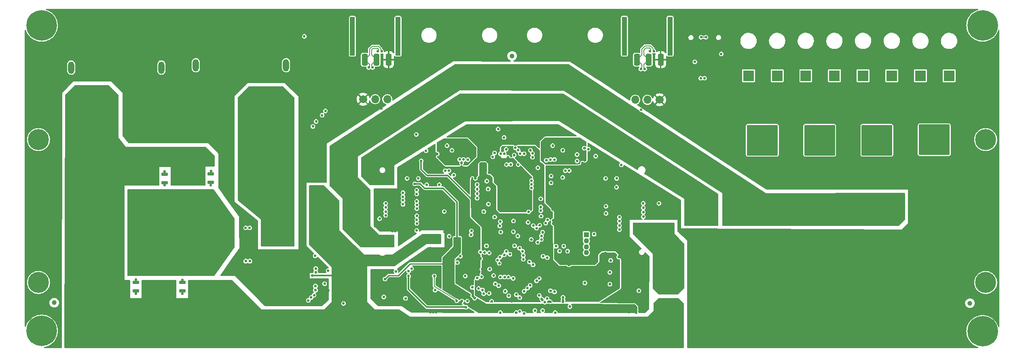
<source format=gbr>
%TF.GenerationSoftware,KiCad,Pcbnew,7.0.7*%
%TF.CreationDate,2024-04-13T02:06:32+02:00*%
%TF.ProjectId,smps_legged_robot,736d7073-5f6c-4656-9767-65645f726f62,1.0*%
%TF.SameCoordinates,PX7026f0PY568bc30*%
%TF.FileFunction,Copper,L6,Bot*%
%TF.FilePolarity,Positive*%
%FSLAX46Y46*%
G04 Gerber Fmt 4.6, Leading zero omitted, Abs format (unit mm)*
G04 Created by KiCad (PCBNEW 7.0.7) date 2024-04-13 02:06:32*
%MOMM*%
%LPD*%
G01*
G04 APERTURE LIST*
G04 Aperture macros list*
%AMRoundRect*
0 Rectangle with rounded corners*
0 $1 Rounding radius*
0 $2 $3 $4 $5 $6 $7 $8 $9 X,Y pos of 4 corners*
0 Add a 4 corners polygon primitive as box body*
4,1,4,$2,$3,$4,$5,$6,$7,$8,$9,$2,$3,0*
0 Add four circle primitives for the rounded corners*
1,1,$1+$1,$2,$3*
1,1,$1+$1,$4,$5*
1,1,$1+$1,$6,$7*
1,1,$1+$1,$8,$9*
0 Add four rect primitives between the rounded corners*
20,1,$1+$1,$2,$3,$4,$5,0*
20,1,$1+$1,$4,$5,$6,$7,0*
20,1,$1+$1,$6,$7,$8,$9,0*
20,1,$1+$1,$8,$9,$2,$3,0*%
G04 Aperture macros list end*
%TA.AperFunction,ComponentPad*%
%ADD10C,0.550000*%
%TD*%
%TA.AperFunction,ComponentPad*%
%ADD11RoundRect,1.250000X2.250000X1.250000X-2.250000X1.250000X-2.250000X-1.250000X2.250000X-1.250000X0*%
%TD*%
%TA.AperFunction,ComponentPad*%
%ADD12O,1.300000X2.600000*%
%TD*%
%TA.AperFunction,ComponentPad*%
%ADD13C,2.000000*%
%TD*%
%TA.AperFunction,ComponentPad*%
%ADD14RoundRect,0.325000X-2.925000X-2.925000X2.925000X-2.925000X2.925000X2.925000X-2.925000X2.925000X0*%
%TD*%
%TA.AperFunction,ComponentPad*%
%ADD15R,2.300000X2.300000*%
%TD*%
%TA.AperFunction,ComponentPad*%
%ADD16C,2.300000*%
%TD*%
%TA.AperFunction,ComponentPad*%
%ADD17C,0.700000*%
%TD*%
%TA.AperFunction,ComponentPad*%
%ADD18C,4.400000*%
%TD*%
%TA.AperFunction,ComponentPad*%
%ADD19C,0.800000*%
%TD*%
%TA.AperFunction,ComponentPad*%
%ADD20C,6.400000*%
%TD*%
%TA.AperFunction,ComponentPad*%
%ADD21C,1.700000*%
%TD*%
%TA.AperFunction,ComponentPad*%
%ADD22O,1.700000X1.700000*%
%TD*%
%TA.AperFunction,ComponentPad*%
%ADD23R,1.100000X1.100000*%
%TD*%
%TA.AperFunction,ComponentPad*%
%ADD24C,1.100000*%
%TD*%
%TA.AperFunction,ComponentPad*%
%ADD25O,1.000000X2.100000*%
%TD*%
%TA.AperFunction,ComponentPad*%
%ADD26O,1.000000X1.800000*%
%TD*%
%TA.AperFunction,SMDPad,CuDef*%
%ADD27RoundRect,0.310000X-0.310000X-0.940000X0.310000X-0.940000X0.310000X0.940000X-0.310000X0.940000X0*%
%TD*%
%TA.AperFunction,SMDPad,CuDef*%
%ADD28RoundRect,0.275000X-0.275000X-3.825000X0.275000X-3.825000X0.275000X3.825000X-0.275000X3.825000X0*%
%TD*%
%TA.AperFunction,FiducialPad,Global*%
%ADD29C,1.000000*%
%TD*%
%TA.AperFunction,SMDPad,CuDef*%
%ADD30RoundRect,0.187500X-0.462500X0.187500X-0.462500X-0.187500X0.462500X-0.187500X0.462500X0.187500X0*%
%TD*%
%TA.AperFunction,ViaPad*%
%ADD31C,0.550000*%
%TD*%
%TA.AperFunction,ViaPad*%
%ADD32C,0.600000*%
%TD*%
%TA.AperFunction,Conductor*%
%ADD33C,0.300000*%
%TD*%
%TA.AperFunction,Conductor*%
%ADD34C,0.250000*%
%TD*%
%TA.AperFunction,Conductor*%
%ADD35C,0.200000*%
%TD*%
%TA.AperFunction,Conductor*%
%ADD36C,0.400000*%
%TD*%
G04 APERTURE END LIST*
D10*
%TO.P,J502,1,Pin_1*%
%TO.N,GND*%
X68710000Y15440000D03*
X68710000Y15940000D03*
X68710000Y16440000D03*
X68710000Y16940000D03*
X68710000Y17440000D03*
X68710000Y17940000D03*
X68310000Y14690000D03*
X68310000Y15190000D03*
X68310000Y15690000D03*
X68310000Y16190000D03*
X68310000Y16690000D03*
X68310000Y17190000D03*
X68310000Y17690000D03*
X68310000Y18190000D03*
X67910000Y14440000D03*
X67910000Y14940000D03*
X67910000Y15440000D03*
X67910000Y15940000D03*
X67910000Y16440000D03*
X67910000Y16940000D03*
X67910000Y17440000D03*
X67910000Y17940000D03*
X67910000Y18440000D03*
X67510000Y14690000D03*
X67510000Y15190000D03*
X67510000Y15690000D03*
X67510000Y17690000D03*
X67510000Y18190000D03*
X67510000Y18690000D03*
X67110000Y14440000D03*
X67110000Y14940000D03*
X67110000Y18440000D03*
X66710000Y14690000D03*
X66710000Y18690000D03*
X66310000Y14440000D03*
X65910000Y18690000D03*
X65510000Y14440000D03*
D11*
X65500000Y16600000D03*
D10*
X65110000Y18690000D03*
X64710000Y14440000D03*
X64310000Y14690000D03*
X64310000Y18690000D03*
X63910000Y14440000D03*
X63910000Y14940000D03*
X63910000Y18440000D03*
X63510000Y14690000D03*
X63510000Y15190000D03*
X63510000Y15690000D03*
X63510000Y17690000D03*
X63510000Y18190000D03*
X63510000Y18690000D03*
X63110000Y14440000D03*
X63110000Y14940000D03*
X63110000Y15440000D03*
X63110000Y15940000D03*
X63110000Y16440000D03*
X63110000Y16940000D03*
X63110000Y17440000D03*
X63110000Y17940000D03*
X63110000Y18440000D03*
X62710000Y14690000D03*
X62710000Y15190000D03*
X62710000Y15690000D03*
X62710000Y16190000D03*
X62710000Y16690000D03*
X62710000Y17190000D03*
X62710000Y17690000D03*
X62710000Y18190000D03*
X62310000Y15440000D03*
X62310000Y15940000D03*
X62310000Y16440000D03*
X62310000Y16940000D03*
X62310000Y17440000D03*
X62310000Y17940000D03*
%TO.P,J502,2,Pin_2*%
%TO.N,+VIN*%
X57810000Y15440000D03*
X57810000Y15940000D03*
X57810000Y16440000D03*
X57810000Y16940000D03*
X57810000Y17440000D03*
X57810000Y17940000D03*
X57410000Y14690000D03*
X57410000Y15190000D03*
X57410000Y15690000D03*
X57410000Y16190000D03*
X57410000Y16690000D03*
X57410000Y17190000D03*
X57410000Y17690000D03*
X57410000Y18190000D03*
X57010000Y14440000D03*
X57010000Y14940000D03*
X57010000Y15440000D03*
X57010000Y15940000D03*
X57010000Y16440000D03*
X57010000Y16940000D03*
X57010000Y17440000D03*
X57010000Y17940000D03*
X57010000Y18440000D03*
X56610000Y14690000D03*
X56610000Y15190000D03*
X56610000Y15690000D03*
X56610000Y17690000D03*
X56610000Y18190000D03*
X56610000Y18690000D03*
X56210000Y14440000D03*
X56210000Y14940000D03*
X56210000Y18440000D03*
X55810000Y14690000D03*
X55810000Y18690000D03*
X55410000Y14440000D03*
X55010000Y18690000D03*
X54610000Y14440000D03*
D11*
X54600000Y16600000D03*
D10*
X54210000Y18690000D03*
X53810000Y14440000D03*
X53410000Y14690000D03*
X53410000Y18690000D03*
X53010000Y14440000D03*
X53010000Y14940000D03*
X53010000Y18440000D03*
X52610000Y14690000D03*
X52610000Y15190000D03*
X52610000Y15690000D03*
X52610000Y17690000D03*
X52610000Y18190000D03*
X52610000Y18690000D03*
X52210000Y14440000D03*
X52210000Y14940000D03*
X52210000Y15440000D03*
X52210000Y15940000D03*
X52210000Y16440000D03*
X52210000Y16940000D03*
X52210000Y17440000D03*
X52210000Y17940000D03*
X52210000Y18440000D03*
X51810000Y14690000D03*
X51810000Y15190000D03*
X51810000Y15690000D03*
X51810000Y16190000D03*
X51810000Y16690000D03*
X51810000Y17190000D03*
X51810000Y17690000D03*
X51810000Y18190000D03*
X51410000Y15440000D03*
X51410000Y15940000D03*
X51410000Y16440000D03*
X51410000Y16940000D03*
X51410000Y17440000D03*
X51410000Y17940000D03*
D12*
%TO.P,J502,S1*%
%TO.N,N/C*%
X50600000Y25500000D03*
%TO.P,J502,S2*%
X69500000Y25500000D03*
%TD*%
D10*
%TO.P,J304,1,1*%
%TO.N,/Project Architecture/Connectors - Rail Out 1/RAIL4*%
X216350000Y13200000D03*
X216350000Y11270000D03*
X216350000Y10760000D03*
X216350000Y10250000D03*
X216350000Y9740000D03*
X216350000Y9230000D03*
X216350000Y7300000D03*
X216800000Y11015000D03*
X216800000Y10505000D03*
X216800000Y9995000D03*
X216800000Y9485000D03*
D13*
X217150000Y12400000D03*
X217150000Y8100000D03*
D10*
X217250000Y11270000D03*
X217250000Y10760000D03*
X217250000Y10250000D03*
X217250000Y9740000D03*
X217250000Y9230000D03*
X218280000Y13200000D03*
X218280000Y12300000D03*
X218280000Y8200000D03*
X218280000Y7300000D03*
X218535000Y12750000D03*
X218535000Y7750000D03*
X218790000Y13200000D03*
X218790000Y12300000D03*
X218790000Y8200000D03*
X218790000Y7300000D03*
X219045000Y12750000D03*
X219045000Y7750000D03*
X219300000Y13200000D03*
X219300000Y12300000D03*
D14*
X219300000Y10250000D03*
D10*
X219300000Y8200000D03*
X219300000Y7300000D03*
X219555000Y12750000D03*
X219555000Y7750000D03*
X219810000Y13200000D03*
X219810000Y12300000D03*
X219810000Y8200000D03*
X219810000Y7300000D03*
X220065000Y12750000D03*
X220065000Y7750000D03*
X220320000Y13200000D03*
X220320000Y12300000D03*
X220320000Y8200000D03*
X220320000Y7300000D03*
X221350000Y11270000D03*
X221350000Y10760000D03*
X221350000Y10250000D03*
X221350000Y9740000D03*
X221350000Y9230000D03*
D13*
X221450000Y12400000D03*
X221450000Y8100000D03*
D10*
X221800000Y11015000D03*
X221800000Y10505000D03*
X221800000Y9995000D03*
X221800000Y9485000D03*
X222250000Y13200000D03*
X222250000Y11270000D03*
X222250000Y10760000D03*
X222250000Y10250000D03*
X222250000Y9740000D03*
X222250000Y9230000D03*
X222250000Y7300000D03*
%TD*%
D15*
%TO.P,Molex_602,1,Vout*%
%TO.N,/Project Architecture/Connectors - Rail Out 1/RAIL1*%
X228400000Y23800000D03*
D16*
%TO.P,Molex_602,2,GND*%
%TO.N,GND*%
X228400000Y18300000D03*
%TD*%
D17*
%TO.P,H2101,1,1*%
%TO.N,Net-(C2102-Pad1)*%
X240410000Y10390000D03*
X240893274Y11556726D03*
X240893274Y9223274D03*
X242060000Y12040000D03*
D18*
X242060000Y10390000D03*
D17*
X242060000Y8740000D03*
X243226726Y11556726D03*
X243226726Y9223274D03*
X243710000Y10390000D03*
%TD*%
D19*
%TO.P,H2201,1,1*%
%TO.N,Net-(C2201-Pad1)*%
X42010000Y34340000D03*
X42712944Y36037056D03*
X42712944Y32642944D03*
X44410000Y36740000D03*
D20*
X44410000Y34340000D03*
D19*
X44410000Y31940000D03*
X46107056Y36037056D03*
X46107056Y32642944D03*
X46810000Y34340000D03*
%TD*%
D17*
%TO.P,H2103,1,1*%
%TO.N,Net-(C2105-Pad1)*%
X42110000Y10390000D03*
X42593274Y11556726D03*
X42593274Y9223274D03*
X43760000Y12040000D03*
D18*
X43760000Y10390000D03*
D17*
X43760000Y8740000D03*
X44926726Y11556726D03*
X44926726Y9223274D03*
X45410000Y10390000D03*
%TD*%
%TO.P,H2104,1,1*%
%TO.N,Net-(C2103-Pad1)*%
X42110000Y-19610000D03*
X42593274Y-18443274D03*
X42593274Y-20776726D03*
X43760000Y-17960000D03*
D18*
X43760000Y-19610000D03*
D17*
X43760000Y-21260000D03*
X44926726Y-18443274D03*
X44926726Y-20776726D03*
X45410000Y-19610000D03*
%TD*%
D19*
%TO.P,H2204,1,1*%
%TO.N,Net-(C2204-Pad1)*%
X239010000Y34340000D03*
X239712944Y36037056D03*
X239712944Y32642944D03*
X241410000Y36740000D03*
D20*
X241410000Y34340000D03*
D19*
X241410000Y31940000D03*
X243107056Y36037056D03*
X243107056Y32642944D03*
X243810000Y34340000D03*
%TD*%
D15*
%TO.P,Molex_604,1,Vout*%
%TO.N,/Project Architecture/Connectors - Rail Out 1/RAIL2*%
X192400000Y23800000D03*
D16*
%TO.P,Molex_604,2,GND*%
%TO.N,GND*%
X192400000Y18300000D03*
%TD*%
D10*
%TO.P,U1102,9,PAD*%
%TO.N,GND*%
X163650000Y4290000D03*
X162750000Y4790000D03*
X164550000Y4790000D03*
X163650000Y5290000D03*
%TD*%
%TO.P,J501,1,Pin_1*%
%TO.N,GND*%
X83910000Y15440000D03*
X83910000Y15940000D03*
X83910000Y16440000D03*
X83910000Y16940000D03*
X83910000Y17440000D03*
X83910000Y17940000D03*
X83510000Y14690000D03*
X83510000Y15190000D03*
X83510000Y15690000D03*
X83510000Y16190000D03*
X83510000Y16690000D03*
X83510000Y17190000D03*
X83510000Y17690000D03*
X83510000Y18190000D03*
X83110000Y14440000D03*
X83110000Y14940000D03*
X83110000Y15440000D03*
X83110000Y15940000D03*
X83110000Y16440000D03*
X83110000Y16940000D03*
X83110000Y17440000D03*
X83110000Y17940000D03*
X83110000Y18440000D03*
X82710000Y14690000D03*
X82710000Y15190000D03*
X82710000Y15690000D03*
X82710000Y17690000D03*
X82710000Y18190000D03*
X82710000Y18690000D03*
X82310000Y14440000D03*
X82310000Y14940000D03*
X82310000Y18440000D03*
X81910000Y14690000D03*
X81910000Y18690000D03*
X81510000Y14440000D03*
X81110000Y18690000D03*
X80710000Y14440000D03*
D11*
X80700000Y16600000D03*
D10*
X80310000Y18690000D03*
X79910000Y14440000D03*
X79510000Y14690000D03*
X79510000Y18690000D03*
X79110000Y14440000D03*
X79110000Y14940000D03*
X79110000Y18440000D03*
X78710000Y14690000D03*
X78710000Y15190000D03*
X78710000Y15690000D03*
X78710000Y17690000D03*
X78710000Y18190000D03*
X78710000Y18690000D03*
X78310000Y14440000D03*
X78310000Y14940000D03*
X78310000Y15440000D03*
X78310000Y15940000D03*
X78310000Y16440000D03*
X78310000Y16940000D03*
X78310000Y17440000D03*
X78310000Y17940000D03*
X78310000Y18440000D03*
X77910000Y14690000D03*
X77910000Y15190000D03*
X77910000Y15690000D03*
X77910000Y16190000D03*
X77910000Y16690000D03*
X77910000Y17190000D03*
X77910000Y17690000D03*
X77910000Y18190000D03*
X77510000Y15440000D03*
X77510000Y15940000D03*
X77510000Y16440000D03*
X77510000Y16940000D03*
X77510000Y17440000D03*
X77510000Y17940000D03*
%TO.P,J501,2,Pin_2*%
%TO.N,+VBAT*%
X94810000Y15440000D03*
X94810000Y15940000D03*
X94810000Y16440000D03*
X94810000Y16940000D03*
X94810000Y17440000D03*
X94810000Y17940000D03*
X94410000Y14690000D03*
X94410000Y15190000D03*
X94410000Y15690000D03*
X94410000Y16190000D03*
X94410000Y16690000D03*
X94410000Y17190000D03*
X94410000Y17690000D03*
X94410000Y18190000D03*
X94010000Y14440000D03*
X94010000Y14940000D03*
X94010000Y15440000D03*
X94010000Y15940000D03*
X94010000Y16440000D03*
X94010000Y16940000D03*
X94010000Y17440000D03*
X94010000Y17940000D03*
X94010000Y18440000D03*
X93610000Y14690000D03*
X93610000Y15190000D03*
X93610000Y15690000D03*
X93610000Y17690000D03*
X93610000Y18190000D03*
X93610000Y18690000D03*
X93210000Y14440000D03*
X93210000Y14940000D03*
X93210000Y18440000D03*
X92810000Y14690000D03*
X92810000Y18690000D03*
X92410000Y14440000D03*
X92010000Y18690000D03*
X91610000Y14440000D03*
D11*
X91600000Y16600000D03*
D10*
X91210000Y18690000D03*
X90810000Y14440000D03*
X90410000Y14690000D03*
X90410000Y18690000D03*
X90010000Y14440000D03*
X90010000Y14940000D03*
X90010000Y18440000D03*
X89610000Y14690000D03*
X89610000Y15190000D03*
X89610000Y15690000D03*
X89610000Y17690000D03*
X89610000Y18190000D03*
X89610000Y18690000D03*
X89210000Y14440000D03*
X89210000Y14940000D03*
X89210000Y15440000D03*
X89210000Y15940000D03*
X89210000Y16440000D03*
X89210000Y16940000D03*
X89210000Y17440000D03*
X89210000Y17940000D03*
X89210000Y18440000D03*
X88810000Y14690000D03*
X88810000Y15190000D03*
X88810000Y15690000D03*
X88810000Y16190000D03*
X88810000Y16690000D03*
X88810000Y17190000D03*
X88810000Y17690000D03*
X88810000Y18190000D03*
X88410000Y15440000D03*
X88410000Y15940000D03*
X88410000Y16440000D03*
X88410000Y16940000D03*
X88410000Y17440000D03*
X88410000Y17940000D03*
D12*
%TO.P,J501,S1*%
%TO.N,N/C*%
X95600000Y26000000D03*
%TO.P,J501,S2*%
X76700000Y26000000D03*
%TD*%
D17*
%TO.P,H2102,1,1*%
%TO.N,Net-(C2104-Pad1)*%
X240410000Y-19610000D03*
X240893274Y-18443274D03*
X240893274Y-20776726D03*
X242060000Y-17960000D03*
D18*
X242060000Y-19610000D03*
D17*
X242060000Y-21260000D03*
X243226726Y-18443274D03*
X243226726Y-20776726D03*
X243710000Y-19610000D03*
%TD*%
D21*
%TO.P,J1109,1,Pin_1*%
%TO.N,GND*%
X111705000Y18860000D03*
D22*
%TO.P,J1109,2,Pin_2*%
%TO.N,/Project Architecture/Connectors - Communication/FDCAN2_P*%
X114245000Y18860000D03*
%TO.P,J1109,3,Pin_3*%
%TO.N,/Project Architecture/Connectors - Communication/FDCAN2_N*%
X116785000Y18860000D03*
%TD*%
D21*
%TO.P,J1110,1,Pin_1*%
%TO.N,GND*%
X173790000Y18746017D03*
D22*
%TO.P,J1110,2,Pin_2*%
%TO.N,/Project Architecture/Connectors - Communication/FDCAN1_N*%
X171250000Y18746017D03*
%TO.P,J1110,3,Pin_3*%
%TO.N,/Project Architecture/Connectors - Communication/FDCAN1_P*%
X168710000Y18746017D03*
%TD*%
D23*
%TO.P,J1701,1,1*%
%TO.N,Net-(IC1701-VO+)*%
X158445000Y-9605000D03*
D24*
%TO.P,J1701,2,2*%
X158445000Y-10855000D03*
%TO.P,J1701,3,3*%
%TO.N,Net-(IC1701-VO-)*%
X158445000Y-12105000D03*
%TO.P,J1701,4,4*%
X158445000Y-13355000D03*
%TD*%
D15*
%TO.P,Molex_601,1,Vout*%
%TO.N,/Project Architecture/Connectors - Rail Out 1/RAIL1*%
X234400000Y23800000D03*
D16*
%TO.P,Molex_601,2,GND*%
%TO.N,GND*%
X234400000Y18300000D03*
%TD*%
D15*
%TO.P,Molex_607,1,Vout*%
%TO.N,/Project Architecture/Connectors - Rail Out 1/RAIL4*%
X222409250Y23800000D03*
D16*
%TO.P,Molex_607,2,GND*%
%TO.N,GND*%
X222409250Y18300000D03*
%TD*%
D15*
%TO.P,Molex_605,1,Vout*%
%TO.N,/Project Architecture/Connectors - Rail Out 1/RAIL3*%
X210400000Y23800000D03*
D16*
%TO.P,Molex_605,2,GND*%
%TO.N,GND*%
X210400000Y18300000D03*
%TD*%
D10*
%TO.P,J303,1,1*%
%TO.N,/Project Architecture/Connectors - Rail Out 1/RAIL3*%
X204350000Y13200000D03*
X204350000Y11270000D03*
X204350000Y10760000D03*
X204350000Y10250000D03*
X204350000Y9740000D03*
X204350000Y9230000D03*
X204350000Y7300000D03*
X204800000Y11015000D03*
X204800000Y10505000D03*
X204800000Y9995000D03*
X204800000Y9485000D03*
D13*
X205150000Y12400000D03*
X205150000Y8100000D03*
D10*
X205250000Y11270000D03*
X205250000Y10760000D03*
X205250000Y10250000D03*
X205250000Y9740000D03*
X205250000Y9230000D03*
X206280000Y13200000D03*
X206280000Y12300000D03*
X206280000Y8200000D03*
X206280000Y7300000D03*
X206535000Y12750000D03*
X206535000Y7750000D03*
X206790000Y13200000D03*
X206790000Y12300000D03*
X206790000Y8200000D03*
X206790000Y7300000D03*
X207045000Y12750000D03*
X207045000Y7750000D03*
X207300000Y13200000D03*
X207300000Y12300000D03*
D14*
X207300000Y10250000D03*
D10*
X207300000Y8200000D03*
X207300000Y7300000D03*
X207555000Y12750000D03*
X207555000Y7750000D03*
X207810000Y13200000D03*
X207810000Y12300000D03*
X207810000Y8200000D03*
X207810000Y7300000D03*
X208065000Y12750000D03*
X208065000Y7750000D03*
X208320000Y13200000D03*
X208320000Y12300000D03*
X208320000Y8200000D03*
X208320000Y7300000D03*
X209350000Y11270000D03*
X209350000Y10760000D03*
X209350000Y10250000D03*
X209350000Y9740000D03*
X209350000Y9230000D03*
D13*
X209450000Y12400000D03*
X209450000Y8100000D03*
D10*
X209800000Y11015000D03*
X209800000Y10505000D03*
X209800000Y9995000D03*
X209800000Y9485000D03*
X210250000Y13200000D03*
X210250000Y11270000D03*
X210250000Y10760000D03*
X210250000Y10250000D03*
X210250000Y9740000D03*
X210250000Y9230000D03*
X210250000Y7300000D03*
%TD*%
D15*
%TO.P,Molex_603,1,Vout*%
%TO.N,/Project Architecture/Connectors - Rail Out 1/RAIL2*%
X198400000Y23800000D03*
D16*
%TO.P,Molex_603,2,GND*%
%TO.N,GND*%
X198400000Y18300000D03*
%TD*%
D10*
%TO.P,J302,1,1*%
%TO.N,/Project Architecture/Connectors - Rail Out 1/RAIL2*%
X192350000Y13200000D03*
X192350000Y11270000D03*
X192350000Y10760000D03*
X192350000Y10250000D03*
X192350000Y9740000D03*
X192350000Y9230000D03*
X192350000Y7300000D03*
X192800000Y11015000D03*
X192800000Y10505000D03*
X192800000Y9995000D03*
X192800000Y9485000D03*
D13*
X193150000Y12400000D03*
X193150000Y8100000D03*
D10*
X193250000Y11270000D03*
X193250000Y10760000D03*
X193250000Y10250000D03*
X193250000Y9740000D03*
X193250000Y9230000D03*
X194280000Y13200000D03*
X194280000Y12300000D03*
X194280000Y8200000D03*
X194280000Y7300000D03*
X194535000Y12750000D03*
X194535000Y7750000D03*
X194790000Y13200000D03*
X194790000Y12300000D03*
X194790000Y8200000D03*
X194790000Y7300000D03*
X195045000Y12750000D03*
X195045000Y7750000D03*
X195300000Y13200000D03*
X195300000Y12300000D03*
D14*
X195300000Y10250000D03*
D10*
X195300000Y8200000D03*
X195300000Y7300000D03*
X195555000Y12750000D03*
X195555000Y7750000D03*
X195810000Y13200000D03*
X195810000Y12300000D03*
X195810000Y8200000D03*
X195810000Y7300000D03*
X196065000Y12750000D03*
X196065000Y7750000D03*
X196320000Y13200000D03*
X196320000Y12300000D03*
X196320000Y8200000D03*
X196320000Y7300000D03*
X197350000Y11270000D03*
X197350000Y10760000D03*
X197350000Y10250000D03*
X197350000Y9740000D03*
X197350000Y9230000D03*
D13*
X197450000Y12400000D03*
X197450000Y8100000D03*
D10*
X197800000Y11015000D03*
X197800000Y10505000D03*
X197800000Y9995000D03*
X197800000Y9485000D03*
X198250000Y13200000D03*
X198250000Y11270000D03*
X198250000Y10760000D03*
X198250000Y10250000D03*
X198250000Y9740000D03*
X198250000Y9230000D03*
X198250000Y7300000D03*
%TD*%
D19*
%TO.P,H2203,1,1*%
%TO.N,Net-(C2203-Pad1)*%
X239010000Y-29860000D03*
X239712944Y-28162944D03*
X239712944Y-31557056D03*
X241410000Y-27460000D03*
D20*
X241410000Y-29860000D03*
D19*
X241410000Y-32260000D03*
X243107056Y-28162944D03*
X243107056Y-31557056D03*
X243810000Y-29860000D03*
%TD*%
D10*
%TO.P,J301,1,1*%
%TO.N,/Project Architecture/Connectors - Rail Out 1/RAIL1*%
X228350000Y13300000D03*
X228350000Y11370000D03*
X228350000Y10860000D03*
X228350000Y10350000D03*
X228350000Y9840000D03*
X228350000Y9330000D03*
X228350000Y7400000D03*
X228800000Y11115000D03*
X228800000Y10605000D03*
X228800000Y10095000D03*
X228800000Y9585000D03*
D13*
X229150000Y12500000D03*
X229150000Y8200000D03*
D10*
X229250000Y11370000D03*
X229250000Y10860000D03*
X229250000Y10350000D03*
X229250000Y9840000D03*
X229250000Y9330000D03*
X230280000Y13300000D03*
X230280000Y12400000D03*
X230280000Y8300000D03*
X230280000Y7400000D03*
X230535000Y12850000D03*
X230535000Y7850000D03*
X230790000Y13300000D03*
X230790000Y12400000D03*
X230790000Y8300000D03*
X230790000Y7400000D03*
X231045000Y12850000D03*
X231045000Y7850000D03*
X231300000Y13300000D03*
X231300000Y12400000D03*
D14*
X231300000Y10350000D03*
D10*
X231300000Y8300000D03*
X231300000Y7400000D03*
X231555000Y12850000D03*
X231555000Y7850000D03*
X231810000Y13300000D03*
X231810000Y12400000D03*
X231810000Y8300000D03*
X231810000Y7400000D03*
X232065000Y12850000D03*
X232065000Y7850000D03*
X232320000Y13300000D03*
X232320000Y12400000D03*
X232320000Y8300000D03*
X232320000Y7400000D03*
X233350000Y11370000D03*
X233350000Y10860000D03*
X233350000Y10350000D03*
X233350000Y9840000D03*
X233350000Y9330000D03*
D13*
X233450000Y12500000D03*
X233450000Y8200000D03*
D10*
X233800000Y11115000D03*
X233800000Y10605000D03*
X233800000Y10095000D03*
X233800000Y9585000D03*
X234250000Y13300000D03*
X234250000Y11370000D03*
X234250000Y10860000D03*
X234250000Y10350000D03*
X234250000Y9840000D03*
X234250000Y9330000D03*
X234250000Y7400000D03*
%TD*%
%TO.P,U1101,9,PAD*%
%TO.N,GND*%
X122120000Y4270000D03*
X121220000Y4770000D03*
X123020000Y4770000D03*
X122120000Y5270000D03*
%TD*%
D15*
%TO.P,Molex_606,1,Vout*%
%TO.N,/Project Architecture/Connectors - Rail Out 1/RAIL3*%
X204400000Y23800000D03*
D16*
%TO.P,Molex_606,2,GND*%
%TO.N,GND*%
X204400000Y18300000D03*
%TD*%
D25*
%TO.P,J403,S1,SHIELD*%
%TO.N,GND*%
X187565000Y31300000D03*
D26*
X187565000Y35480000D03*
D25*
X178925000Y31300000D03*
D26*
X178925000Y35480000D03*
%TD*%
D15*
%TO.P,Molex_608,1,Vout*%
%TO.N,/Project Architecture/Connectors - Rail Out 1/RAIL4*%
X216400000Y23800000D03*
D16*
%TO.P,Molex_608,2,GND*%
%TO.N,GND*%
X216400000Y18300000D03*
%TD*%
D19*
%TO.P,H2202,1,1*%
%TO.N,Net-(C2202-Pad1)*%
X42010000Y-29760000D03*
X42712944Y-28062944D03*
X42712944Y-31457056D03*
X44410000Y-27360000D03*
D20*
X44410000Y-29760000D03*
D19*
X44410000Y-32160000D03*
X46107056Y-28062944D03*
X46107056Y-31457056D03*
X46810000Y-29760000D03*
%TD*%
D10*
%TO.P,J306,1,1*%
%TO.N,+VBAT*%
X88700000Y9800000D03*
X88700000Y7870000D03*
X88700000Y7360000D03*
X88700000Y6850000D03*
X88700000Y6340000D03*
X88700000Y5830000D03*
X88700000Y3900000D03*
X89150000Y7615000D03*
X89150000Y7105000D03*
X89150000Y6595000D03*
X89150000Y6085000D03*
D13*
X89500000Y9000000D03*
X89500000Y4700000D03*
D10*
X89600000Y7870000D03*
X89600000Y7360000D03*
X89600000Y6850000D03*
X89600000Y6340000D03*
X89600000Y5830000D03*
X90630000Y9800000D03*
X90630000Y8900000D03*
X90630000Y4800000D03*
X90630000Y3900000D03*
X90885000Y9350000D03*
X90885000Y4350000D03*
X91140000Y9800000D03*
X91140000Y8900000D03*
X91140000Y4800000D03*
X91140000Y3900000D03*
X91395000Y9350000D03*
X91395000Y4350000D03*
X91650000Y9800000D03*
X91650000Y8900000D03*
D14*
X91650000Y6850000D03*
D10*
X91650000Y4800000D03*
X91650000Y3900000D03*
X91905000Y9350000D03*
X91905000Y4350000D03*
X92160000Y9800000D03*
X92160000Y8900000D03*
X92160000Y4800000D03*
X92160000Y3900000D03*
X92415000Y9350000D03*
X92415000Y4350000D03*
X92670000Y9800000D03*
X92670000Y8900000D03*
X92670000Y4800000D03*
X92670000Y3900000D03*
X93700000Y7870000D03*
X93700000Y7360000D03*
X93700000Y6850000D03*
X93700000Y6340000D03*
X93700000Y5830000D03*
D13*
X93800000Y9000000D03*
X93800000Y4700000D03*
D10*
X94150000Y7615000D03*
X94150000Y7105000D03*
X94150000Y6595000D03*
X94150000Y6085000D03*
X94600000Y9800000D03*
X94600000Y7870000D03*
X94600000Y7360000D03*
X94600000Y6850000D03*
X94600000Y6340000D03*
X94600000Y5830000D03*
X94600000Y3900000D03*
%TD*%
%TO.P,J305,1,1*%
%TO.N,+VIN*%
X51800000Y9900000D03*
X51800000Y7970000D03*
X51800000Y7460000D03*
X51800000Y6950000D03*
X51800000Y6440000D03*
X51800000Y5930000D03*
X51800000Y4000000D03*
X52250000Y7715000D03*
X52250000Y7205000D03*
X52250000Y6695000D03*
X52250000Y6185000D03*
D13*
X52600000Y9100000D03*
X52600000Y4800000D03*
D10*
X52700000Y7970000D03*
X52700000Y7460000D03*
X52700000Y6950000D03*
X52700000Y6440000D03*
X52700000Y5930000D03*
X53730000Y9900000D03*
X53730000Y9000000D03*
X53730000Y4900000D03*
X53730000Y4000000D03*
X53985000Y9450000D03*
X53985000Y4450000D03*
X54240000Y9900000D03*
X54240000Y9000000D03*
X54240000Y4900000D03*
X54240000Y4000000D03*
X54495000Y9450000D03*
X54495000Y4450000D03*
X54750000Y9900000D03*
X54750000Y9000000D03*
D14*
X54750000Y6950000D03*
D10*
X54750000Y4900000D03*
X54750000Y4000000D03*
X55005000Y9450000D03*
X55005000Y4450000D03*
X55260000Y9900000D03*
X55260000Y9000000D03*
X55260000Y4900000D03*
X55260000Y4000000D03*
X55515000Y9450000D03*
X55515000Y4450000D03*
X55770000Y9900000D03*
X55770000Y9000000D03*
X55770000Y4900000D03*
X55770000Y4000000D03*
X56800000Y7970000D03*
X56800000Y7460000D03*
X56800000Y6950000D03*
X56800000Y6440000D03*
X56800000Y5930000D03*
D13*
X56900000Y9100000D03*
X56900000Y4800000D03*
D10*
X57250000Y7715000D03*
X57250000Y7205000D03*
X57250000Y6695000D03*
X57250000Y6185000D03*
X57700000Y9900000D03*
X57700000Y7970000D03*
X57700000Y7460000D03*
X57700000Y6950000D03*
X57700000Y6440000D03*
X57700000Y5930000D03*
X57700000Y4000000D03*
%TD*%
D27*
%TO.P,J1102,1,Pin_1*%
%TO.N,GND*%
X117054999Y27160699D03*
%TO.P,J1102,2,Pin_2*%
%TO.N,/Project Architecture/Connectors - Communication/FDCAN2_P*%
X114554999Y27160699D03*
%TO.P,J1102,3,Pin_3*%
%TO.N,/Project Architecture/Connectors - Communication/FDCAN2_N*%
X112054999Y27160699D03*
D28*
%TO.P,J1102,MP1*%
%TO.N,N/C*%
X119024999Y32090699D03*
%TO.P,J1102,MP2*%
X109484999Y32090699D03*
%TD*%
D29*
%TO.P,FM2201,*%
%TO.N,*%
X47050000Y-23850000D03*
%TD*%
D30*
%TO.P,R1602,1*%
%TO.N,/Project Architecture/Power - Precharge/PRE_G*%
X64150000Y-19600000D03*
%TO.P,R1602,2*%
%TO.N,Net-(Q1204-Pad1)*%
X64150000Y-21400000D03*
%TD*%
%TO.P,R1604,1*%
%TO.N,/Project Architecture/Power - Precharge/PRE_G*%
X73850000Y-19600000D03*
%TO.P,R1604,2*%
%TO.N,Net-(Q1203-Pad1)*%
X73850000Y-21400000D03*
%TD*%
D29*
%TO.P,FM2205,*%
%TO.N,*%
X142910000Y27950000D03*
%TD*%
D27*
%TO.P,J1105,1,Pin_1*%
%TO.N,GND*%
X174020000Y27165000D03*
%TO.P,J1105,2,Pin_2*%
%TO.N,/Project Architecture/Connectors - Communication/FDCAN1_P*%
X171520000Y27165000D03*
%TO.P,J1105,3,Pin_3*%
%TO.N,/Project Architecture/Connectors - Communication/FDCAN1_N*%
X169020000Y27165000D03*
D28*
%TO.P,J1105,MP1*%
%TO.N,N/C*%
X175990000Y32095000D03*
%TO.P,J1105,MP2*%
X166450000Y32095000D03*
%TD*%
D30*
%TO.P,R1603,1*%
%TO.N,Net-(Q1202-Pad1)*%
X79850000Y3200000D03*
%TO.P,R1603,2*%
%TO.N,/Project Architecture/Power - Precharge/PRE_G*%
X79850000Y1400000D03*
%TD*%
%TO.P,R1601,1*%
%TO.N,Net-(Q1201-Pad1)*%
X70150000Y3150000D03*
%TO.P,R1601,2*%
%TO.N,/Project Architecture/Power - Precharge/PRE_G*%
X70150000Y1350000D03*
%TD*%
D29*
%TO.P,FM2203,*%
%TO.N,*%
X238750000Y-23950000D03*
%TD*%
D31*
%TO.N,GND*%
X157050000Y350000D03*
X164625000Y-23575000D03*
X115564999Y23378199D03*
D32*
X79450000Y11050000D03*
D31*
X112964999Y22660699D03*
X117575000Y-7225000D03*
D32*
X74850000Y22550000D03*
X73050000Y22550000D03*
X80650000Y20150000D03*
D31*
X166700000Y-23025000D03*
D32*
X74850000Y19550000D03*
X74850000Y17150000D03*
D31*
X169940000Y-2000000D03*
X170490000Y-2000000D03*
D32*
X67950000Y12250000D03*
D31*
X119975000Y4825000D03*
X132330000Y5510000D03*
X135600000Y0D03*
X126840000Y-2155500D03*
X127225000Y7375000D03*
D32*
X65550000Y12250000D03*
D31*
X125050000Y1675000D03*
D32*
X72450000Y20750000D03*
X81850000Y11650000D03*
X71250000Y14550000D03*
D31*
X137625000Y1675000D03*
D32*
X73650000Y17150000D03*
X74250000Y22550000D03*
D31*
X127200000Y6050000D03*
D32*
X77650000Y11050000D03*
X67950000Y21950000D03*
X67950000Y12850000D03*
X79450000Y12250000D03*
X68550000Y11050000D03*
X63750000Y21350000D03*
X73650000Y18950000D03*
D31*
X126950000Y-12925000D03*
D32*
X66150000Y12850000D03*
X66750000Y22550000D03*
X79450000Y10450000D03*
D31*
X157640000Y5440000D03*
D32*
X78850000Y11050000D03*
D31*
X153525000Y8150000D03*
X118125000Y-7775000D03*
D32*
X71850000Y17750000D03*
X71850000Y13350000D03*
X65550000Y22550000D03*
X63750000Y21950000D03*
X73050000Y17750000D03*
D31*
X151500000Y-6550000D03*
D32*
X71250000Y20150000D03*
D31*
X146921287Y-10578007D03*
D32*
X66750000Y12250000D03*
D31*
X170730000Y-23960000D03*
D32*
X78250000Y12850000D03*
X78250000Y22550000D03*
D31*
X126985000Y-25845000D03*
D32*
X80050000Y10450000D03*
D31*
X145740000Y-710000D03*
D32*
X71850000Y18950000D03*
D31*
X135070000Y-22910000D03*
D32*
X73050000Y20150000D03*
D31*
X145110000Y-1815000D03*
D32*
X71250000Y22550000D03*
D31*
X143180000Y405000D03*
X163034139Y-4494034D03*
X162900000Y-7300000D03*
X168840000Y-2000000D03*
D32*
X65550000Y11650000D03*
D31*
X117025000Y-7225000D03*
D32*
X71250000Y18950000D03*
D31*
X126820000Y-440000D03*
D32*
X77050000Y11650000D03*
X67350000Y11650000D03*
X81850000Y20150000D03*
D31*
X119350000Y-22450000D03*
X164625000Y-23025000D03*
D32*
X67350000Y10450000D03*
X66150000Y12250000D03*
X77050000Y21950000D03*
X73650000Y15150000D03*
D31*
X158020000Y8585000D03*
D32*
X73050000Y12750000D03*
D31*
X140533733Y-9026267D03*
D32*
X79450000Y20750000D03*
D31*
X125500000Y3850000D03*
X175250000Y-2220000D03*
X149300000Y-9050000D03*
X169940000Y16662183D03*
D32*
X66750000Y11650000D03*
X74250000Y14550000D03*
X74250000Y17750000D03*
X81250000Y11650000D03*
D31*
X155631323Y3921827D03*
D32*
X81250000Y12250000D03*
X77650000Y12850000D03*
X64950000Y10450000D03*
X72450000Y22550000D03*
D31*
X150067833Y6047833D03*
D32*
X77050000Y21350000D03*
X73050000Y18350000D03*
X68550000Y12850000D03*
X64950000Y11650000D03*
X73650000Y13950000D03*
D31*
X141215000Y-2900000D03*
X126385000Y-25845000D03*
D32*
X71250000Y21950000D03*
X80650000Y12250000D03*
X69150000Y12250000D03*
X71250000Y13350000D03*
X64950000Y11050000D03*
D31*
X171040000Y-1450000D03*
X167250000Y-23575000D03*
D32*
X78850000Y12850000D03*
X73650000Y20750000D03*
X74850000Y18950000D03*
D31*
X169915000Y22445000D03*
X151400000Y2000000D03*
X126725000Y1675000D03*
D32*
X72450000Y15150000D03*
X74850000Y13350000D03*
X68550000Y21350000D03*
D31*
X138560000Y8010000D03*
D32*
X72450000Y13950000D03*
X69150000Y10450000D03*
D31*
X143180000Y-1795000D03*
X137550500Y-11925000D03*
X161450000Y4975000D03*
X162861317Y-1625500D03*
X127675000Y1675000D03*
X117260000Y-18860000D03*
D32*
X80650000Y20750000D03*
D31*
X168015000Y-975000D03*
X102510000Y29210000D03*
D32*
X64350000Y22550000D03*
X66750000Y10450000D03*
D31*
X157050000Y-3450000D03*
D32*
X71850000Y22550000D03*
X74850000Y20150000D03*
X73650000Y17750000D03*
X71250000Y17750000D03*
D31*
X145740000Y-1810000D03*
X115925000Y-7225000D03*
X115520000Y16912533D03*
X128730000Y-9000000D03*
D32*
X69150000Y12850000D03*
D31*
X167250000Y-23025000D03*
D32*
X72450000Y17750000D03*
X68550000Y11650000D03*
D31*
X136320000Y-14580000D03*
D32*
X78250000Y10450000D03*
D31*
X143770000Y-25940000D03*
X163250000Y1650000D03*
X172500000Y23393173D03*
D32*
X82450000Y20150000D03*
X71850000Y17150000D03*
X73050000Y21350000D03*
X64350000Y11050000D03*
X81850000Y21350000D03*
X65550000Y11050000D03*
X77050000Y11050000D03*
D31*
X138630000Y-23550000D03*
X126700000Y-4810000D03*
D32*
X73050000Y17150000D03*
X77650000Y20750000D03*
D31*
X153570000Y-22720000D03*
D32*
X64350000Y11650000D03*
X67350000Y20750000D03*
D31*
X126950000Y-14650000D03*
X142064623Y6666021D03*
D32*
X73050000Y13950000D03*
X63750000Y20750000D03*
D31*
X148310000Y4470000D03*
X149100000Y-23080000D03*
D32*
X80050000Y21350000D03*
D31*
X163025000Y-12075000D03*
D32*
X71850000Y12750000D03*
X71250000Y20750000D03*
X64350000Y21950000D03*
X80050000Y20750000D03*
X64350000Y12250000D03*
D31*
X145110000Y-2915000D03*
D32*
X72450000Y21950000D03*
D31*
X145110000Y385000D03*
D32*
X73650000Y20150000D03*
D31*
X156950000Y-13450000D03*
D32*
X74250000Y18350000D03*
X68550000Y20750000D03*
D31*
X143350000Y7140000D03*
D32*
X64350000Y21350000D03*
X73050000Y21950000D03*
X82450000Y21950000D03*
D31*
X141835000Y-1790000D03*
X126740000Y4830000D03*
X181507500Y27507500D03*
D32*
X81850000Y21950000D03*
D31*
X148710000Y-7570000D03*
X163380000Y-19960000D03*
X126950000Y-13500000D03*
D32*
X72450000Y15750000D03*
X74250000Y12750000D03*
D31*
X140455000Y-25915000D03*
X135226267Y2253733D03*
X156520000Y5910000D03*
X158450000Y-15350000D03*
D32*
X71850000Y20150000D03*
D31*
X126963983Y-22568483D03*
D32*
X79450000Y20150000D03*
X71850000Y13950000D03*
D31*
X153570000Y-23370000D03*
D32*
X64950000Y12850000D03*
D31*
X104475000Y-21300500D03*
D32*
X71250000Y18350000D03*
X72450000Y17150000D03*
X72450000Y18950000D03*
X77050000Y22550000D03*
D31*
X118400000Y-8800000D03*
D32*
X67950000Y21350000D03*
X66150000Y20750000D03*
D31*
X157050000Y-2200000D03*
D32*
X67350000Y21350000D03*
D31*
X114825000Y-7225000D03*
D32*
X81250000Y20750000D03*
X77650000Y22550000D03*
X72450000Y14550000D03*
X74250000Y18950000D03*
X74250000Y13950000D03*
D31*
X169940000Y-1450000D03*
X143795000Y-1800000D03*
D32*
X82450000Y20750000D03*
X71850000Y21350000D03*
D31*
X150900000Y-23650000D03*
D32*
X79450000Y21350000D03*
X72450000Y20150000D03*
D31*
X149943733Y-7161267D03*
D32*
X64950000Y22550000D03*
X69150000Y22550000D03*
X73650000Y21950000D03*
X77050000Y12250000D03*
X72450000Y18350000D03*
X71250000Y15750000D03*
X74850000Y18350000D03*
X64950000Y20750000D03*
X66150000Y10450000D03*
X67950000Y11650000D03*
D31*
X130325000Y8125000D03*
D32*
X82450000Y22550000D03*
X67950000Y10450000D03*
X73050000Y15750000D03*
X74850000Y20750000D03*
X74850000Y17750000D03*
D31*
X126100000Y5500000D03*
D32*
X81250000Y21950000D03*
X74250000Y17150000D03*
X64950000Y12250000D03*
X74250000Y21950000D03*
X81850000Y10450000D03*
X65550000Y21950000D03*
D31*
X138075000Y3450000D03*
D32*
X80650000Y10450000D03*
X80050000Y11650000D03*
X67950000Y22550000D03*
X73650000Y22550000D03*
X77650000Y21950000D03*
X81850000Y12250000D03*
X78250000Y11050000D03*
D31*
X165250000Y-14250000D03*
X116475000Y-7775000D03*
X170490000Y-1450000D03*
D32*
X78850000Y22550000D03*
X73050000Y19550000D03*
D31*
X135600000Y-950000D03*
D32*
X81250000Y22550000D03*
D31*
X156990000Y4780000D03*
D32*
X69150000Y21350000D03*
X68550000Y21950000D03*
X67350000Y12850000D03*
D31*
X118400000Y-8250000D03*
X124050000Y7500000D03*
D32*
X66750000Y12850000D03*
X64350000Y12850000D03*
X77050000Y20150000D03*
D31*
X153290000Y1510000D03*
D32*
X69150000Y20150000D03*
D31*
X127970000Y3840000D03*
D32*
X80650000Y22550000D03*
X74850000Y21950000D03*
X78850000Y11650000D03*
X71250000Y21350000D03*
X80050000Y22550000D03*
X80650000Y11050000D03*
D31*
X141835000Y410000D03*
X133650000Y6150000D03*
D32*
X68550000Y10450000D03*
X73050000Y20750000D03*
D31*
X169390000Y-1450000D03*
D32*
X78250000Y12250000D03*
X66150000Y21950000D03*
X79450000Y11650000D03*
D31*
X141835000Y-690000D03*
D32*
X65550000Y21350000D03*
X78250000Y21350000D03*
X79450000Y21950000D03*
X77650000Y10450000D03*
D31*
X158150000Y-19700000D03*
D32*
X63750000Y22550000D03*
D31*
X114275000Y-7225000D03*
D32*
X71850000Y18350000D03*
D31*
X115375000Y-7225000D03*
X167740000Y-1450000D03*
X148920000Y-3750000D03*
X185735000Y27445000D03*
X116475000Y-7225000D03*
D32*
X74850000Y15150000D03*
X78250000Y20150000D03*
X73650000Y12750000D03*
X69150000Y11650000D03*
X71850000Y15750000D03*
X79450000Y22550000D03*
D31*
X143174647Y-8950353D03*
D32*
X81250000Y20150000D03*
D31*
X163380000Y-17470000D03*
X122975000Y-4850000D03*
D32*
X65550000Y10450000D03*
X71250000Y12750000D03*
D31*
X157350000Y2470000D03*
X136986931Y-4722965D03*
D32*
X74850000Y13950000D03*
X77650000Y12250000D03*
X66150000Y22550000D03*
X64950000Y21950000D03*
D31*
X171590000Y-1450000D03*
D32*
X80650000Y21950000D03*
X74250000Y15150000D03*
X68550000Y22550000D03*
D31*
X151400000Y-4230000D03*
X163550000Y-14975000D03*
X125781497Y-25845000D03*
X114825000Y-7775000D03*
D32*
X79450000Y12850000D03*
X74850000Y14550000D03*
X73650000Y14550000D03*
X65550000Y20150000D03*
D31*
X125100000Y-20590000D03*
X135600000Y-1900000D03*
D32*
X78850000Y20150000D03*
X80650000Y21350000D03*
D31*
X151400000Y-3550000D03*
X127100000Y-6680000D03*
D32*
X74250000Y20150000D03*
X74250000Y21350000D03*
D31*
X156510000Y7250000D03*
D32*
X67350000Y21950000D03*
X73050000Y18950000D03*
X81250000Y12850000D03*
X71850000Y20750000D03*
D31*
X145110000Y-715000D03*
X172510000Y24543173D03*
D32*
X66150000Y20150000D03*
X67350000Y22550000D03*
X77050000Y12850000D03*
X73050000Y14550000D03*
X78250000Y11650000D03*
X67350000Y20150000D03*
X77650000Y20150000D03*
X80050000Y12250000D03*
D31*
X146730000Y8170000D03*
X113540000Y-19680000D03*
D32*
X66150000Y21350000D03*
X74250000Y20750000D03*
D31*
X115925000Y-7775000D03*
D32*
X81850000Y12850000D03*
D31*
X161125000Y-12075000D03*
D32*
X77050000Y20750000D03*
D31*
X167465000Y-975000D03*
D32*
X81250000Y10450000D03*
X71850000Y21950000D03*
D31*
X141680000Y8360000D03*
D32*
X74250000Y15750000D03*
D31*
X143795000Y-2900000D03*
X171040000Y-2000000D03*
D32*
X65550000Y12850000D03*
X73050000Y13350000D03*
D31*
X168840000Y-1450000D03*
X171280000Y-23970000D03*
D32*
X78850000Y21950000D03*
X71850000Y15150000D03*
X69150000Y21950000D03*
D31*
X126820000Y-1000000D03*
D32*
X71250000Y19550000D03*
X74850000Y12750000D03*
D31*
X153170000Y3870000D03*
D32*
X69150000Y20750000D03*
X66150000Y11650000D03*
X71250000Y17150000D03*
D31*
X126750000Y3850000D03*
X151500000Y-7250000D03*
D32*
X66750000Y20150000D03*
X64350000Y20150000D03*
X67350000Y12250000D03*
X80650000Y11650000D03*
D31*
X131800000Y3850000D03*
D32*
X74250000Y13350000D03*
D31*
X112959999Y21285699D03*
X117575000Y-7775000D03*
X115375000Y-7775000D03*
D32*
X73650000Y18350000D03*
X64950000Y21350000D03*
D31*
X132400000Y-23490000D03*
X122948940Y-7949460D03*
X158410000Y3810000D03*
D32*
X71850000Y14550000D03*
X78850000Y21350000D03*
D31*
X125750000Y-12350000D03*
X157050000Y-900000D03*
D32*
X78850000Y12250000D03*
D31*
X166700000Y-23575000D03*
D32*
X63750000Y20150000D03*
X67950000Y20150000D03*
X67350000Y11050000D03*
D31*
X143795000Y-700000D03*
D32*
X73650000Y13350000D03*
D31*
X135600000Y950000D03*
X154840000Y-15920000D03*
D32*
X65550000Y20750000D03*
X68550000Y20150000D03*
X66750000Y11050000D03*
D31*
X144101233Y-9851233D03*
X132220000Y-15620000D03*
X169390000Y-2000000D03*
D32*
X64350000Y20750000D03*
D31*
X167465000Y-425000D03*
D32*
X81250000Y21350000D03*
D31*
X168290000Y-1450000D03*
X150945000Y-21334500D03*
D32*
X71250000Y15150000D03*
X73650000Y19550000D03*
X73650000Y21350000D03*
D31*
X171590000Y-2000000D03*
D32*
X71850000Y19550000D03*
D31*
X134670000Y-22410000D03*
D32*
X74850000Y15750000D03*
X81850000Y22550000D03*
X81850000Y11050000D03*
X80050000Y20150000D03*
X73650000Y15750000D03*
D31*
X117850000Y-8800000D03*
X168015000Y-425000D03*
X113740000Y-22449500D03*
X115554999Y24760699D03*
X165780000Y3040000D03*
D32*
X78850000Y20750000D03*
X78250000Y21950000D03*
X74250000Y19550000D03*
D31*
X184885000Y27460000D03*
D32*
X72450000Y21350000D03*
D31*
X143180000Y-2895000D03*
X126950000Y-14075000D03*
D32*
X66750000Y20750000D03*
D31*
X145740000Y400000D03*
X126975000Y-23125000D03*
D32*
X66750000Y21950000D03*
D31*
X145740000Y-2910000D03*
D32*
X68550000Y12250000D03*
X72450000Y12750000D03*
X77050000Y10450000D03*
X78250000Y20750000D03*
D31*
X141835000Y-2890000D03*
D32*
X81250000Y11050000D03*
X73050000Y15150000D03*
D31*
X141215000Y-700000D03*
D32*
X81850000Y20750000D03*
X66150000Y11050000D03*
D31*
X128730000Y-8450000D03*
X148271233Y-11174500D03*
D32*
X72450000Y19550000D03*
D31*
X141215000Y400000D03*
D32*
X64350000Y10450000D03*
X69150000Y11050000D03*
X80050000Y11050000D03*
X80050000Y12850000D03*
X67950000Y20750000D03*
D31*
X143180000Y-695000D03*
D32*
X71250000Y13950000D03*
D31*
X117850000Y-8250000D03*
X169925000Y21255000D03*
X143795000Y400000D03*
D32*
X80650000Y12850000D03*
D31*
X122940000Y-1800000D03*
D32*
X66750000Y21350000D03*
D31*
X114275000Y-7775000D03*
X130580000Y3860000D03*
D32*
X77650000Y11650000D03*
D31*
X125600000Y8400000D03*
X157095000Y3955000D03*
D32*
X72450000Y13350000D03*
X80050000Y21950000D03*
D31*
X126530000Y-6680000D03*
X168290000Y-2000000D03*
D32*
X74850000Y21350000D03*
X64950000Y20150000D03*
X78850000Y10450000D03*
D31*
X155000000Y-24675000D03*
X117025000Y-7775000D03*
D32*
X82450000Y21350000D03*
X77650000Y21350000D03*
X67950000Y11050000D03*
D31*
X141215000Y-1800000D03*
%TO.N,+3V3*%
X164680000Y-19150000D03*
X135560000Y-22290000D03*
X165150000Y-19980000D03*
X138020000Y-865000D03*
X148910000Y584500D03*
X148564667Y5289667D03*
X150960000Y-19540000D03*
X148910000Y-2990000D03*
X148910000Y-1080000D03*
X137960000Y-3990000D03*
X136357500Y5092500D03*
X141210000Y-6910000D03*
X165150000Y-20530000D03*
X165775000Y5070000D03*
X150630000Y-12900000D03*
X136590000Y-16800500D03*
X107625000Y-24000000D03*
X123885000Y5925000D03*
X181172500Y26702500D03*
X136905000Y-23085000D03*
X141948414Y-10380880D03*
X151100000Y-5000000D03*
X147230000Y-6790000D03*
X165160000Y-18880000D03*
X162474500Y-13430000D03*
X164680000Y-19700000D03*
X148910000Y2010000D03*
X134605000Y-2205000D03*
X142850000Y-23520000D03*
X165160000Y-18330000D03*
X146335000Y-7785000D03*
X158825000Y-17700000D03*
X99405000Y32067850D03*
X147690000Y-25490000D03*
X164680000Y-20250000D03*
X137910000Y960000D03*
X145810000Y-9130000D03*
X165160000Y-19430000D03*
X164680000Y-18600000D03*
X142555000Y8353000D03*
%TO.N,VBUS*%
X132080000Y-14075000D03*
X186702500Y28357500D03*
X139985000Y12595000D03*
X129727300Y-9900000D03*
%TO.N,+5V*%
X164775000Y400000D03*
X131130000Y-12140000D03*
X166925000Y-25600000D03*
X131690000Y-12700000D03*
X168875000Y-25350000D03*
X131410000Y-11080000D03*
X122525000Y1100000D03*
X167400000Y-25325000D03*
X167400000Y-25875000D03*
X135450000Y-24560000D03*
X116310000Y-18880000D03*
X167400000Y-24775000D03*
X131130000Y-11580000D03*
X131410000Y-10520000D03*
X131690000Y-12140000D03*
X131690000Y-11580000D03*
X131130000Y-12700000D03*
X168875000Y-25900000D03*
X166925000Y-25050000D03*
%TO.N,Net-(C1111-Pad1)*%
X148925000Y-4530000D03*
X137903394Y10000D03*
X143210000Y-6700000D03*
X148910000Y-2040000D03*
%TO.N,Net-(J1107-RCT)*%
X158865000Y8400000D03*
X151410000Y9130000D03*
D32*
%TO.N,+VBAT*%
X91070000Y-5430000D03*
X92580000Y13110000D03*
X87590000Y20105000D03*
X89580000Y12110000D03*
X87590000Y19105000D03*
X94420000Y-10390000D03*
X86590000Y16105000D03*
X96590000Y15105000D03*
X91580000Y12110000D03*
X91680000Y-4190000D03*
X89590000Y21105000D03*
X96250000Y-9150000D03*
X88590000Y13110000D03*
X91590000Y21105000D03*
X96590000Y19105000D03*
X91070000Y-4810000D03*
X92580000Y12110000D03*
X87590000Y13110000D03*
X91060000Y-2950000D03*
X92290000Y-4190000D03*
X90460000Y-5430000D03*
X90580000Y12110000D03*
X93590000Y20105000D03*
X95570000Y13110000D03*
X92900000Y-4190000D03*
X92900000Y-3570000D03*
X95030000Y-8530000D03*
X91590000Y20105000D03*
X87590000Y17105000D03*
X91070000Y-3570000D03*
X94420000Y-9150000D03*
X95030000Y-9150000D03*
X96590000Y18105000D03*
X95030000Y-9770000D03*
X86590000Y18105000D03*
X93800000Y-7910000D03*
X92290000Y-5430000D03*
X95640000Y-10390000D03*
X93575000Y13110000D03*
X95030000Y-10390000D03*
X86590000Y15105000D03*
X91670000Y-2950000D03*
X87590000Y15105000D03*
X93580000Y12110000D03*
X87590000Y14105000D03*
X96590000Y16105000D03*
X96590000Y17105000D03*
X93810000Y-9770000D03*
X95590000Y15105000D03*
X94420000Y-8530000D03*
X95590000Y20105000D03*
X95630000Y-7910000D03*
X96250000Y-10390000D03*
X86590000Y17105000D03*
X92290000Y-4810000D03*
X87590000Y16105000D03*
X92590000Y20105000D03*
X92890000Y-2950000D03*
X93810000Y-10390000D03*
X90460000Y-3570000D03*
X91680000Y-5430000D03*
X94580000Y12110000D03*
X90590000Y21105000D03*
X95020000Y-7910000D03*
X93590000Y21105000D03*
X88590000Y20105000D03*
X89590000Y13110000D03*
X91580000Y13110000D03*
X95590000Y14105000D03*
X88580000Y12110000D03*
X89590000Y20105000D03*
X90585000Y13110000D03*
X92590000Y21105000D03*
X95590000Y18105000D03*
X95590000Y19105000D03*
X92900000Y-5430000D03*
X95640000Y-8530000D03*
X96590000Y14105000D03*
X95640000Y-9150000D03*
X86590000Y19105000D03*
X96250000Y-8530000D03*
X88590000Y21105000D03*
X90460000Y-4190000D03*
X94590000Y21105000D03*
X94420000Y-9770000D03*
X96250000Y-9770000D03*
X93810000Y-8530000D03*
X94570000Y13110000D03*
X92290000Y-3570000D03*
X95590000Y16105000D03*
X91680000Y-3570000D03*
X94590000Y20105000D03*
X96240000Y-7910000D03*
X93810000Y-9150000D03*
X90450000Y-2950000D03*
X92900000Y-4810000D03*
X90460000Y-4810000D03*
X87590000Y18105000D03*
X90590000Y20105000D03*
X95640000Y-9770000D03*
X94410000Y-7910000D03*
X92280000Y-2950000D03*
X91680000Y-4810000D03*
X86590000Y14105000D03*
X95590000Y17105000D03*
X91070000Y-4190000D03*
D31*
%TO.N,+12V*%
X115170000Y-6210000D03*
X133250000Y-24790000D03*
X121858000Y-16670000D03*
X133096531Y-18254408D03*
X121233000Y-17205000D03*
X173660000Y-3010000D03*
X151795000Y-21570500D03*
X121233000Y-18255000D03*
%TO.N,/Project Architecture/MCU - Unit/JTMS-SWDIO*%
X101215000Y13145000D03*
X143143767Y-18733767D03*
%TO.N,/Project Architecture/MCU - Unit/JTCK-SWCLK*%
X101890000Y14205000D03*
X142131233Y-18466233D03*
%TO.N,/Project Architecture/MCU - Unit/JTMS-SWO*%
X141340000Y-18445000D03*
X103130000Y15500000D03*
%TO.N,Net-(U801-MODE)*%
X125050000Y900000D03*
X127675000Y900000D03*
X128725000Y-4700000D03*
%TO.N,/Project Architecture/MCU - Unit/~{ALERT}_B*%
X138230000Y-16800500D03*
X122950000Y-6425000D03*
%TO.N,/Project Architecture/MCU - Unit/~{FAULT0}_B*%
X122956925Y-7200000D03*
X139400000Y-19890000D03*
%TO.N,/Project Architecture/MCU - Unit/MB_SHDN_VB*%
X122950210Y-8698962D03*
X136510000Y-18400000D03*
%TO.N,/Project Architecture/MCU - Unit/~{FAULT1}_A*%
X142215000Y-22400000D03*
X170370000Y-3930000D03*
X165390000Y-6740000D03*
X152850000Y-13020000D03*
%TO.N,/Project Architecture/MCU - Unit/MA_SHDN_VA*%
X170360000Y-2980000D03*
X152130000Y-12000000D03*
X165383767Y-5886233D03*
X141470000Y-21440000D03*
%TO.N,/Project Architecture/MCU - Unit/MB_SHDN_VA*%
X122958814Y-3319451D03*
X136300000Y-13190000D03*
X116450000Y-5500000D03*
X120056233Y-3193767D03*
%TO.N,/Project Architecture/MCU - Unit/~{FAULT1}_B*%
X122950000Y-2570000D03*
X137150000Y-13300000D03*
X120060000Y-2340000D03*
X116450000Y-4725000D03*
%TO.N,/Project Architecture/Connectors - Communication/SYNC1*%
X138113702Y-13401983D03*
X140346260Y-7748740D03*
%TO.N,/Project Architecture/Connectors - Communication/SYNC0*%
X139877338Y-14889982D03*
X146360000Y-4780000D03*
%TO.N,/Project Architecture/Connectors - Communication/IRQ*%
X146256032Y-6962500D03*
X146984502Y259502D03*
X140390000Y-14260000D03*
%TO.N,/Project Architecture/Connectors - Communication/LED_ON2*%
X151080000Y1290000D03*
X130690000Y2935000D03*
X122855000Y11470000D03*
%TO.N,/Project Architecture/Connectors - Communication/LED_ON1*%
X151070000Y2740000D03*
X144200000Y8150000D03*
%TO.N,/Project Architecture/Connectors - Communication/SPI3_MISO*%
X137960000Y-3160000D03*
X149395000Y-14120000D03*
%TO.N,/Project Architecture/Connectors - Communication/SPI3_MOSI*%
X139260000Y-5855000D03*
X146546403Y-15283597D03*
%TO.N,/Project Architecture/Connectors - Communication/SPI3_SCK*%
X140445011Y-6807455D03*
X147305000Y-15895000D03*
%TO.N,/Project Architecture/Connectors - Communication/SPI3_NSS*%
X146984502Y1780000D03*
X150300000Y-14400000D03*
%TO.N,/Project Architecture/Interface - Display/SPI2_NSS*%
X144521458Y-22787422D03*
X149310000Y-25505500D03*
%TO.N,/Project Architecture/Interface - Display/NRST*%
X103820000Y16410000D03*
X149760000Y-23730000D03*
X140470000Y-18450000D03*
X141270000Y-13810000D03*
%TO.N,/Project Architecture/Connectors - Communication/LED_CAT1*%
X148030000Y-8215000D03*
X160420000Y6920000D03*
X143420000Y-11905000D03*
%TO.N,/Project Architecture/Interface - Display/APWM*%
X160080000Y-9460000D03*
X145410000Y-26120000D03*
%TO.N,/Project Architecture/Interface - Display/nSHDN*%
X151931233Y-25921233D03*
X144520000Y-25720000D03*
%TO.N,/Project Architecture/Connectors - Communication/LED_CAT2*%
X142453767Y-13686233D03*
X150340000Y-6490000D03*
X147355000Y-7660000D03*
X141220000Y10840000D03*
%TO.N,/Project Architecture/MCU - Unit/RUN0_A*%
X170370000Y-4850000D03*
X165390000Y-7670000D03*
X153730000Y-11990000D03*
X143800000Y-22160000D03*
%TO.N,/Project Architecture/MCU - Unit/RUN1_A*%
X165390000Y-8500000D03*
X145430000Y-21445000D03*
X170370000Y-5820000D03*
X154530000Y-13030000D03*
%TO.N,/Project Architecture/MCU - Unit/SPI1_NSS*%
X101450000Y-22250000D03*
X134590000Y-20635500D03*
%TO.N,/Project Architecture/MCU - Unit/SPI1_SCK*%
X116060000Y-22635000D03*
X126795000Y-21215000D03*
X135890000Y-20860000D03*
%TO.N,/Project Architecture/MCU - Unit/SPI1_MISO*%
X100250000Y-23350000D03*
X136707843Y-21162157D03*
%TO.N,/Project Architecture/MCU - Unit/SPI1_MOSI*%
X136967477Y-21967477D03*
X120610000Y-22930000D03*
X100850000Y-22750000D03*
%TO.N,/Project Architecture/MCU - Unit/RUN0_B*%
X120060000Y-1590497D03*
X116450000Y-3850000D03*
X122950000Y-1025000D03*
X140230000Y-15590000D03*
%TO.N,/Project Architecture/MCU - Unit/RUN1_B*%
X120056204Y-755361D03*
X141680000Y-13095000D03*
X116450000Y-3020000D03*
X122950000Y-225000D03*
%TO.N,/Project Architecture/MCU - Unit/I2C3_SCL*%
X146145000Y-20795000D03*
X122971593Y-4093974D03*
X134390000Y-8780000D03*
%TO.N,/Project Architecture/MCU - Unit/I2C3_SDA*%
X134333734Y-9596266D03*
X122966851Y-5599458D03*
X146700000Y-20215000D03*
%TO.N,/Project Architecture/MCU - Unit/I2C2_SDA*%
X148600000Y-22310500D03*
X162570000Y-3600000D03*
%TO.N,/Project Architecture/MCU - Unit/I2C2_SCL*%
X162560000Y-5100000D03*
X150240000Y-22990000D03*
%TO.N,/Project Architecture/Interface - FAN /FAN*%
X139045000Y-18145000D03*
X135605000Y-18685000D03*
X118590000Y-17290000D03*
%TO.N,/Project Architecture/Connectors - Communication/TXA_P*%
X150975000Y6197500D03*
X147183692Y7493471D03*
%TO.N,/Project Architecture/Connectors - Communication/TXB_P*%
X128885000Y3860000D03*
X139255000Y7580000D03*
%TO.N,/Project Architecture/Connectors - Communication/TXA_N*%
X151775000Y6187500D03*
X147183692Y6693471D03*
%TO.N,/Project Architecture/Connectors - Communication/TXB_N*%
X129685000Y3860000D03*
X138854964Y6773358D03*
%TO.N,/Project Architecture/Connectors - Communication/RXA_P*%
X144619500Y7410000D03*
X154065000Y3865000D03*
%TO.N,/Project Architecture/Connectors - Communication/RXB_P*%
X141283000Y7403508D03*
X131945000Y6210000D03*
%TO.N,/Project Architecture/Connectors - Communication/RXA_N*%
X154865000Y3865000D03*
X145419500Y7410000D03*
%TO.N,/Project Architecture/Connectors - Communication/RXB_N*%
X140483000Y7403508D03*
X132745000Y6200000D03*
%TO.N,+3V3_A*%
X155735000Y8500000D03*
X152640000Y8630000D03*
X152445000Y5820000D03*
X149295000Y8220000D03*
%TO.N,Net-(J1108-RCT)*%
X129300000Y9125000D03*
X124900000Y8050000D03*
%TO.N,+3V3_B*%
X131245000Y5940000D03*
X127945000Y8480000D03*
X131068411Y8643411D03*
X134375000Y8040500D03*
%TO.N,/Project Architecture/MCU - Unit/USB+*%
X183195000Y23269999D03*
X148030000Y-19285000D03*
%TO.N,/Project Architecture/MCU - Unit/USB-*%
X182395000Y23269999D03*
X148595000Y-18745000D03*
%TO.N,Net-(C1302-Pad1)*%
X172970000Y-19250000D03*
X176545000Y-21800000D03*
X171225000Y-7575000D03*
X174175000Y-9075000D03*
X176020000Y-7960000D03*
X177095000Y-21800000D03*
X178445000Y-19425000D03*
X169025000Y-7575000D03*
X173620000Y-19975000D03*
X169575000Y-7575000D03*
X175445000Y-21250000D03*
X175995000Y-18675000D03*
X176545000Y-18675000D03*
X174895000Y-21800000D03*
X171775000Y-7575000D03*
X172275000Y-7975000D03*
X177895000Y-19975000D03*
X175445000Y-21800000D03*
X175995000Y-21250000D03*
X174725000Y-7975000D03*
X174175000Y-8525000D03*
X176020000Y-8510000D03*
X174345000Y-18125000D03*
X176570000Y-9060000D03*
X174895000Y-21250000D03*
X178445000Y-19975000D03*
X175445000Y-18125000D03*
X176545000Y-18125000D03*
X170675000Y-7575000D03*
X168475000Y-7575000D03*
X176020000Y-9060000D03*
X178445000Y-20525000D03*
X172825000Y-7975000D03*
X174450000Y-7500000D03*
X174895000Y-18125000D03*
X177095000Y-21250000D03*
X172825000Y-8525000D03*
X172275000Y-9075000D03*
X174725000Y-8525000D03*
X174345000Y-21800000D03*
X170125000Y-7575000D03*
X174895000Y-18675000D03*
X177095000Y-18675000D03*
X172550000Y-7500000D03*
X172825000Y-9075000D03*
X175445000Y-18675000D03*
X176545000Y-21250000D03*
X176570000Y-8510000D03*
X172970000Y-20700000D03*
X174345000Y-18675000D03*
X174175000Y-7975000D03*
X175995000Y-21800000D03*
X177095000Y-18125000D03*
X174725000Y-9075000D03*
X172275000Y-8525000D03*
X175995000Y-18125000D03*
X174345000Y-21250000D03*
%TO.N,/Project Architecture/MCU - Unit/USB_C-*%
X182490000Y31870000D03*
X183505000Y31870000D03*
%TO.N,/Project Architecture/Connectors - Communication/FDCAN1_P*%
X171775000Y28971454D03*
X170670000Y25215000D03*
%TO.N,/Project Architecture/Connectors - Communication/FDCAN1_N*%
X172575000Y28971454D03*
X169870000Y25215000D03*
%TO.N,/Project Architecture/Connectors - Communication/FDCAN2_P*%
X114804999Y28917326D03*
X113704999Y25532138D03*
%TO.N,/Project Architecture/Connectors - Communication/FDCAN2_N*%
X115604999Y28917326D03*
X112904999Y25532138D03*
%TO.N,/Project Architecture/Connectors - Communication/FDCAN2_TX*%
X145254554Y-13922320D03*
X120930000Y2240000D03*
%TO.N,/Project Architecture/Connectors - Communication/FDCAN2_RX*%
X123280000Y2230000D03*
X145259670Y-14729670D03*
%TO.N,/Project Architecture/Connectors - Communication/FDCAN1_TX*%
X149060000Y-9820000D03*
X144486927Y-12404192D03*
X162500000Y2240000D03*
%TO.N,/Project Architecture/Connectors - Communication/FDCAN1_RX*%
X149050000Y-10580000D03*
X145114263Y-13038285D03*
X164800000Y2230000D03*
D32*
%TO.N,Net-(Q1201-Pad1)*%
X70150000Y3712451D03*
%TO.N,Net-(Q1202-Pad1)*%
X79858601Y3758601D03*
%TO.N,Net-(Q1203-Pad1)*%
X73850000Y-21950000D03*
%TO.N,Net-(Q1204-Pad1)*%
X64150000Y-21950000D03*
D31*
%TO.N,/Project Architecture/Power - Precharge/PRE_G*%
X70150000Y800000D03*
X73850000Y-19050000D03*
X104390000Y-17130000D03*
X79850000Y850000D03*
X64150000Y-19000000D03*
D32*
%TO.N,/Project Architecture/Power - Precharge/PRE_D*%
X72250000Y-7150000D03*
X72250000Y-8550000D03*
X70450000Y-10650000D03*
X63850000Y-7150000D03*
X71050000Y-10650000D03*
X77250000Y-11250000D03*
X72850000Y-10650000D03*
X70450000Y-9250000D03*
X63850000Y-11250000D03*
X78450000Y-9250000D03*
X63850000Y-7850000D03*
X66250000Y-7150000D03*
X72850000Y-7150000D03*
X79650000Y-9950000D03*
X77250000Y-9250000D03*
X77250000Y-9950000D03*
X64450000Y-7850000D03*
X64450000Y-9250000D03*
X65650000Y-9950000D03*
X64450000Y-8550000D03*
X80250000Y-7150000D03*
X65050000Y-7150000D03*
X79050000Y-8550000D03*
X72250000Y-9950000D03*
X77850000Y-7850000D03*
X71650000Y-11250000D03*
X78450000Y-8550000D03*
X77850000Y-7150000D03*
X66250000Y-9950000D03*
X79050000Y-9950000D03*
X79050000Y-9250000D03*
X65050000Y-10650000D03*
X71650000Y-7850000D03*
X77850000Y-9250000D03*
X73450000Y-8550000D03*
X79650000Y-11250000D03*
X80250000Y-11250000D03*
X71650000Y-8550000D03*
X66850000Y-7850000D03*
X71050000Y-11250000D03*
X66250000Y-9250000D03*
X64450000Y-9950000D03*
X66250000Y-11250000D03*
X71050000Y-9950000D03*
X72250000Y-9250000D03*
X78450000Y-10650000D03*
X79650000Y-10650000D03*
X73450000Y-10650000D03*
X79650000Y-7150000D03*
X70450000Y-8550000D03*
X80250000Y-9250000D03*
X71050000Y-7850000D03*
X77250000Y-7150000D03*
X65650000Y-7850000D03*
X77850000Y-8550000D03*
X65650000Y-10650000D03*
X79050000Y-7850000D03*
X66850000Y-9950000D03*
X65050000Y-7850000D03*
X80250000Y-10650000D03*
X63850000Y-10650000D03*
X70450000Y-9950000D03*
X66850000Y-9250000D03*
X72850000Y-9250000D03*
X66850000Y-7150000D03*
X66850000Y-10650000D03*
X66250000Y-8550000D03*
X65650000Y-9250000D03*
X80250000Y-7850000D03*
X65650000Y-7150000D03*
X63850000Y-9950000D03*
X72250000Y-10650000D03*
X79650000Y-9250000D03*
X65050000Y-9250000D03*
X64450000Y-7150000D03*
X71050000Y-7150000D03*
X77850000Y-9950000D03*
X65050000Y-9950000D03*
X77850000Y-10650000D03*
X63850000Y-8550000D03*
X73450000Y-7150000D03*
X71650000Y-9950000D03*
X79650000Y-8550000D03*
X71650000Y-10650000D03*
X78450000Y-7850000D03*
X72250000Y-11250000D03*
X79050000Y-11250000D03*
X70450000Y-7850000D03*
X71050000Y-8550000D03*
X66250000Y-7850000D03*
X79050000Y-7150000D03*
X77250000Y-10650000D03*
X64450000Y-11250000D03*
X71650000Y-9250000D03*
X71650000Y-7150000D03*
X63850000Y-9250000D03*
X65050000Y-8550000D03*
X72250000Y-7850000D03*
X80250000Y-9950000D03*
X66250000Y-10650000D03*
X73450000Y-7850000D03*
X73450000Y-9250000D03*
X64450000Y-10650000D03*
X79050000Y-10650000D03*
X72850000Y-9950000D03*
X72850000Y-11250000D03*
X77250000Y-8550000D03*
X78450000Y-7150000D03*
X77250000Y-7850000D03*
X65050000Y-11250000D03*
X65650000Y-11250000D03*
X78450000Y-11250000D03*
X77850000Y-11250000D03*
X73450000Y-11250000D03*
X72850000Y-8550000D03*
X70450000Y-11250000D03*
X65650000Y-8550000D03*
X78450000Y-9950000D03*
X80250000Y-8550000D03*
X66850000Y-11250000D03*
X79650000Y-7850000D03*
X73450000Y-9950000D03*
X72850000Y-7850000D03*
X71050000Y-9250000D03*
X66850000Y-8550000D03*
X70450000Y-7150000D03*
%TO.N,+VIN*%
X54050000Y-25450000D03*
X55250000Y-27550000D03*
X56450000Y1350000D03*
X55250000Y650000D03*
X56450000Y-7800000D03*
D31*
X50600000Y14350000D03*
X103350000Y-975000D03*
D32*
X54650000Y-26150000D03*
D31*
X52600000Y20350000D03*
X126695000Y-10945000D03*
D32*
X54650000Y-26850000D03*
X53450000Y-7100000D03*
X80250000Y-25450000D03*
X56450000Y-17850000D03*
X77850000Y-26850000D03*
D31*
X58600000Y16350000D03*
D32*
X56450000Y-50000D03*
X71050000Y-28950000D03*
X54650000Y-17850000D03*
X56450000Y-1450000D03*
X55250000Y-16450000D03*
X55850000Y-50000D03*
X72250000Y-25450000D03*
D31*
X106275000Y-3025000D03*
D32*
X71050000Y-27550000D03*
X57540000Y13150000D03*
D31*
X49600000Y17350000D03*
D32*
X54050000Y650000D03*
X54050000Y-8500000D03*
X80250000Y-29550000D03*
X66250000Y-25450000D03*
X70450000Y-28950000D03*
D31*
X51600000Y21350000D03*
D32*
X71650000Y-28950000D03*
X71650000Y-25450000D03*
X54050000Y-9900000D03*
X55850000Y-17150000D03*
X53450000Y-10600000D03*
X54050000Y-2750000D03*
D31*
X51600000Y20350000D03*
D32*
X72850000Y-29550000D03*
X70450000Y-29550000D03*
D31*
X50600000Y17350000D03*
D32*
X65650000Y-26850000D03*
X72850000Y-26150000D03*
D31*
X53600000Y21350000D03*
X53600000Y20350000D03*
X177045000Y-23675000D03*
D32*
X79650000Y-26850000D03*
X55850000Y650000D03*
X56450000Y-16450000D03*
X55850000Y-19250000D03*
D31*
X176495000Y-23675000D03*
X126420000Y-10470000D03*
X176495000Y-23125000D03*
D32*
X55250000Y-7100000D03*
D31*
X102075000Y-975000D03*
X175395000Y-23675000D03*
D32*
X55250000Y-19850000D03*
X63850000Y-26850000D03*
X64450000Y-29550000D03*
X72250000Y-29550000D03*
X79050000Y-28250000D03*
X77850000Y-28250000D03*
D31*
X102075000Y-2625000D03*
D32*
X71050000Y-26850000D03*
X56450000Y650000D03*
D31*
X175395000Y-26825000D03*
D32*
X56450000Y-9200000D03*
X54050000Y-7800000D03*
D31*
X55600000Y21350000D03*
D32*
X79050000Y-28950000D03*
X79050000Y-26850000D03*
D31*
X126483000Y-28980000D03*
D32*
X64450000Y-26150000D03*
X56450000Y-8500000D03*
X66850000Y-28250000D03*
D31*
X174295000Y-26275000D03*
D32*
X55250000Y-50000D03*
X53450000Y-8500000D03*
X73450000Y-25450000D03*
D31*
X105725000Y-3025000D03*
D32*
X56450000Y-28950000D03*
X55850000Y-15750000D03*
D31*
X175395000Y-26275000D03*
D32*
X55850000Y-10600000D03*
X55850000Y-25450000D03*
X64450000Y-28950000D03*
X53450000Y-1450000D03*
X80250000Y-27550000D03*
X53450000Y-27550000D03*
D31*
X127520000Y-10470000D03*
D32*
X55250000Y-7800000D03*
D31*
X174845000Y-26825000D03*
D32*
X79050000Y-29550000D03*
X79050000Y-25450000D03*
X80250000Y-28250000D03*
X71050000Y-29550000D03*
X53450000Y-17850000D03*
X77250000Y-27550000D03*
X56450000Y-29550000D03*
X56450000Y-27550000D03*
X66250000Y-28950000D03*
D31*
X102075000Y-1525000D03*
D32*
X65050000Y-25450000D03*
X80250000Y-26150000D03*
X70450000Y-26850000D03*
X54050000Y-16450000D03*
X72850000Y-28950000D03*
X54650000Y-7100000D03*
D31*
X176495000Y-26275000D03*
D32*
X72850000Y-28250000D03*
X78450000Y-29550000D03*
X79650000Y-29550000D03*
D31*
X50600000Y16350000D03*
X49600000Y19350000D03*
D32*
X66250000Y-26850000D03*
X79650000Y-27550000D03*
X65650000Y-26150000D03*
X53450000Y-28950000D03*
X77850000Y-29550000D03*
X54050000Y-15750000D03*
D31*
X174845000Y-28725000D03*
X174295000Y-26825000D03*
D32*
X78450000Y-25450000D03*
X55250000Y-28950000D03*
X54550000Y12150000D03*
X77250000Y-26150000D03*
X54650000Y-25450000D03*
X73450000Y-26850000D03*
X54550000Y13150000D03*
D31*
X50600000Y19350000D03*
D32*
X56450000Y-11200000D03*
X71650000Y-26850000D03*
X55250000Y-9200000D03*
D31*
X50600000Y18350000D03*
D32*
X53450000Y-2750000D03*
X70450000Y-28250000D03*
X54650000Y-11200000D03*
X56450000Y-18550000D03*
X53550000Y12150000D03*
X53450000Y-750000D03*
X57550000Y12150000D03*
D31*
X58600000Y15350000D03*
D32*
X55250000Y-18550000D03*
X54650000Y-50000D03*
X55850000Y-7100000D03*
X54650000Y-7800000D03*
X53450000Y1350000D03*
X77850000Y-25450000D03*
X70450000Y-25450000D03*
X55850000Y-9900000D03*
X63850000Y-26150000D03*
X64450000Y-26850000D03*
X55250000Y-17150000D03*
X66850000Y-26150000D03*
D31*
X103900000Y-2075000D03*
D32*
X77250000Y-26850000D03*
D31*
X103350000Y125000D03*
D32*
X53450000Y-19850000D03*
X56450000Y-2750000D03*
X54650000Y-2150000D03*
X55250000Y-11200000D03*
D31*
X52600000Y21350000D03*
X49600000Y14350000D03*
D32*
X65050000Y-28950000D03*
X56450000Y-15750000D03*
D31*
X126208000Y-28505000D03*
D32*
X54050000Y-50000D03*
D31*
X127033000Y-28980000D03*
D32*
X55250000Y-19250000D03*
X79650000Y-26150000D03*
X54050000Y-26150000D03*
X63850000Y-27550000D03*
X79650000Y-28250000D03*
D31*
X176495000Y-26825000D03*
X103350000Y-2075000D03*
X176495000Y-28725000D03*
X101050000Y-18150000D03*
D32*
X53450000Y-15750000D03*
X72850000Y-25450000D03*
X55850000Y-11200000D03*
D31*
X59600000Y18350000D03*
X59600000Y14350000D03*
D32*
X66850000Y-25450000D03*
X53450000Y-25450000D03*
X55850000Y-28950000D03*
X52560000Y13150000D03*
X55250000Y-10600000D03*
D31*
X126758000Y-28505000D03*
D32*
X55850000Y-18550000D03*
D31*
X58600000Y20350000D03*
D32*
X52550000Y12150000D03*
X54050000Y-19250000D03*
X55550000Y13150000D03*
D31*
X57600000Y20350000D03*
X174845000Y-23125000D03*
D32*
X55250000Y-26150000D03*
X55250000Y-17850000D03*
X73450000Y-27550000D03*
X65050000Y-27550000D03*
X64450000Y-25450000D03*
X54050000Y-2150000D03*
X65650000Y-28250000D03*
D31*
X175395000Y-28725000D03*
X125933000Y-28980000D03*
X49600000Y15350000D03*
D32*
X71050000Y-28250000D03*
D31*
X104625000Y-3025000D03*
D32*
X77850000Y-26150000D03*
D31*
X55600000Y20350000D03*
X101525000Y-975000D03*
D32*
X54650000Y-8500000D03*
X77250000Y-29550000D03*
X71050000Y-26150000D03*
X55250000Y-29550000D03*
X72250000Y-28250000D03*
X73450000Y-28950000D03*
D31*
X103900000Y-1525000D03*
D32*
X72250000Y-28950000D03*
D31*
X177570000Y-24950000D03*
D32*
X78450000Y-26850000D03*
X80250000Y-28950000D03*
X54650000Y-2750000D03*
X71050000Y-25450000D03*
D31*
X49600000Y18350000D03*
D32*
X56450000Y-10600000D03*
X54650000Y-750000D03*
X53450000Y-26150000D03*
D31*
X177045000Y-26275000D03*
D32*
X55250000Y-28250000D03*
D31*
X175395000Y-23125000D03*
D32*
X79650000Y-25450000D03*
X55250000Y-2150000D03*
D31*
X177045000Y-26825000D03*
D32*
X53450000Y650000D03*
D31*
X177045000Y-28725000D03*
D32*
X72850000Y-27550000D03*
X65050000Y-26850000D03*
X53555000Y13150000D03*
X54050000Y-27550000D03*
X55850000Y-2150000D03*
X56545000Y13150000D03*
X64450000Y-28250000D03*
X72250000Y-26850000D03*
X65050000Y-29550000D03*
X53450000Y-19250000D03*
X54050000Y1350000D03*
X71650000Y-27550000D03*
X54650000Y-29550000D03*
X63850000Y-25450000D03*
D31*
X103900000Y-425000D03*
D32*
X54650000Y-15750000D03*
X54650000Y-28250000D03*
X55850000Y-7800000D03*
X53450000Y-11200000D03*
X54050000Y-18550000D03*
X56450000Y-17150000D03*
X56450000Y-9900000D03*
X55250000Y-25450000D03*
X54650000Y-19250000D03*
D31*
X174295000Y-28725000D03*
X56600000Y21350000D03*
D32*
X53450000Y-26850000D03*
X72850000Y-26850000D03*
X79050000Y-27550000D03*
D31*
X54600000Y21350000D03*
X103350000Y-425000D03*
D32*
X79050000Y-26150000D03*
D31*
X58600000Y17350000D03*
D32*
X71650000Y-29550000D03*
X56450000Y-28250000D03*
X65650000Y-28950000D03*
D31*
X58600000Y14350000D03*
D32*
X55550000Y12150000D03*
X55850000Y-8500000D03*
X54050000Y-10600000D03*
D31*
X174845000Y-23675000D03*
D32*
X70450000Y-27550000D03*
D31*
X59600000Y16350000D03*
D32*
X54050000Y-26850000D03*
X54650000Y-9200000D03*
X54050000Y-1450000D03*
X65650000Y-25450000D03*
X78450000Y-26150000D03*
D31*
X175945000Y-23675000D03*
D32*
X58540000Y13150000D03*
D31*
X102075000Y-2075000D03*
D32*
X77250000Y-28950000D03*
D31*
X126208000Y-29455000D03*
D32*
X65050000Y-26150000D03*
X55850000Y-9200000D03*
X55850000Y-26850000D03*
X54050000Y-28950000D03*
D31*
X49600000Y16350000D03*
D32*
X55850000Y1350000D03*
X73450000Y-29550000D03*
D31*
X175945000Y-26275000D03*
D32*
X77850000Y-27550000D03*
X55850000Y-16450000D03*
X50560000Y13150000D03*
X53450000Y-9200000D03*
X63850000Y-29550000D03*
X54650000Y-27550000D03*
D31*
X57600000Y21350000D03*
D32*
X54650000Y-10600000D03*
X54050000Y-17150000D03*
X53450000Y-28250000D03*
D31*
X175945000Y-28725000D03*
D32*
X55250000Y-9900000D03*
D31*
X126970000Y-10470000D03*
D32*
X55850000Y-28250000D03*
X64450000Y-27550000D03*
D31*
X174845000Y-26275000D03*
D32*
X56450000Y-26150000D03*
X54050000Y-29550000D03*
X66850000Y-26850000D03*
X53450000Y-50000D03*
X55250000Y1350000D03*
X56450000Y-25450000D03*
X54650000Y-17150000D03*
X55250000Y-8500000D03*
X65050000Y-28250000D03*
X63850000Y-28250000D03*
X73450000Y-26150000D03*
X55850000Y-26150000D03*
X55850000Y-1450000D03*
D31*
X126695000Y-9995000D03*
X126758000Y-29455000D03*
D32*
X72250000Y-27550000D03*
D31*
X102075000Y-425000D03*
D32*
X53450000Y-7800000D03*
X55250000Y-1450000D03*
X77250000Y-28250000D03*
X56450000Y-26850000D03*
D31*
X102075000Y125000D03*
D32*
X55850000Y-27550000D03*
X55850000Y-17850000D03*
X53450000Y-17150000D03*
D31*
X127245000Y-9995000D03*
X127245000Y-10945000D03*
D32*
X56550000Y12150000D03*
X53450000Y-16450000D03*
X55250000Y-750000D03*
X77250000Y-25450000D03*
X63850000Y-28950000D03*
D31*
X59600000Y19350000D03*
D32*
X55250000Y-26850000D03*
D31*
X101525000Y-1525000D03*
D32*
X77850000Y-28950000D03*
D31*
X103900000Y-975000D03*
D32*
X54050000Y-7100000D03*
X79650000Y-28950000D03*
X54050000Y-9200000D03*
X54050000Y-11200000D03*
X54650000Y650000D03*
X72250000Y-26150000D03*
D31*
X174295000Y-23675000D03*
D32*
X53450000Y-29550000D03*
D31*
X103350000Y-2625000D03*
D32*
X56450000Y-19250000D03*
X71650000Y-26150000D03*
X54650000Y-19850000D03*
X54650000Y-1450000D03*
X66250000Y-26150000D03*
X80250000Y-26850000D03*
X54650000Y-16450000D03*
X51560000Y13150000D03*
X54650000Y-9900000D03*
X70450000Y-26150000D03*
X65650000Y-29550000D03*
X55250000Y-2750000D03*
X66250000Y-28250000D03*
X66850000Y-28950000D03*
X54050000Y-28250000D03*
X51550000Y12150000D03*
X55850000Y-2750000D03*
X78450000Y-27550000D03*
X66850000Y-29550000D03*
X55250000Y-15750000D03*
D31*
X173770000Y-24950000D03*
D32*
X71650000Y-28250000D03*
D31*
X105175000Y-3025000D03*
D32*
X56450000Y-750000D03*
X56450000Y-19850000D03*
X54650000Y-18550000D03*
X54650000Y1350000D03*
X54050000Y-17850000D03*
X66250000Y-29550000D03*
X54050000Y-750000D03*
D31*
X50600000Y20350000D03*
X50600000Y15350000D03*
D32*
X55850000Y-19850000D03*
D31*
X56600000Y20350000D03*
D32*
X53450000Y-18550000D03*
X54650000Y-28950000D03*
X56450000Y-2150000D03*
X55850000Y-750000D03*
X53450000Y-2150000D03*
X65650000Y-27550000D03*
X73450000Y-28250000D03*
D31*
X175945000Y-26825000D03*
X59600000Y17350000D03*
X101525000Y-2075000D03*
X58600000Y19350000D03*
D32*
X55850000Y-29550000D03*
D31*
X175945000Y-23125000D03*
D32*
X54050000Y-19850000D03*
X78450000Y-28250000D03*
D31*
X101525000Y-425000D03*
D32*
X53450000Y-9900000D03*
D31*
X103350000Y-1525000D03*
X58600000Y18350000D03*
X59600000Y15350000D03*
D32*
X66250000Y-27550000D03*
X56450000Y-7100000D03*
X78450000Y-28950000D03*
D31*
X54600000Y20350000D03*
D32*
X66850000Y-27550000D03*
D31*
%TO.N,/Project Architecture/Connectors - Rail Out 1/RAIL3*%
X181500000Y-6900000D03*
X183500000Y-2700000D03*
X180400000Y-6350000D03*
X180950000Y-6350000D03*
X184600000Y-3250000D03*
X181500000Y-3250000D03*
X183500000Y-5800000D03*
X117820000Y2740000D03*
X181500000Y-5800000D03*
X184600000Y-6350000D03*
X180400000Y-6900000D03*
X181500000Y-3800000D03*
X184600000Y-5800000D03*
X181500000Y-2700000D03*
X113170000Y2190000D03*
X184050000Y-6900000D03*
X113720000Y1640000D03*
X180400000Y-2700000D03*
X183500000Y-6900000D03*
X113720000Y2740000D03*
X183500000Y-3250000D03*
X180950000Y-6900000D03*
X180950000Y-3800000D03*
X112070000Y2740000D03*
X113730000Y1090000D03*
X180400000Y-3250000D03*
X117810000Y1090000D03*
X180950000Y-2700000D03*
X180400000Y-3800000D03*
X184050000Y-5800000D03*
X184600000Y-2700000D03*
X180400000Y-5800000D03*
X181500000Y-6350000D03*
X116410000Y2740000D03*
X183500000Y-6350000D03*
X113170000Y1640000D03*
X117820000Y2190000D03*
X117810000Y1640000D03*
X113720000Y2190000D03*
X183500000Y-3800000D03*
X184600000Y-3800000D03*
X180950000Y-3250000D03*
X184050000Y-3250000D03*
X112620000Y2190000D03*
X113170000Y2740000D03*
X112620000Y2740000D03*
X184050000Y-2700000D03*
X184600000Y-6900000D03*
X184050000Y-6350000D03*
X115310000Y2750000D03*
X184050000Y-3800000D03*
X115860000Y2740000D03*
X180950000Y-5800000D03*
%TO.N,/Project Architecture/Connectors - Rail Out 1/RAIL4*%
X218500000Y-5250000D03*
X113150000Y-11025000D03*
X117825000Y-9925000D03*
X219050000Y-6350000D03*
X216500000Y-2700000D03*
X219600000Y-2700000D03*
X218500000Y-3250000D03*
X222700000Y-5250000D03*
X113700000Y-10475000D03*
X219600000Y-5250000D03*
X216500000Y-5800000D03*
X115225000Y-11650000D03*
X218500000Y-5800000D03*
X117825000Y-11025000D03*
X216500000Y-6350000D03*
X219050000Y-5250000D03*
X113700000Y-11575000D03*
X222150000Y-3250000D03*
X221600000Y-6350000D03*
X215950000Y-3250000D03*
X215400000Y-2150000D03*
X215400000Y-5800000D03*
X215400000Y-6350000D03*
X221600000Y-2700000D03*
X216500000Y-3250000D03*
X218500000Y-6350000D03*
X116325000Y-11650000D03*
X215400000Y-5250000D03*
X111400000Y-9925000D03*
X113150000Y-9925000D03*
X219600000Y-3250000D03*
X113150000Y-11575000D03*
X222700000Y-6350000D03*
X215400000Y-2700000D03*
X219600000Y-2150000D03*
X215950000Y-5250000D03*
X221600000Y-5800000D03*
X219600000Y-5800000D03*
X222150000Y-5250000D03*
X221600000Y-5250000D03*
X111400000Y-10475000D03*
X222150000Y-2150000D03*
X216500000Y-5250000D03*
X221600000Y-3250000D03*
X216500000Y-2150000D03*
X218500000Y-2700000D03*
X219050000Y-2700000D03*
X222150000Y-5800000D03*
X222700000Y-5800000D03*
X215400000Y-3250000D03*
X215950000Y-2150000D03*
X218500000Y-2150000D03*
X215950000Y-5800000D03*
X113150000Y-10475000D03*
X111400000Y-11025000D03*
X222700000Y-2150000D03*
X215950000Y-6350000D03*
X219050000Y-2150000D03*
X110850000Y-10475000D03*
X222150000Y-2700000D03*
X117825000Y-11575000D03*
X113700000Y-9925000D03*
X222150000Y-6350000D03*
X219050000Y-5800000D03*
X115775000Y-11650000D03*
X221600000Y-2150000D03*
X113700000Y-11025000D03*
X110300000Y-9900000D03*
X117825000Y-10475000D03*
X219050000Y-3250000D03*
X110850000Y-9925000D03*
X222700000Y-3250000D03*
X219600000Y-6350000D03*
X215950000Y-2700000D03*
X222700000Y-2700000D03*
%TO.N,Net-(IC1201-LX)*%
X126630000Y-18240000D03*
X131325000Y-23450000D03*
%TO.N,/Project Architecture/Power - Precharge/shunt-*%
X87125000Y-8133839D03*
D32*
X101800000Y-17500000D03*
%TO.N,/Project Architecture/Power - Precharge/shunt+*%
X101800000Y-16700000D03*
D31*
X87975000Y-8133839D03*
D32*
%TO.N,/Project Architecture/Sensor - Battery/shunt-*%
X87150000Y-15125000D03*
X101727397Y-21225000D03*
%TO.N,/Project Architecture/Sensor - Battery/shunt+*%
X101727397Y-20375000D03*
X88000000Y-15125000D03*
D31*
%TO.N,/Project Architecture/Power - Local Generation/3V3_GD*%
X169440000Y-21335000D03*
X131460000Y-15420000D03*
X133550000Y-23490000D03*
%TO.N,/Project Architecture/MCU - Unit/PRE_FLT*%
X103670000Y-19870000D03*
X138105000Y-21885000D03*
%TO.N,/Project Architecture/MCU - Unit/PRE_EN*%
X140120000Y-20280000D03*
X101675000Y-13995000D03*
%TO.N,Net-(IC1101A-VDD12TX1)*%
X141741833Y5141833D03*
X144196267Y5146267D03*
X148975000Y-5680000D03*
%TO.N,Net-(IC1101A-VDD33BIAS)*%
X143595000Y8660000D03*
X142638463Y5174500D03*
%TO.N,Net-(IC1101A-RUNLED{slash}~{E2PSIZE})*%
X146986396Y1027926D03*
X153501822Y2455000D03*
%TD*%
D33*
%TO.N,+3V3*%
X123885000Y4125000D02*
X125125000Y2885000D01*
X125125000Y2885000D02*
X129405000Y2885000D01*
X123885000Y5925000D02*
X123885000Y4125000D01*
X129405000Y2885000D02*
X134495000Y-2205000D01*
X134495000Y-2205000D02*
X134605000Y-2205000D01*
%TO.N,+5V*%
X123711616Y1100000D02*
X124626616Y185000D01*
D34*
X116325000Y-18880000D02*
X117065000Y-18140000D01*
X117065000Y-18140000D02*
X119120000Y-18140000D01*
X119120000Y-18140000D02*
X121580000Y-15680000D01*
X121580000Y-15680000D02*
X128635000Y-15680000D01*
D33*
X131375000Y-10485000D02*
X131410000Y-10520000D01*
X122525000Y1100000D02*
X123711616Y1100000D01*
D34*
X130945000Y-12325000D02*
X131130000Y-12140000D01*
D33*
X131375000Y-2725000D02*
X131375000Y-10485000D01*
D34*
X116310000Y-18880000D02*
X116325000Y-18880000D01*
D33*
X124626616Y185000D02*
X128465000Y185000D01*
X128465000Y185000D02*
X131375000Y-2725000D01*
%TO.N,+12V*%
X121233000Y-20983000D02*
X121233000Y-18255000D01*
X125030000Y-24780000D02*
X121233000Y-20983000D01*
X133240000Y-24780000D02*
X125030000Y-24780000D01*
X133250000Y-24790000D02*
X133240000Y-24780000D01*
D35*
%TO.N,/Project Architecture/MCU - Unit/USB_C-*%
X182490000Y31870000D02*
X183505000Y31870000D01*
%TO.N,/Project Architecture/Connectors - Communication/FDCAN1_P*%
X171949999Y29146453D02*
X171775000Y28971454D01*
X171520000Y27165000D02*
X170495000Y28190000D01*
X170495001Y25389999D02*
X170670000Y25215000D01*
X171520000Y27165000D02*
X170495000Y26140000D01*
X170495000Y26140000D02*
X170495001Y25389999D01*
X170940760Y29622560D02*
X171663010Y29622560D01*
X171520000Y27795000D02*
X171520000Y27165000D01*
X171949999Y29335571D02*
X171949999Y29146453D01*
X170495000Y29176800D02*
X170940760Y29622560D01*
X171663010Y29622560D02*
X171949999Y29335571D01*
X170495000Y28190000D02*
X170495000Y29176800D01*
%TO.N,/Project Architecture/Connectors - Communication/FDCAN1_N*%
X170045000Y28190000D02*
X170045000Y29363200D01*
X172400001Y29146453D02*
X172575000Y28971454D01*
X170754360Y30072560D02*
X171849410Y30072560D01*
X169020000Y27795000D02*
X169020000Y27165000D01*
X170044999Y25389999D02*
X169870000Y25215000D01*
X170045000Y26140000D02*
X170044999Y25389999D01*
X169020000Y27165000D02*
X170045000Y28190000D01*
X169020000Y27165000D02*
X170045000Y26140000D01*
X170045000Y29363200D02*
X170754360Y30072560D01*
X171849410Y30072560D02*
X172400001Y29521969D01*
X172400001Y29521969D02*
X172400001Y29146453D01*
%TO.N,/Project Architecture/Connectors - Communication/FDCAN2_P*%
X113529999Y29257499D02*
X113808199Y29535699D01*
X113529999Y26135699D02*
X113530000Y25707137D01*
X113808199Y29535699D02*
X114751799Y29535699D01*
X114554999Y27160699D02*
X113529999Y28185699D01*
X114979998Y29307500D02*
X114979998Y29092325D01*
X114524999Y26440699D02*
X114524999Y27070699D01*
X114979998Y29092325D02*
X114804999Y28917326D01*
X113530000Y25707137D02*
X113704999Y25532138D01*
X113529999Y28185699D02*
X113529999Y29257499D01*
X114554999Y27160699D02*
X113529999Y26135699D01*
X114751799Y29535699D02*
X114979998Y29307500D01*
%TO.N,/Project Architecture/Connectors - Communication/FDCAN2_N*%
X113079999Y29443899D02*
X113621799Y29985699D01*
X113079999Y28185699D02*
X113079999Y29443899D01*
X115430000Y29092325D02*
X115604999Y28917326D01*
X113079998Y25707137D02*
X112904999Y25532138D01*
X114938199Y29985699D02*
X115430000Y29493898D01*
X113079999Y26135699D02*
X113079998Y25707137D01*
X113621799Y29985699D02*
X114938199Y29985699D01*
X112024999Y26440699D02*
X112024999Y27070699D01*
X115430000Y29493898D02*
X115430000Y29092325D01*
X112054999Y27160699D02*
X113079999Y26135699D01*
X112054999Y27160699D02*
X113079999Y28185699D01*
D36*
%TO.N,Net-(Q1204-Pad1)*%
X64150000Y-21950000D02*
X64150000Y-21300000D01*
D35*
%TO.N,/Project Architecture/Power - Precharge/PRE_G*%
X64150000Y-19550000D02*
X64150000Y-19000000D01*
X79850000Y1400000D02*
X79850000Y850000D01*
X73850000Y-19600000D02*
X73850000Y-19050000D01*
X70150000Y1350000D02*
X70150000Y800000D01*
%TO.N,Net-(IC1201-LX)*%
X126630000Y-18240000D02*
X126630000Y-20430000D01*
X126630000Y-20430000D02*
X131171277Y-23248723D01*
D33*
X131325000Y-23450000D02*
X131325000Y-23365000D01*
D35*
X131171277Y-23248723D02*
X131270000Y-23310000D01*
D33*
X131325000Y-23365000D02*
X131270000Y-23310000D01*
D35*
%TO.N,Net-(IC1101A-RUNLED{slash}~{E2PSIZE})*%
X153501822Y2455000D02*
X153507332Y2449490D01*
%TD*%
%TA.AperFunction,Conductor*%
%TO.N,/Project Architecture/Power - Precharge/PRE_D*%
G36*
X80452986Y-69685D02*
G01*
X80487070Y-102235D01*
X84827123Y-6217764D01*
X84849869Y-6283828D01*
X84850000Y-6289529D01*
X84850000Y-12110688D01*
X84830315Y-12177727D01*
X84827350Y-12182131D01*
X80587048Y-18197443D01*
X80532334Y-18240896D01*
X80485698Y-18250000D01*
X62474000Y-18250000D01*
X62406961Y-18230315D01*
X62361206Y-18177511D01*
X62350000Y-18126000D01*
X62350000Y-174000D01*
X62369685Y-106961D01*
X62422489Y-61206D01*
X62474000Y-50000D01*
X80385947Y-50000D01*
X80452986Y-69685D01*
G37*
%TD.AperFunction*%
%TD*%
%TA.AperFunction,Conductor*%
%TO.N,+VBAT*%
G36*
X94965677Y21530315D02*
G01*
X94986319Y21513681D01*
X97313681Y19186319D01*
X97347166Y19124996D01*
X97350000Y19098638D01*
X97350000Y-11926000D01*
X97330315Y-11993039D01*
X97277511Y-12038794D01*
X97226000Y-12050000D01*
X96150000Y-12050000D01*
X90474000Y-12050000D01*
X90406961Y-12030315D01*
X90361206Y-11977511D01*
X90350000Y-11926000D01*
X90350000Y-6350001D01*
X90349999Y-6349999D01*
X85495585Y-2387212D01*
X85456100Y-2329569D01*
X85450000Y-2291154D01*
X85450000Y19198638D01*
X85469685Y19265677D01*
X85486319Y19286319D01*
X87713681Y21513681D01*
X87775004Y21547166D01*
X87801362Y21550000D01*
X94898638Y21550000D01*
X94965677Y21530315D01*
G37*
%TD.AperFunction*%
%TD*%
%TA.AperFunction,Conductor*%
%TO.N,+3V3*%
G36*
X141631894Y9055315D02*
G01*
X141677649Y9002511D01*
X141680000Y8986161D01*
X141682351Y9002511D01*
X141728105Y9055315D01*
X141795145Y9075000D01*
X143068837Y9075000D01*
X143135876Y9055315D01*
X143181631Y9002511D01*
X143191575Y8933353D01*
X143181632Y8899492D01*
X143161314Y8855000D01*
X143134068Y8795340D01*
X143134068Y8795338D01*
X143114610Y8660000D01*
X143134068Y8524663D01*
X143134070Y8524655D01*
X143190867Y8400286D01*
X143190872Y8400279D01*
X143280409Y8296947D01*
X143280413Y8296943D01*
X143330651Y8264658D01*
X143395439Y8223022D01*
X143461035Y8203762D01*
X143526632Y8184500D01*
X143607203Y8184500D01*
X143674242Y8164815D01*
X143719997Y8112011D01*
X143729941Y8078146D01*
X143739068Y8014664D01*
X143739070Y8014655D01*
X143795867Y7890286D01*
X143795872Y7890279D01*
X143885409Y7786947D01*
X143885413Y7786943D01*
X144000441Y7713021D01*
X144072366Y7691902D01*
X144131145Y7654128D01*
X144160170Y7590573D01*
X144157600Y7554441D01*
X144159831Y7554120D01*
X144152490Y7503058D01*
X144139110Y7410000D01*
X144140588Y7399722D01*
X144158568Y7274663D01*
X144158570Y7274655D01*
X144215367Y7150286D01*
X144215372Y7150279D01*
X144304909Y7046947D01*
X144304913Y7046943D01*
X144358870Y7012268D01*
X144419939Y6973022D01*
X144442049Y6966530D01*
X144551132Y6934500D01*
X144551133Y6934500D01*
X144687867Y6934500D01*
X144819061Y6973022D01*
X144934089Y7046945D01*
X144934096Y7046954D01*
X144938294Y7050590D01*
X145001849Y7079616D01*
X145071008Y7069675D01*
X145100706Y7050590D01*
X145104906Y7046950D01*
X145104911Y7046945D01*
X145219939Y6973022D01*
X145242049Y6966530D01*
X145351132Y6934500D01*
X145351133Y6934500D01*
X145487867Y6934500D01*
X145619061Y6973022D01*
X145734089Y7046945D01*
X145823630Y7150282D01*
X145880431Y7274658D01*
X145899890Y7410000D01*
X145880431Y7545342D01*
X145842309Y7628817D01*
X145823632Y7669715D01*
X145823627Y7669722D01*
X145734090Y7773054D01*
X145734086Y7773058D01*
X145619059Y7846979D01*
X145487868Y7885500D01*
X145487867Y7885500D01*
X145351133Y7885500D01*
X145351132Y7885500D01*
X145219940Y7846979D01*
X145104913Y7773058D01*
X145100701Y7769407D01*
X145037144Y7740384D01*
X144967986Y7750329D01*
X144938299Y7769407D01*
X144934086Y7773058D01*
X144819059Y7846980D01*
X144747132Y7868099D01*
X144688354Y7905874D01*
X144659329Y7969429D01*
X144661916Y8005557D01*
X144659669Y8005880D01*
X144661265Y8016978D01*
X144680390Y8150000D01*
X144677514Y8170000D01*
X146249610Y8170000D01*
X146269068Y8034663D01*
X146269070Y8034655D01*
X146325867Y7910286D01*
X146325872Y7910279D01*
X146415409Y7806947D01*
X146415413Y7806943D01*
X146468147Y7773054D01*
X146529085Y7733892D01*
X146530441Y7733021D01*
X146626251Y7704889D01*
X146685029Y7667115D01*
X146714055Y7603560D01*
X146714055Y7568266D01*
X146703302Y7493473D01*
X146703302Y7493472D01*
X146722760Y7358134D01*
X146722762Y7358126D01*
X146779559Y7233757D01*
X146779564Y7233749D01*
X146830753Y7174674D01*
X146859778Y7111118D01*
X146849834Y7041960D01*
X146830755Y7012271D01*
X146779562Y6953189D01*
X146779559Y6953186D01*
X146722762Y6828817D01*
X146722760Y6828809D01*
X146703302Y6693471D01*
X146722760Y6558134D01*
X146722762Y6558126D01*
X146779559Y6433757D01*
X146779564Y6433750D01*
X146869101Y6330418D01*
X146869105Y6330414D01*
X146919765Y6297858D01*
X146984131Y6256493D01*
X147026600Y6244023D01*
X147115324Y6217971D01*
X147115325Y6217971D01*
X147252059Y6217971D01*
X147383253Y6256493D01*
X147498281Y6330416D01*
X147587822Y6433753D01*
X147594387Y6448127D01*
X147608942Y6480000D01*
X147644623Y6558129D01*
X147664082Y6693471D01*
X147644623Y6828813D01*
X147632330Y6855730D01*
X147587824Y6953186D01*
X147587822Y6953188D01*
X147587822Y6953189D01*
X147536627Y7012272D01*
X147507604Y7075823D01*
X147517547Y7144982D01*
X147536625Y7174669D01*
X147587822Y7233753D01*
X147644623Y7358129D01*
X147664082Y7493471D01*
X147644623Y7628813D01*
X147609880Y7704889D01*
X147587824Y7753186D01*
X147587819Y7753193D01*
X147498282Y7856525D01*
X147498278Y7856529D01*
X147383251Y7930450D01*
X147287439Y7958583D01*
X147228661Y7996357D01*
X147199636Y8059913D01*
X147199636Y8095204D01*
X147210390Y8170000D01*
X147190931Y8305342D01*
X147178677Y8332173D01*
X147134132Y8429715D01*
X147134127Y8429722D01*
X147044590Y8533054D01*
X147044586Y8533058D01*
X146929559Y8606979D01*
X146798368Y8645500D01*
X146798367Y8645500D01*
X146661633Y8645500D01*
X146661632Y8645500D01*
X146530440Y8606979D01*
X146415413Y8533058D01*
X146415409Y8533054D01*
X146325872Y8429722D01*
X146325867Y8429715D01*
X146269070Y8305346D01*
X146269068Y8305338D01*
X146249610Y8170000D01*
X144677514Y8170000D01*
X144660931Y8285342D01*
X144620841Y8373127D01*
X144604132Y8409715D01*
X144604127Y8409722D01*
X144514590Y8513054D01*
X144514586Y8513058D01*
X144399559Y8586979D01*
X144268368Y8625500D01*
X144268367Y8625500D01*
X144187797Y8625500D01*
X144120758Y8645185D01*
X144075003Y8697989D01*
X144065059Y8731854D01*
X144055931Y8795342D01*
X144008367Y8899491D01*
X143998425Y8968647D01*
X144027450Y9032203D01*
X144086229Y9069977D01*
X144121163Y9075000D01*
X147698638Y9075000D01*
X147765677Y9055315D01*
X147786319Y9038681D01*
X148663506Y8161494D01*
X148696991Y8100171D01*
X148699825Y8073509D01*
X148698285Y7444658D01*
X148697809Y7250504D01*
X148697808Y7250002D01*
X148695515Y6314172D01*
X148694863Y6048336D01*
X148694862Y6047835D01*
X148694655Y5963460D01*
X148694924Y5960469D01*
X148697467Y5932170D01*
X148698041Y5925794D01*
X148698427Y5922964D01*
X148698258Y5922942D01*
X148700000Y5903840D01*
X148700000Y5725000D01*
X149219544Y5361319D01*
X149647109Y5062024D01*
X149690742Y5007453D01*
X149700000Y4960439D01*
X149700000Y-2925000D01*
X150886453Y-4111453D01*
X150919938Y-4172776D01*
X150921511Y-4216776D01*
X150919610Y-4230000D01*
X150939068Y-4365337D01*
X150939070Y-4365345D01*
X150995867Y-4489714D01*
X150995872Y-4489721D01*
X151085409Y-4593053D01*
X151085413Y-4593057D01*
X151134341Y-4624500D01*
X151200439Y-4666978D01*
X151266035Y-4686238D01*
X151331632Y-4705500D01*
X151351318Y-4705500D01*
X151418357Y-4725185D01*
X151464112Y-4777989D01*
X151475318Y-4829194D01*
X151478130Y-5967715D01*
X151458611Y-6034803D01*
X151405920Y-6080688D01*
X151389066Y-6086998D01*
X151300440Y-6113021D01*
X151185413Y-6186942D01*
X151185409Y-6186946D01*
X151095872Y-6290278D01*
X151095869Y-6290283D01*
X151039945Y-6412740D01*
X150994190Y-6465544D01*
X150927151Y-6485228D01*
X150860111Y-6465543D01*
X150814357Y-6412739D01*
X150804413Y-6378875D01*
X150803205Y-6370476D01*
X150800931Y-6354658D01*
X150771532Y-6290283D01*
X150744132Y-6230285D01*
X150744127Y-6230278D01*
X150654590Y-6126946D01*
X150654586Y-6126942D01*
X150539559Y-6053021D01*
X150408368Y-6014500D01*
X150408367Y-6014500D01*
X150271633Y-6014500D01*
X150271632Y-6014500D01*
X150140440Y-6053021D01*
X150025413Y-6126942D01*
X150025409Y-6126946D01*
X149935872Y-6230278D01*
X149935867Y-6230285D01*
X149879070Y-6354654D01*
X149879068Y-6354662D01*
X149859610Y-6490000D01*
X149871963Y-6575923D01*
X149862019Y-6645081D01*
X149816264Y-6697885D01*
X149784162Y-6712545D01*
X149744177Y-6724286D01*
X149744173Y-6724287D01*
X149629146Y-6798209D01*
X149629142Y-6798213D01*
X149539605Y-6901545D01*
X149539600Y-6901552D01*
X149482803Y-7025921D01*
X149482801Y-7025929D01*
X149463343Y-7161267D01*
X149482801Y-7296604D01*
X149482803Y-7296612D01*
X149539600Y-7420981D01*
X149539605Y-7420988D01*
X149629142Y-7524320D01*
X149629146Y-7524324D01*
X149645227Y-7534658D01*
X149744172Y-7598245D01*
X149795792Y-7613402D01*
X149875365Y-7636767D01*
X149875366Y-7636767D01*
X150012100Y-7636767D01*
X150143294Y-7598245D01*
X150258322Y-7524322D01*
X150347863Y-7420985D01*
X150404664Y-7296609D01*
X150424123Y-7161267D01*
X150411769Y-7075342D01*
X150421713Y-7006186D01*
X150467467Y-6953382D01*
X150499573Y-6938720D01*
X150528801Y-6930137D01*
X150539558Y-6926979D01*
X150539559Y-6926979D01*
X150581542Y-6899999D01*
X150654589Y-6853055D01*
X150744130Y-6749718D01*
X150800057Y-6627254D01*
X150845808Y-6574456D01*
X150912847Y-6554771D01*
X150979887Y-6574455D01*
X151025642Y-6627259D01*
X151035585Y-6661121D01*
X151039066Y-6685331D01*
X151039070Y-6685345D01*
X151095867Y-6809712D01*
X151095871Y-6809719D01*
X151103737Y-6818797D01*
X151132762Y-6882353D01*
X151122818Y-6951511D01*
X151103743Y-6981195D01*
X151095871Y-6990280D01*
X151095867Y-6990287D01*
X151039070Y-7114654D01*
X151039068Y-7114662D01*
X151019610Y-7250000D01*
X151039068Y-7385337D01*
X151039070Y-7385345D01*
X151095867Y-7509714D01*
X151095872Y-7509721D01*
X151185409Y-7613053D01*
X151185413Y-7613057D01*
X151258460Y-7660000D01*
X151295646Y-7683898D01*
X151300441Y-7686979D01*
X151393669Y-7714353D01*
X151452448Y-7752127D01*
X151481473Y-7815682D01*
X151482735Y-7833024D01*
X151500000Y-14825001D01*
X152824999Y-16149999D01*
X152825000Y-16150000D01*
X154353490Y-16150000D01*
X154420529Y-16169685D01*
X154447202Y-16192796D01*
X154525411Y-16283055D01*
X154525413Y-16283056D01*
X154525413Y-16283057D01*
X154585979Y-16321979D01*
X154640439Y-16356978D01*
X154662726Y-16363522D01*
X154771632Y-16395500D01*
X154771633Y-16395500D01*
X154908367Y-16395500D01*
X155039561Y-16356978D01*
X155154589Y-16283055D01*
X155232797Y-16192796D01*
X155291575Y-16155023D01*
X155326510Y-16150000D01*
X160325000Y-16150000D01*
X161175000Y-15325000D01*
X161174490Y-15253035D01*
X161172520Y-14975000D01*
X163069610Y-14975000D01*
X163071472Y-14987949D01*
X163089068Y-15110337D01*
X163089070Y-15110345D01*
X163145867Y-15234714D01*
X163145872Y-15234721D01*
X163235409Y-15338053D01*
X163235413Y-15338057D01*
X163295979Y-15376979D01*
X163350439Y-15411978D01*
X163376057Y-15419500D01*
X163481632Y-15450500D01*
X163481633Y-15450500D01*
X163618367Y-15450500D01*
X163749561Y-15411978D01*
X163864589Y-15338055D01*
X163954130Y-15234718D01*
X163957680Y-15226946D01*
X163967624Y-15205170D01*
X164010931Y-15110342D01*
X164030390Y-14975000D01*
X164010931Y-14839658D01*
X163998675Y-14812822D01*
X163954132Y-14715285D01*
X163954127Y-14715278D01*
X163864590Y-14611946D01*
X163864586Y-14611942D01*
X163749559Y-14538021D01*
X163618368Y-14499500D01*
X163618367Y-14499500D01*
X163481633Y-14499500D01*
X163481632Y-14499500D01*
X163350440Y-14538021D01*
X163235413Y-14611942D01*
X163235409Y-14611946D01*
X163145872Y-14715278D01*
X163145867Y-14715285D01*
X163089070Y-14839654D01*
X163089068Y-14839662D01*
X163074203Y-14943053D01*
X163069610Y-14975000D01*
X161172520Y-14975000D01*
X161164845Y-13891483D01*
X161184054Y-13824310D01*
X161201233Y-13802855D01*
X161688790Y-13316146D01*
X161750140Y-13282717D01*
X161776158Y-13279906D01*
X164422648Y-13275095D01*
X164489723Y-13294658D01*
X164511580Y-13312451D01*
X164920234Y-13730835D01*
X164952995Y-13792548D01*
X164947191Y-13862176D01*
X164925241Y-13898681D01*
X164845870Y-13990281D01*
X164845867Y-13990285D01*
X164789070Y-14114654D01*
X164789068Y-14114662D01*
X164769610Y-14250000D01*
X164789068Y-14385337D01*
X164789070Y-14385345D01*
X164845867Y-14509714D01*
X164845872Y-14509721D01*
X164935409Y-14613053D01*
X164935413Y-14613057D01*
X164995979Y-14651979D01*
X165050439Y-14686978D01*
X165084496Y-14696978D01*
X165181632Y-14725500D01*
X165181633Y-14725500D01*
X165318368Y-14725500D01*
X165318368Y-14725499D01*
X165366063Y-14711494D01*
X165435932Y-14711493D01*
X165494710Y-14749267D01*
X165523737Y-14812822D01*
X165524999Y-14830471D01*
X165525000Y-20707484D01*
X165505315Y-20774523D01*
X165468290Y-20811638D01*
X161105412Y-23630351D01*
X161038791Y-23650195D01*
X154141396Y-23687415D01*
X154074251Y-23668093D01*
X154028212Y-23615536D01*
X154017896Y-23546433D01*
X154027930Y-23511911D01*
X154030931Y-23505342D01*
X154050390Y-23370000D01*
X154030931Y-23234658D01*
X153995463Y-23156994D01*
X153970446Y-23102214D01*
X153972146Y-23101437D01*
X153955574Y-23045003D01*
X153972144Y-22988561D01*
X153970446Y-22987786D01*
X154000142Y-22922759D01*
X154030931Y-22855342D01*
X154050390Y-22720000D01*
X154030931Y-22584658D01*
X154013708Y-22546945D01*
X153974132Y-22460285D01*
X153974127Y-22460278D01*
X153884590Y-22356946D01*
X153884586Y-22356942D01*
X153788736Y-22295345D01*
X153769561Y-22283022D01*
X153769560Y-22283021D01*
X153769559Y-22283021D01*
X153638368Y-22244500D01*
X153638367Y-22244500D01*
X153501633Y-22244500D01*
X153501632Y-22244500D01*
X153370440Y-22283021D01*
X153255413Y-22356942D01*
X153255409Y-22356946D01*
X153165872Y-22460278D01*
X153165867Y-22460285D01*
X153109070Y-22584654D01*
X153109068Y-22584662D01*
X153089610Y-22720000D01*
X153109068Y-22855337D01*
X153109070Y-22855345D01*
X153169554Y-22987786D01*
X153167852Y-22988563D01*
X153184425Y-23044991D01*
X153167855Y-23101438D01*
X153169554Y-23102214D01*
X153109070Y-23234654D01*
X153109068Y-23234662D01*
X153089610Y-23370000D01*
X153109065Y-23505319D01*
X153109069Y-23505342D01*
X153114874Y-23518052D01*
X153124815Y-23587211D01*
X153095789Y-23650766D01*
X153037010Y-23688539D01*
X153002747Y-23693559D01*
X151495938Y-23701690D01*
X151428793Y-23682368D01*
X151382754Y-23629811D01*
X151372531Y-23595339D01*
X151366803Y-23555500D01*
X151360931Y-23514658D01*
X151328230Y-23443053D01*
X151304132Y-23390285D01*
X151304127Y-23390278D01*
X151214590Y-23286946D01*
X151214586Y-23286942D01*
X151110419Y-23220000D01*
X151099561Y-23213022D01*
X151099560Y-23213021D01*
X151099559Y-23213021D01*
X150968368Y-23174500D01*
X150968367Y-23174500D01*
X150836967Y-23174500D01*
X150769928Y-23154815D01*
X150724173Y-23102011D01*
X150714229Y-23032854D01*
X150720390Y-22990000D01*
X150713871Y-22944658D01*
X150700931Y-22854658D01*
X150670225Y-22787421D01*
X150644132Y-22730285D01*
X150644127Y-22730278D01*
X150554590Y-22626946D01*
X150554586Y-22626942D01*
X150439559Y-22553021D01*
X150308368Y-22514500D01*
X150308367Y-22514500D01*
X150171633Y-22514500D01*
X150171632Y-22514500D01*
X150040440Y-22553021D01*
X149925413Y-22626942D01*
X149925409Y-22626946D01*
X149835872Y-22730278D01*
X149835867Y-22730285D01*
X149779070Y-22854654D01*
X149779068Y-22854661D01*
X149777095Y-22868386D01*
X149748068Y-22931941D01*
X149689290Y-22969715D01*
X149619420Y-22969714D01*
X149560643Y-22931938D01*
X149541563Y-22902248D01*
X149504132Y-22820285D01*
X149504127Y-22820278D01*
X149414590Y-22716946D01*
X149414586Y-22716942D01*
X149299559Y-22643021D01*
X149168363Y-22604498D01*
X149162226Y-22603616D01*
X149098671Y-22574589D01*
X149060899Y-22515810D01*
X149060900Y-22454797D01*
X149059669Y-22454620D01*
X149060900Y-22446051D01*
X149060901Y-22445940D01*
X149060905Y-22445928D01*
X149060926Y-22445851D01*
X149060931Y-22445842D01*
X149080390Y-22310500D01*
X149060931Y-22175158D01*
X149027895Y-22102819D01*
X149004132Y-22050785D01*
X149004127Y-22050778D01*
X148914590Y-21947446D01*
X148914586Y-21947442D01*
X148812719Y-21881978D01*
X148799561Y-21873522D01*
X148799560Y-21873521D01*
X148799559Y-21873521D01*
X148668368Y-21835000D01*
X148668367Y-21835000D01*
X148531633Y-21835000D01*
X148531632Y-21835000D01*
X148400440Y-21873521D01*
X148285413Y-21947442D01*
X148285409Y-21947446D01*
X148195872Y-22050778D01*
X148195867Y-22050785D01*
X148139070Y-22175154D01*
X148139068Y-22175162D01*
X148119610Y-22310500D01*
X148139068Y-22445837D01*
X148139070Y-22445845D01*
X148195867Y-22570214D01*
X148195872Y-22570221D01*
X148285409Y-22673553D01*
X148285413Y-22673557D01*
X148345979Y-22712479D01*
X148400439Y-22747478D01*
X148461074Y-22765282D01*
X148531632Y-22786000D01*
X148537767Y-22786882D01*
X148601323Y-22815905D01*
X148639098Y-22874683D01*
X148639099Y-22935702D01*
X148640331Y-22935880D01*
X148639099Y-22944441D01*
X148639100Y-22944552D01*
X148639099Y-22944555D01*
X148639069Y-22944656D01*
X148619610Y-23079999D01*
X148639068Y-23215337D01*
X148639070Y-23215345D01*
X148695867Y-23339714D01*
X148695872Y-23339721D01*
X148785409Y-23443053D01*
X148785413Y-23443057D01*
X148855323Y-23487984D01*
X148901079Y-23540787D01*
X148911023Y-23609946D01*
X148881999Y-23673502D01*
X148823221Y-23711277D01*
X148788954Y-23716298D01*
X146250000Y-23730000D01*
X139226600Y-23738035D01*
X139159538Y-23718427D01*
X139113723Y-23665675D01*
X139103700Y-23596528D01*
X139110390Y-23550000D01*
X139090931Y-23414658D01*
X139058682Y-23344043D01*
X139034132Y-23290285D01*
X139034127Y-23290278D01*
X138944590Y-23186946D01*
X138944586Y-23186942D01*
X138853736Y-23128558D01*
X138829561Y-23113022D01*
X138829560Y-23113021D01*
X138829559Y-23113021D01*
X138698368Y-23074500D01*
X138698367Y-23074500D01*
X138561633Y-23074500D01*
X138561632Y-23074500D01*
X138430440Y-23113021D01*
X138315413Y-23186942D01*
X138315409Y-23186946D01*
X138225872Y-23290278D01*
X138225867Y-23290285D01*
X138169070Y-23414654D01*
X138169068Y-23414662D01*
X138149610Y-23550000D01*
X138149610Y-23550002D01*
X138156475Y-23597755D01*
X138146531Y-23666913D01*
X138100775Y-23719717D01*
X138033879Y-23739400D01*
X137543787Y-23739961D01*
X137480862Y-23722892D01*
X135193150Y-22379691D01*
X135145305Y-22328773D01*
X135133195Y-22290405D01*
X135130932Y-22274663D01*
X135130931Y-22274661D01*
X135130931Y-22274658D01*
X135111205Y-22231464D01*
X135100000Y-22179954D01*
X135100000Y-20860000D01*
X135409610Y-20860000D01*
X135429068Y-20995337D01*
X135429070Y-20995345D01*
X135485867Y-21119714D01*
X135485872Y-21119721D01*
X135575409Y-21223053D01*
X135575413Y-21223057D01*
X135634735Y-21261180D01*
X135690439Y-21296978D01*
X135756036Y-21316238D01*
X135821632Y-21335500D01*
X135821633Y-21335500D01*
X135958367Y-21335500D01*
X136089561Y-21296978D01*
X136090639Y-21296285D01*
X136091869Y-21295923D01*
X136097623Y-21293296D01*
X136098000Y-21294123D01*
X136157675Y-21276600D01*
X136224715Y-21296283D01*
X136270471Y-21349086D01*
X136270472Y-21349088D01*
X136303712Y-21421873D01*
X136303715Y-21421878D01*
X136390423Y-21521945D01*
X136393254Y-21525212D01*
X136471251Y-21575337D01*
X136498813Y-21593050D01*
X136544568Y-21645854D01*
X136554512Y-21715013D01*
X136544569Y-21748877D01*
X136506545Y-21832137D01*
X136506545Y-21832139D01*
X136487087Y-21967477D01*
X136506545Y-22102814D01*
X136506547Y-22102822D01*
X136563344Y-22227191D01*
X136563349Y-22227198D01*
X136652886Y-22330530D01*
X136652890Y-22330534D01*
X136713456Y-22369456D01*
X136767916Y-22404455D01*
X136819897Y-22419718D01*
X136899109Y-22442977D01*
X136899110Y-22442977D01*
X137035844Y-22442977D01*
X137167038Y-22404455D01*
X137173970Y-22400000D01*
X141734610Y-22400000D01*
X141754068Y-22535337D01*
X141754070Y-22535345D01*
X141810867Y-22659714D01*
X141810872Y-22659721D01*
X141900409Y-22763053D01*
X141900413Y-22763057D01*
X141938327Y-22787422D01*
X142015439Y-22836978D01*
X142075638Y-22854654D01*
X142146632Y-22875500D01*
X142146633Y-22875500D01*
X142283367Y-22875500D01*
X142414561Y-22836978D01*
X142529589Y-22763055D01*
X142619130Y-22659718D01*
X142675931Y-22535342D01*
X142695390Y-22400000D01*
X142675931Y-22264658D01*
X142660772Y-22231464D01*
X142628136Y-22160000D01*
X143319610Y-22160000D01*
X143339068Y-22295337D01*
X143339070Y-22295345D01*
X143395867Y-22419714D01*
X143395872Y-22419721D01*
X143485409Y-22523053D01*
X143485413Y-22523057D01*
X143532041Y-22553022D01*
X143600439Y-22596978D01*
X143626050Y-22604498D01*
X143731632Y-22635500D01*
X143731633Y-22635500D01*
X143868366Y-22635500D01*
X143868367Y-22635500D01*
X143886352Y-22630218D01*
X143956218Y-22630217D01*
X144014998Y-22667989D01*
X144044025Y-22731543D01*
X144044026Y-22766838D01*
X144041068Y-22787416D01*
X144041068Y-22787421D01*
X144041068Y-22787422D01*
X144045793Y-22820285D01*
X144060526Y-22922759D01*
X144060528Y-22922767D01*
X144117325Y-23047136D01*
X144117330Y-23047143D01*
X144206867Y-23150475D01*
X144206871Y-23150479D01*
X144263610Y-23186942D01*
X144321897Y-23224400D01*
X144381401Y-23241872D01*
X144453090Y-23262922D01*
X144453091Y-23262922D01*
X144589825Y-23262922D01*
X144721019Y-23224400D01*
X144836047Y-23150477D01*
X144925588Y-23047140D01*
X144926570Y-23044991D01*
X144960947Y-22969715D01*
X144982389Y-22922764D01*
X145001848Y-22787422D01*
X144982389Y-22652080D01*
X144957225Y-22596978D01*
X144925590Y-22527707D01*
X144925585Y-22527700D01*
X144836048Y-22424368D01*
X144836044Y-22424364D01*
X144745194Y-22365980D01*
X144721019Y-22350444D01*
X144721018Y-22350443D01*
X144721017Y-22350443D01*
X144589826Y-22311922D01*
X144589825Y-22311922D01*
X144453091Y-22311922D01*
X144453087Y-22311922D01*
X144435103Y-22317203D01*
X144365233Y-22317203D01*
X144306455Y-22279428D01*
X144277431Y-22215872D01*
X144277431Y-22180579D01*
X144278210Y-22175162D01*
X144280390Y-22160000D01*
X144260931Y-22024658D01*
X144243926Y-21987422D01*
X144204132Y-21900285D01*
X144204127Y-21900278D01*
X144114590Y-21796946D01*
X144114586Y-21796942D01*
X143999559Y-21723021D01*
X143868368Y-21684500D01*
X143868367Y-21684500D01*
X143731633Y-21684500D01*
X143731632Y-21684500D01*
X143600440Y-21723021D01*
X143485413Y-21796942D01*
X143485409Y-21796946D01*
X143395872Y-21900278D01*
X143395867Y-21900285D01*
X143339070Y-22024654D01*
X143339068Y-22024662D01*
X143319610Y-22160000D01*
X142628136Y-22160000D01*
X142619132Y-22140285D01*
X142619127Y-22140278D01*
X142529590Y-22036946D01*
X142529586Y-22036942D01*
X142438736Y-21978558D01*
X142414561Y-21963022D01*
X142414560Y-21963021D01*
X142414559Y-21963021D01*
X142283368Y-21924500D01*
X142283367Y-21924500D01*
X142146633Y-21924500D01*
X142146632Y-21924500D01*
X142015440Y-21963021D01*
X141900413Y-22036942D01*
X141900409Y-22036946D01*
X141810872Y-22140278D01*
X141810867Y-22140285D01*
X141754070Y-22264654D01*
X141754068Y-22264662D01*
X141734610Y-22400000D01*
X137173970Y-22400000D01*
X137282066Y-22330532D01*
X137371607Y-22227195D01*
X137428408Y-22102819D01*
X137428964Y-22098946D01*
X137430590Y-22095386D01*
X137430908Y-22094304D01*
X137431063Y-22094349D01*
X137457984Y-22035390D01*
X137516759Y-21997611D01*
X137586629Y-21997606D01*
X137645410Y-22035376D01*
X137664497Y-22065074D01*
X137700869Y-22144716D01*
X137700872Y-22144721D01*
X137790409Y-22248053D01*
X137790413Y-22248057D01*
X137831814Y-22274663D01*
X137905439Y-22321978D01*
X137971035Y-22341239D01*
X138036632Y-22360500D01*
X138036633Y-22360500D01*
X138173367Y-22360500D01*
X138304561Y-22321978D01*
X138419589Y-22248055D01*
X138509130Y-22144718D01*
X138511155Y-22140285D01*
X138528267Y-22102814D01*
X138565931Y-22020342D01*
X138585390Y-21885000D01*
X138565931Y-21749658D01*
X138546796Y-21707759D01*
X138509132Y-21625285D01*
X138509127Y-21625278D01*
X138419590Y-21521946D01*
X138419586Y-21521942D01*
X138304559Y-21448021D01*
X138277238Y-21439999D01*
X140989610Y-21439999D01*
X141009068Y-21575337D01*
X141009070Y-21575345D01*
X141065867Y-21699714D01*
X141065872Y-21699721D01*
X141155409Y-21803053D01*
X141155413Y-21803057D01*
X141199984Y-21831700D01*
X141270439Y-21876978D01*
X141336035Y-21896238D01*
X141401632Y-21915500D01*
X141401633Y-21915500D01*
X141538367Y-21915500D01*
X141669561Y-21876978D01*
X141784589Y-21803055D01*
X141874130Y-21699718D01*
X141930931Y-21575342D01*
X141949671Y-21445000D01*
X144949610Y-21445000D01*
X144953181Y-21469837D01*
X144969068Y-21580337D01*
X144969070Y-21580345D01*
X145025867Y-21704714D01*
X145025872Y-21704721D01*
X145115409Y-21808053D01*
X145115413Y-21808057D01*
X145175979Y-21846979D01*
X145230439Y-21881978D01*
X145292763Y-21900278D01*
X145361632Y-21920500D01*
X145361633Y-21920500D01*
X145498367Y-21920500D01*
X145629561Y-21881978D01*
X145738480Y-21811980D01*
X145744586Y-21808057D01*
X145744586Y-21808056D01*
X145744589Y-21808055D01*
X145834130Y-21704718D01*
X145836414Y-21699718D01*
X145870531Y-21625011D01*
X145890931Y-21580342D01*
X145910390Y-21445000D01*
X145904326Y-21402825D01*
X145914150Y-21334500D01*
X150464610Y-21334500D01*
X150484068Y-21469837D01*
X150484070Y-21469845D01*
X150540867Y-21594214D01*
X150540872Y-21594221D01*
X150630409Y-21697553D01*
X150630413Y-21697557D01*
X150670037Y-21723021D01*
X150745439Y-21771478D01*
X150799671Y-21787402D01*
X150876632Y-21810000D01*
X150876633Y-21810000D01*
X151013367Y-21810000D01*
X151144561Y-21771478D01*
X151193860Y-21739795D01*
X151260895Y-21720112D01*
X151327935Y-21739796D01*
X151373690Y-21792600D01*
X151390869Y-21830216D01*
X151390872Y-21830221D01*
X151480409Y-21933553D01*
X151480413Y-21933557D01*
X151526263Y-21963022D01*
X151595439Y-22007478D01*
X151639233Y-22020337D01*
X151726632Y-22046000D01*
X151726633Y-22046000D01*
X151863367Y-22046000D01*
X151994561Y-22007478D01*
X152109589Y-21933555D01*
X152199130Y-21830218D01*
X152209253Y-21808053D01*
X152216310Y-21792600D01*
X152255931Y-21705842D01*
X152275390Y-21570500D01*
X152255931Y-21435158D01*
X152231086Y-21380756D01*
X152199132Y-21310785D01*
X152199127Y-21310778D01*
X152109590Y-21207446D01*
X152109586Y-21207442D01*
X151994559Y-21133521D01*
X151863368Y-21095000D01*
X151863367Y-21095000D01*
X151726633Y-21095000D01*
X151726632Y-21095000D01*
X151595440Y-21133521D01*
X151546141Y-21165203D01*
X151479101Y-21184887D01*
X151412062Y-21165201D01*
X151366309Y-21112399D01*
X151349130Y-21074782D01*
X151331747Y-21054721D01*
X151259590Y-20971446D01*
X151259586Y-20971442D01*
X151158270Y-20906332D01*
X151144561Y-20897522D01*
X151144560Y-20897521D01*
X151144559Y-20897521D01*
X151013368Y-20859000D01*
X151013367Y-20859000D01*
X150876633Y-20859000D01*
X150876632Y-20859000D01*
X150745440Y-20897521D01*
X150630413Y-20971442D01*
X150630409Y-20971446D01*
X150540872Y-21074778D01*
X150540867Y-21074785D01*
X150484070Y-21199154D01*
X150484068Y-21199162D01*
X150464610Y-21334500D01*
X145914150Y-21334500D01*
X145914269Y-21333669D01*
X145960024Y-21280865D01*
X146027063Y-21261180D01*
X146061997Y-21266202D01*
X146076633Y-21270500D01*
X146076634Y-21270500D01*
X146213367Y-21270500D01*
X146344561Y-21231978D01*
X146459589Y-21158055D01*
X146549130Y-21054718D01*
X146605931Y-20930342D01*
X146625123Y-20796852D01*
X146654148Y-20733298D01*
X146712925Y-20695523D01*
X146747861Y-20690500D01*
X146768367Y-20690500D01*
X146899561Y-20651978D01*
X147014589Y-20578055D01*
X147104130Y-20474718D01*
X147160931Y-20350342D01*
X147180390Y-20215000D01*
X147160931Y-20079658D01*
X147106285Y-19960000D01*
X147104132Y-19955285D01*
X147104127Y-19955278D01*
X147014590Y-19851946D01*
X147014586Y-19851942D01*
X146899559Y-19778021D01*
X146768368Y-19739500D01*
X146768367Y-19739500D01*
X146631633Y-19739500D01*
X146631632Y-19739500D01*
X146500440Y-19778021D01*
X146385413Y-19851942D01*
X146385409Y-19851946D01*
X146295872Y-19955278D01*
X146295867Y-19955285D01*
X146239070Y-20079654D01*
X146239068Y-20079662D01*
X146219876Y-20213147D01*
X146190851Y-20276703D01*
X146132073Y-20314477D01*
X146097138Y-20319500D01*
X146076632Y-20319500D01*
X145945440Y-20358021D01*
X145830413Y-20431942D01*
X145830409Y-20431946D01*
X145740872Y-20535278D01*
X145740867Y-20535285D01*
X145684070Y-20659654D01*
X145684068Y-20659662D01*
X145664610Y-20795000D01*
X145664610Y-20795001D01*
X145670673Y-20837173D01*
X145660729Y-20906332D01*
X145614973Y-20959135D01*
X145547934Y-20978819D01*
X145513002Y-20973797D01*
X145498367Y-20969500D01*
X145361633Y-20969500D01*
X145361632Y-20969500D01*
X145230440Y-21008021D01*
X145115413Y-21081942D01*
X145115409Y-21081946D01*
X145025872Y-21185278D01*
X145025867Y-21185285D01*
X144969070Y-21309654D01*
X144969068Y-21309662D01*
X144951025Y-21435158D01*
X144949610Y-21445000D01*
X141949671Y-21445000D01*
X141950390Y-21440000D01*
X141930931Y-21304658D01*
X141918117Y-21276600D01*
X141874132Y-21180285D01*
X141874127Y-21180278D01*
X141784590Y-21076946D01*
X141784586Y-21076942D01*
X141677341Y-21008022D01*
X141669561Y-21003022D01*
X141669560Y-21003021D01*
X141669559Y-21003021D01*
X141538368Y-20964500D01*
X141538367Y-20964500D01*
X141401633Y-20964500D01*
X141401632Y-20964500D01*
X141270440Y-21003021D01*
X141155413Y-21076942D01*
X141155409Y-21076946D01*
X141065872Y-21180278D01*
X141065867Y-21180285D01*
X141009070Y-21304654D01*
X141009068Y-21304662D01*
X140989610Y-21439999D01*
X138277238Y-21439999D01*
X138173368Y-21409500D01*
X138173367Y-21409500D01*
X138036633Y-21409500D01*
X138036632Y-21409500D01*
X137905440Y-21448021D01*
X137790413Y-21521942D01*
X137790409Y-21521946D01*
X137700872Y-21625278D01*
X137700867Y-21625285D01*
X137644070Y-21749654D01*
X137644068Y-21749661D01*
X137643511Y-21753539D01*
X137641883Y-21757103D01*
X137641569Y-21758173D01*
X137641415Y-21758127D01*
X137614485Y-21817094D01*
X137555706Y-21854868D01*
X137485836Y-21854867D01*
X137427059Y-21817091D01*
X137407979Y-21787402D01*
X137392514Y-21753539D01*
X137371607Y-21707759D01*
X137364642Y-21699721D01*
X137282067Y-21604423D01*
X137282066Y-21604422D01*
X137266182Y-21594214D01*
X137176505Y-21536583D01*
X137130751Y-21483780D01*
X137120807Y-21414622D01*
X137130750Y-21380759D01*
X137168774Y-21297499D01*
X137188233Y-21162157D01*
X137168774Y-21026815D01*
X137140316Y-20964500D01*
X137111975Y-20902442D01*
X137111970Y-20902435D01*
X137022433Y-20799103D01*
X137022429Y-20799099D01*
X136931579Y-20740715D01*
X136907404Y-20725179D01*
X136907403Y-20725178D01*
X136907402Y-20725178D01*
X136776211Y-20686657D01*
X136776210Y-20686657D01*
X136639476Y-20686657D01*
X136639475Y-20686657D01*
X136508283Y-20725178D01*
X136507199Y-20725875D01*
X136505963Y-20726237D01*
X136500220Y-20728861D01*
X136499842Y-20728034D01*
X136440158Y-20745556D01*
X136373120Y-20725868D01*
X136327371Y-20673068D01*
X136294130Y-20600283D01*
X136294130Y-20600282D01*
X136274872Y-20578057D01*
X136204590Y-20496946D01*
X136204586Y-20496942D01*
X136103447Y-20431946D01*
X136089561Y-20423022D01*
X136089560Y-20423021D01*
X136089559Y-20423021D01*
X135958368Y-20384500D01*
X135958367Y-20384500D01*
X135821633Y-20384500D01*
X135821632Y-20384500D01*
X135690440Y-20423021D01*
X135575413Y-20496942D01*
X135575409Y-20496946D01*
X135485872Y-20600278D01*
X135485867Y-20600285D01*
X135429070Y-20724654D01*
X135429068Y-20724662D01*
X135409610Y-20860000D01*
X135100000Y-20860000D01*
X135100000Y-19890000D01*
X138919610Y-19890000D01*
X138939068Y-20025337D01*
X138939070Y-20025345D01*
X138995867Y-20149714D01*
X138995872Y-20149721D01*
X139085409Y-20253053D01*
X139085413Y-20253057D01*
X139145979Y-20291979D01*
X139200439Y-20326978D01*
X139266035Y-20346238D01*
X139331632Y-20365500D01*
X139331633Y-20365500D01*
X139468367Y-20365500D01*
X139513356Y-20352290D01*
X139583224Y-20352290D01*
X139642002Y-20390063D01*
X139661084Y-20419755D01*
X139715869Y-20539716D01*
X139715872Y-20539721D01*
X139805409Y-20643053D01*
X139805413Y-20643057D01*
X139831252Y-20659662D01*
X139920439Y-20716978D01*
X139960909Y-20728861D01*
X140051632Y-20755500D01*
X140051633Y-20755500D01*
X140188367Y-20755500D01*
X140319561Y-20716978D01*
X140434589Y-20643055D01*
X140524130Y-20539718D01*
X140526155Y-20535285D01*
X140536383Y-20512887D01*
X140580931Y-20415342D01*
X140600390Y-20280000D01*
X140580931Y-20144658D01*
X140568677Y-20117827D01*
X140524132Y-20020285D01*
X140524127Y-20020278D01*
X140434590Y-19916946D01*
X140434586Y-19916942D01*
X140333447Y-19851946D01*
X140319561Y-19843022D01*
X140319560Y-19843021D01*
X140319559Y-19843021D01*
X140188368Y-19804500D01*
X140188367Y-19804500D01*
X140051633Y-19804500D01*
X140006642Y-19817710D01*
X139936773Y-19817709D01*
X139877995Y-19779934D01*
X139858915Y-19750244D01*
X139804130Y-19630282D01*
X139714589Y-19526945D01*
X139714586Y-19526942D01*
X139599559Y-19453021D01*
X139468368Y-19414500D01*
X139468367Y-19414500D01*
X139331633Y-19414500D01*
X139331632Y-19414500D01*
X139200440Y-19453021D01*
X139085413Y-19526942D01*
X139085409Y-19526946D01*
X138995872Y-19630278D01*
X138995867Y-19630285D01*
X138939070Y-19754654D01*
X138939068Y-19754662D01*
X138919610Y-19890000D01*
X135100000Y-19890000D01*
X135100000Y-19284999D01*
X147549610Y-19284999D01*
X147569068Y-19420337D01*
X147569070Y-19420345D01*
X147625867Y-19544714D01*
X147625872Y-19544721D01*
X147715409Y-19648053D01*
X147715413Y-19648057D01*
X147775979Y-19686979D01*
X147830439Y-19721978D01*
X147890114Y-19739500D01*
X147961632Y-19760500D01*
X147961633Y-19760500D01*
X148098367Y-19760500D01*
X148229561Y-19721978D01*
X148263760Y-19700000D01*
X157669610Y-19700000D01*
X157689068Y-19835337D01*
X157689070Y-19835345D01*
X157745867Y-19959714D01*
X157745872Y-19959721D01*
X157835409Y-20063053D01*
X157835413Y-20063057D01*
X157861252Y-20079662D01*
X157950439Y-20136978D01*
X157993838Y-20149721D01*
X158081632Y-20175500D01*
X158081633Y-20175500D01*
X158218367Y-20175500D01*
X158349561Y-20136978D01*
X158464589Y-20063055D01*
X158553887Y-19959999D01*
X162899610Y-19959999D01*
X162919068Y-20095337D01*
X162919070Y-20095345D01*
X162975867Y-20219714D01*
X162975872Y-20219721D01*
X163065409Y-20323053D01*
X163065413Y-20323057D01*
X163110902Y-20352290D01*
X163180439Y-20396978D01*
X163242964Y-20415337D01*
X163311632Y-20435500D01*
X163311633Y-20435500D01*
X163448367Y-20435500D01*
X163579561Y-20396978D01*
X163694589Y-20323055D01*
X163784130Y-20219718D01*
X163840931Y-20095342D01*
X163860390Y-19960000D01*
X163840931Y-19824658D01*
X163819633Y-19778022D01*
X163784132Y-19700285D01*
X163784127Y-19700278D01*
X163694590Y-19596946D01*
X163694586Y-19596942D01*
X163585665Y-19526945D01*
X163579561Y-19523022D01*
X163579560Y-19523021D01*
X163579559Y-19523021D01*
X163448368Y-19484500D01*
X163448367Y-19484500D01*
X163311633Y-19484500D01*
X163311632Y-19484500D01*
X163180440Y-19523021D01*
X163065413Y-19596942D01*
X163065409Y-19596946D01*
X162975872Y-19700278D01*
X162975867Y-19700285D01*
X162919070Y-19824654D01*
X162919068Y-19824662D01*
X162899610Y-19959999D01*
X158553887Y-19959999D01*
X158554130Y-19959718D01*
X158556155Y-19955285D01*
X158603348Y-19851946D01*
X158610931Y-19835342D01*
X158630390Y-19700000D01*
X158610931Y-19564658D01*
X158574324Y-19484500D01*
X158554132Y-19440285D01*
X158554127Y-19440278D01*
X158464590Y-19336946D01*
X158464586Y-19336942D01*
X158349559Y-19263021D01*
X158218368Y-19224500D01*
X158218367Y-19224500D01*
X158081633Y-19224500D01*
X158081632Y-19224500D01*
X157950440Y-19263021D01*
X157835413Y-19336942D01*
X157835409Y-19336946D01*
X157745872Y-19440278D01*
X157745867Y-19440285D01*
X157689070Y-19564654D01*
X157689068Y-19564662D01*
X157669610Y-19700000D01*
X148263760Y-19700000D01*
X148344589Y-19648055D01*
X148434130Y-19544718D01*
X148490931Y-19420342D01*
X148504372Y-19326852D01*
X148533396Y-19263298D01*
X148592174Y-19225523D01*
X148627110Y-19220500D01*
X148663367Y-19220500D01*
X148794561Y-19181978D01*
X148909589Y-19108055D01*
X148999130Y-19004718D01*
X149055931Y-18880342D01*
X149075390Y-18745000D01*
X149055931Y-18609658D01*
X149021990Y-18535337D01*
X148999132Y-18485285D01*
X148999127Y-18485278D01*
X148909590Y-18381946D01*
X148909586Y-18381942D01*
X148804887Y-18314658D01*
X148794561Y-18308022D01*
X148794560Y-18308021D01*
X148794559Y-18308021D01*
X148663368Y-18269500D01*
X148663367Y-18269500D01*
X148526633Y-18269500D01*
X148526632Y-18269500D01*
X148395440Y-18308021D01*
X148280413Y-18381942D01*
X148280409Y-18381946D01*
X148190872Y-18485278D01*
X148190867Y-18485285D01*
X148134070Y-18609654D01*
X148134068Y-18609663D01*
X148120628Y-18703146D01*
X148091604Y-18766702D01*
X148032826Y-18804477D01*
X147997890Y-18809500D01*
X147961632Y-18809500D01*
X147830440Y-18848021D01*
X147715413Y-18921942D01*
X147715409Y-18921946D01*
X147625872Y-19025278D01*
X147625867Y-19025285D01*
X147569070Y-19149654D01*
X147569068Y-19149662D01*
X147549610Y-19284999D01*
X135100000Y-19284999D01*
X135100000Y-19152774D01*
X135119685Y-19085735D01*
X135172489Y-19039980D01*
X135241647Y-19030036D01*
X135291036Y-19048457D01*
X135405439Y-19121978D01*
X135405441Y-19121978D01*
X135405442Y-19121979D01*
X135536632Y-19160500D01*
X135536633Y-19160500D01*
X135673367Y-19160500D01*
X135804561Y-19121978D01*
X135919589Y-19048055D01*
X136009130Y-18944718D01*
X136056091Y-18841888D01*
X136101842Y-18789089D01*
X136168881Y-18769404D01*
X136235918Y-18789087D01*
X136310439Y-18836978D01*
X136310441Y-18836978D01*
X136310442Y-18836979D01*
X136441632Y-18875500D01*
X136441633Y-18875500D01*
X136578367Y-18875500D01*
X136709561Y-18836978D01*
X136824589Y-18763055D01*
X136914130Y-18659718D01*
X136970931Y-18535342D01*
X136990390Y-18400000D01*
X136970931Y-18264658D01*
X136936966Y-18190285D01*
X136916285Y-18145000D01*
X138564610Y-18145000D01*
X138584068Y-18280337D01*
X138584070Y-18280345D01*
X138640867Y-18404714D01*
X138640872Y-18404721D01*
X138730409Y-18508053D01*
X138730413Y-18508057D01*
X138790979Y-18546979D01*
X138845439Y-18581978D01*
X138901466Y-18598429D01*
X138976632Y-18620500D01*
X138976633Y-18620500D01*
X139113367Y-18620500D01*
X139244561Y-18581978D01*
X139359589Y-18508055D01*
X139409893Y-18450000D01*
X139989610Y-18450000D01*
X140009068Y-18585337D01*
X140009070Y-18585345D01*
X140065867Y-18709714D01*
X140065872Y-18709721D01*
X140155409Y-18813053D01*
X140155413Y-18813057D01*
X140180670Y-18829288D01*
X140270439Y-18886978D01*
X140325724Y-18903211D01*
X140401632Y-18925500D01*
X140401633Y-18925500D01*
X140538367Y-18925500D01*
X140669561Y-18886978D01*
X140784589Y-18813055D01*
X140813453Y-18779742D01*
X140872229Y-18741968D01*
X140942099Y-18741967D01*
X141000875Y-18779739D01*
X141025411Y-18808055D01*
X141025414Y-18808057D01*
X141025413Y-18808057D01*
X141070418Y-18836979D01*
X141140439Y-18881978D01*
X141206035Y-18901239D01*
X141271632Y-18920500D01*
X141271633Y-18920500D01*
X141408367Y-18920500D01*
X141539561Y-18881978D01*
X141654589Y-18808055D01*
X141654590Y-18808052D01*
X141656472Y-18806844D01*
X141723512Y-18787160D01*
X141790551Y-18806845D01*
X141809861Y-18823577D01*
X141809944Y-18823482D01*
X141816646Y-18829290D01*
X141865358Y-18860594D01*
X141931672Y-18903211D01*
X141990553Y-18920500D01*
X142062865Y-18941733D01*
X142062866Y-18941733D01*
X142199600Y-18941733D01*
X142330794Y-18903211D01*
X142445822Y-18829288D01*
X142466387Y-18805554D01*
X142525161Y-18767782D01*
X142595030Y-18767780D01*
X142653809Y-18805553D01*
X142679110Y-18860953D01*
X142680336Y-18860594D01*
X142682835Y-18869104D01*
X142682836Y-18869109D01*
X142688713Y-18881978D01*
X142739634Y-18993481D01*
X142739639Y-18993488D01*
X142829176Y-19096820D01*
X142829180Y-19096824D01*
X142889746Y-19135746D01*
X142944206Y-19170745D01*
X143009802Y-19190006D01*
X143075399Y-19209267D01*
X143075400Y-19209267D01*
X143212134Y-19209267D01*
X143343328Y-19170745D01*
X143458356Y-19096822D01*
X143547897Y-18993485D01*
X143604698Y-18869109D01*
X143624157Y-18733767D01*
X143604698Y-18598425D01*
X143575889Y-18535342D01*
X143547899Y-18474052D01*
X143547894Y-18474045D01*
X143458357Y-18370713D01*
X143458353Y-18370709D01*
X143360807Y-18308022D01*
X143343328Y-18296789D01*
X143343327Y-18296788D01*
X143343326Y-18296788D01*
X143212135Y-18258267D01*
X143212134Y-18258267D01*
X143075400Y-18258267D01*
X143075399Y-18258267D01*
X142944207Y-18296788D01*
X142829180Y-18370709D01*
X142829178Y-18370711D01*
X142808613Y-18394445D01*
X142749834Y-18432219D01*
X142679964Y-18432218D01*
X142621187Y-18394442D01*
X142595889Y-18339046D01*
X142594664Y-18339406D01*
X142592164Y-18330894D01*
X142592164Y-18330891D01*
X142592162Y-18330886D01*
X142535365Y-18206518D01*
X142535360Y-18206511D01*
X142445823Y-18103179D01*
X142445819Y-18103175D01*
X142354969Y-18044791D01*
X142330794Y-18029255D01*
X142330793Y-18029254D01*
X142330792Y-18029254D01*
X142199601Y-17990733D01*
X142199600Y-17990733D01*
X142062866Y-17990733D01*
X142062865Y-17990733D01*
X141931673Y-18029254D01*
X141814759Y-18104388D01*
X141747719Y-18124072D01*
X141680680Y-18104386D01*
X141661371Y-18087655D01*
X141661289Y-18087751D01*
X141654586Y-18081942D01*
X141547341Y-18013022D01*
X141539561Y-18008022D01*
X141539560Y-18008021D01*
X141539559Y-18008021D01*
X141408368Y-17969500D01*
X141408367Y-17969500D01*
X141271633Y-17969500D01*
X141271632Y-17969500D01*
X141140440Y-18008021D01*
X141025413Y-18081942D01*
X141025412Y-18081944D01*
X140996545Y-18115258D01*
X140937767Y-18153031D01*
X140867897Y-18153031D01*
X140809122Y-18115257D01*
X140784589Y-18086945D01*
X140784585Y-18086942D01*
X140784586Y-18086942D01*
X140669559Y-18013021D01*
X140538368Y-17974500D01*
X140538367Y-17974500D01*
X140401633Y-17974500D01*
X140401632Y-17974500D01*
X140270440Y-18013021D01*
X140155413Y-18086942D01*
X140155409Y-18086946D01*
X140065872Y-18190278D01*
X140065867Y-18190285D01*
X140009070Y-18314654D01*
X140009068Y-18314662D01*
X139989610Y-18450000D01*
X139409893Y-18450000D01*
X139449130Y-18404718D01*
X139505931Y-18280342D01*
X139525390Y-18145000D01*
X139505931Y-18009658D01*
X139484633Y-17963022D01*
X139449132Y-17885285D01*
X139449127Y-17885278D01*
X139359590Y-17781946D01*
X139359586Y-17781942D01*
X139244559Y-17708021D01*
X139113368Y-17669500D01*
X139113367Y-17669500D01*
X138976633Y-17669500D01*
X138976632Y-17669500D01*
X138845440Y-17708021D01*
X138730413Y-17781942D01*
X138730409Y-17781946D01*
X138640872Y-17885278D01*
X138640867Y-17885285D01*
X138584070Y-18009654D01*
X138584068Y-18009662D01*
X138564610Y-18145000D01*
X136916285Y-18145000D01*
X136914132Y-18140285D01*
X136914127Y-18140278D01*
X136824590Y-18036946D01*
X136824586Y-18036942D01*
X136709559Y-17963021D01*
X136578368Y-17924500D01*
X136578367Y-17924500D01*
X136449863Y-17924500D01*
X136382824Y-17904815D01*
X136337069Y-17852011D01*
X136327125Y-17782853D01*
X136356150Y-17719297D01*
X136362182Y-17712819D01*
X136499999Y-17575001D01*
X136500000Y-17575000D01*
X136500329Y-17469999D01*
X162899610Y-17469999D01*
X162919068Y-17605337D01*
X162919070Y-17605345D01*
X162975867Y-17729714D01*
X162975872Y-17729721D01*
X163065409Y-17833053D01*
X163065413Y-17833057D01*
X163125979Y-17871979D01*
X163180439Y-17906978D01*
X163240114Y-17924500D01*
X163311632Y-17945500D01*
X163311633Y-17945500D01*
X163448367Y-17945500D01*
X163579561Y-17906978D01*
X163694589Y-17833055D01*
X163784130Y-17729718D01*
X163840931Y-17605342D01*
X163860390Y-17470000D01*
X163840931Y-17334658D01*
X163814143Y-17276000D01*
X163784132Y-17210285D01*
X163784127Y-17210278D01*
X163694590Y-17106946D01*
X163694586Y-17106942D01*
X163579559Y-17033021D01*
X163448368Y-16994500D01*
X163448367Y-16994500D01*
X163311633Y-16994500D01*
X163311632Y-16994500D01*
X163180440Y-17033021D01*
X163065413Y-17106942D01*
X163065409Y-17106946D01*
X162975872Y-17210278D01*
X162975867Y-17210285D01*
X162919070Y-17334654D01*
X162919068Y-17334662D01*
X162899610Y-17469999D01*
X136500329Y-17469999D01*
X136502424Y-16800500D01*
X137749610Y-16800500D01*
X137769068Y-16935837D01*
X137769070Y-16935845D01*
X137825867Y-17060214D01*
X137825872Y-17060221D01*
X137915409Y-17163553D01*
X137915413Y-17163557D01*
X137975979Y-17202479D01*
X138030439Y-17237478D01*
X138096035Y-17256738D01*
X138161632Y-17276000D01*
X138161633Y-17276000D01*
X138298367Y-17276000D01*
X138429561Y-17237478D01*
X138544589Y-17163555D01*
X138634130Y-17060218D01*
X138690931Y-16935842D01*
X138710390Y-16800500D01*
X138690931Y-16665158D01*
X138678677Y-16638327D01*
X138634132Y-16540785D01*
X138634127Y-16540778D01*
X138544590Y-16437446D01*
X138544586Y-16437442D01*
X138429559Y-16363521D01*
X138298368Y-16325000D01*
X138298367Y-16325000D01*
X138161633Y-16325000D01*
X138161632Y-16325000D01*
X138030440Y-16363521D01*
X137915413Y-16437442D01*
X137915409Y-16437446D01*
X137825872Y-16540778D01*
X137825867Y-16540785D01*
X137769070Y-16665154D01*
X137769068Y-16665162D01*
X137749610Y-16800500D01*
X136502424Y-16800500D01*
X136507771Y-15091873D01*
X136527665Y-15024899D01*
X136564729Y-14987950D01*
X136634589Y-14943055D01*
X136680577Y-14889981D01*
X139396948Y-14889981D01*
X139416406Y-15025319D01*
X139416408Y-15025327D01*
X139473205Y-15149696D01*
X139473210Y-15149703D01*
X139562747Y-15253035D01*
X139562751Y-15253039D01*
X139677777Y-15326960D01*
X139679885Y-15327579D01*
X139681736Y-15328768D01*
X139685849Y-15330647D01*
X139685579Y-15331237D01*
X139738665Y-15365349D01*
X139767695Y-15428903D01*
X139767696Y-15464204D01*
X139749610Y-15589999D01*
X139769068Y-15725337D01*
X139769070Y-15725345D01*
X139825867Y-15849714D01*
X139825872Y-15849721D01*
X139915409Y-15953053D01*
X139915413Y-15953057D01*
X139975979Y-15991979D01*
X140030439Y-16026978D01*
X140096035Y-16046238D01*
X140161632Y-16065500D01*
X140161633Y-16065500D01*
X140298367Y-16065500D01*
X140429561Y-16026978D01*
X140544589Y-15953055D01*
X140634130Y-15849718D01*
X140690931Y-15725342D01*
X140710390Y-15590000D01*
X140690931Y-15454658D01*
X140664912Y-15397684D01*
X140634132Y-15330285D01*
X140634127Y-15330278D01*
X140593678Y-15283597D01*
X146066013Y-15283597D01*
X146085471Y-15418934D01*
X146085473Y-15418942D01*
X146142270Y-15543311D01*
X146142275Y-15543318D01*
X146231812Y-15646650D01*
X146231816Y-15646654D01*
X146292382Y-15685576D01*
X146346842Y-15720575D01*
X146412438Y-15739836D01*
X146478035Y-15759097D01*
X146478036Y-15759097D01*
X146614770Y-15759097D01*
X146669128Y-15743136D01*
X146738997Y-15743136D01*
X146797776Y-15780910D01*
X146826801Y-15844465D01*
X146826801Y-15879759D01*
X146824610Y-15894998D01*
X146824610Y-15894999D01*
X146844068Y-16030337D01*
X146844070Y-16030345D01*
X146900867Y-16154714D01*
X146900872Y-16154721D01*
X146990409Y-16258053D01*
X146990413Y-16258057D01*
X147029315Y-16283057D01*
X147105439Y-16331978D01*
X147171036Y-16351239D01*
X147236632Y-16370500D01*
X147236633Y-16370500D01*
X147373367Y-16370500D01*
X147504561Y-16331978D01*
X147619589Y-16258055D01*
X147709130Y-16154718D01*
X147765931Y-16030342D01*
X147785390Y-15895000D01*
X147765931Y-15759658D01*
X147744648Y-15713055D01*
X147709132Y-15635285D01*
X147709127Y-15635278D01*
X147619590Y-15531946D01*
X147619586Y-15531942D01*
X147528736Y-15473558D01*
X147504561Y-15458022D01*
X147504560Y-15458021D01*
X147504559Y-15458021D01*
X147373368Y-15419500D01*
X147373367Y-15419500D01*
X147236633Y-15419500D01*
X147182272Y-15435461D01*
X147112402Y-15435460D01*
X147053625Y-15397684D01*
X147024601Y-15334128D01*
X147024601Y-15298835D01*
X147026793Y-15283597D01*
X147007334Y-15148255D01*
X146981585Y-15091873D01*
X146950535Y-15023882D01*
X146950530Y-15023875D01*
X146860993Y-14920543D01*
X146860989Y-14920539D01*
X146745962Y-14846618D01*
X146614771Y-14808097D01*
X146614770Y-14808097D01*
X146478036Y-14808097D01*
X146478035Y-14808097D01*
X146346843Y-14846618D01*
X146231816Y-14920539D01*
X146231812Y-14920543D01*
X146142275Y-15023875D01*
X146142270Y-15023882D01*
X146085473Y-15148251D01*
X146085471Y-15148259D01*
X146066013Y-15283597D01*
X140593678Y-15283597D01*
X140544590Y-15226946D01*
X140544586Y-15226942D01*
X140429558Y-15153020D01*
X140427445Y-15152400D01*
X140425591Y-15151208D01*
X140421489Y-15149335D01*
X140421758Y-15148745D01*
X140368667Y-15114626D01*
X140339641Y-15051071D01*
X140339641Y-15015781D01*
X140357728Y-14889982D01*
X140355652Y-14875542D01*
X140365596Y-14806384D01*
X140411351Y-14753580D01*
X140450180Y-14739099D01*
X140449857Y-14737999D01*
X140492427Y-14725499D01*
X140589561Y-14696978D01*
X140704589Y-14623055D01*
X140794130Y-14519718D01*
X140799503Y-14507954D01*
X140810873Y-14483057D01*
X140850931Y-14395342D01*
X140852370Y-14385337D01*
X140860665Y-14327638D01*
X140861565Y-14321374D01*
X140890589Y-14257819D01*
X140949367Y-14220044D01*
X141019236Y-14220043D01*
X141051340Y-14234704D01*
X141070441Y-14246979D01*
X141201632Y-14285500D01*
X141201633Y-14285500D01*
X141338367Y-14285500D01*
X141469561Y-14246978D01*
X141584589Y-14173055D01*
X141674130Y-14069718D01*
X141679635Y-14057665D01*
X141690994Y-14032792D01*
X141730931Y-13945342D01*
X141748043Y-13826322D01*
X141777066Y-13762769D01*
X141835844Y-13724994D01*
X141905714Y-13724994D01*
X141964492Y-13762767D01*
X141987805Y-13813803D01*
X141990336Y-13813060D01*
X141992837Y-13821578D01*
X142049634Y-13945947D01*
X142049639Y-13945954D01*
X142139176Y-14049286D01*
X142139180Y-14049290D01*
X142192465Y-14083533D01*
X142254206Y-14123211D01*
X142303354Y-14137642D01*
X142385399Y-14161733D01*
X142385400Y-14161733D01*
X142522134Y-14161733D01*
X142653328Y-14123211D01*
X142768356Y-14049288D01*
X142857897Y-13945951D01*
X142858114Y-13945477D01*
X142870150Y-13919120D01*
X142914698Y-13821575D01*
X142934157Y-13686233D01*
X142914698Y-13550891D01*
X142894516Y-13506698D01*
X142857899Y-13426518D01*
X142857894Y-13426511D01*
X142768357Y-13323179D01*
X142768353Y-13323175D01*
X142653326Y-13249254D01*
X142522135Y-13210733D01*
X142522134Y-13210733D01*
X142385400Y-13210733D01*
X142385396Y-13210733D01*
X142318229Y-13230455D01*
X142248359Y-13230455D01*
X142189581Y-13192680D01*
X142160557Y-13129124D01*
X142160558Y-13103869D01*
X142160390Y-13103869D01*
X142160390Y-13095000D01*
X142152523Y-13040282D01*
X142140931Y-12959658D01*
X142115028Y-12902939D01*
X142084132Y-12835285D01*
X142084127Y-12835278D01*
X141994590Y-12731946D01*
X141994586Y-12731942D01*
X141903736Y-12673558D01*
X141879561Y-12658022D01*
X141879560Y-12658021D01*
X141879559Y-12658021D01*
X141748368Y-12619500D01*
X141748367Y-12619500D01*
X141611633Y-12619500D01*
X141611632Y-12619500D01*
X141480440Y-12658021D01*
X141365413Y-12731942D01*
X141365409Y-12731946D01*
X141275872Y-12835278D01*
X141275867Y-12835285D01*
X141219070Y-12959654D01*
X141219068Y-12959662D01*
X141199610Y-13095000D01*
X141217440Y-13219016D01*
X141207496Y-13288174D01*
X141161741Y-13340978D01*
X141129638Y-13355639D01*
X141070440Y-13373021D01*
X140955413Y-13446942D01*
X140955409Y-13446946D01*
X140865872Y-13550278D01*
X140865867Y-13550285D01*
X140809070Y-13674654D01*
X140809068Y-13674662D01*
X140798434Y-13748625D01*
X140769409Y-13812181D01*
X140710631Y-13849955D01*
X140640761Y-13849955D01*
X140608660Y-13835295D01*
X140589561Y-13823022D01*
X140589559Y-13823021D01*
X140458368Y-13784500D01*
X140458367Y-13784500D01*
X140321633Y-13784500D01*
X140321632Y-13784500D01*
X140190440Y-13823021D01*
X140075413Y-13896942D01*
X140075409Y-13896946D01*
X139985872Y-14000278D01*
X139985867Y-14000285D01*
X139929070Y-14124654D01*
X139929068Y-14124662D01*
X139909610Y-14260000D01*
X139911686Y-14274443D01*
X139901739Y-14343601D01*
X139855982Y-14396403D01*
X139817158Y-14410885D01*
X139817481Y-14411983D01*
X139677778Y-14453003D01*
X139562751Y-14526924D01*
X139562747Y-14526928D01*
X139473210Y-14630260D01*
X139473205Y-14630267D01*
X139416408Y-14754636D01*
X139416406Y-14754644D01*
X139396948Y-14889981D01*
X136680577Y-14889981D01*
X136724130Y-14839718D01*
X136724158Y-14839658D01*
X136763468Y-14753580D01*
X136780931Y-14715342D01*
X136800390Y-14580000D01*
X136780931Y-14444658D01*
X136765170Y-14410147D01*
X136724132Y-14320285D01*
X136724127Y-14320278D01*
X136634590Y-14216946D01*
X136634589Y-14216945D01*
X136567931Y-14174107D01*
X136522176Y-14121303D01*
X136510972Y-14069408D01*
X136512171Y-13686190D01*
X136532064Y-13619218D01*
X136569129Y-13582269D01*
X136604815Y-13559335D01*
X136671855Y-13539652D01*
X136738894Y-13559338D01*
X136765566Y-13582449D01*
X136780152Y-13599282D01*
X136835411Y-13663055D01*
X136835413Y-13663056D01*
X136835413Y-13663057D01*
X136871477Y-13686233D01*
X136950439Y-13736978D01*
X136990105Y-13748625D01*
X137081632Y-13775500D01*
X137081633Y-13775500D01*
X137218367Y-13775500D01*
X137349561Y-13736978D01*
X137464589Y-13663055D01*
X137499071Y-13623259D01*
X137557846Y-13585487D01*
X137627715Y-13585486D01*
X137686494Y-13623260D01*
X137705575Y-13652950D01*
X137709570Y-13661698D01*
X137709574Y-13661704D01*
X137799111Y-13765036D01*
X137799115Y-13765040D01*
X137833259Y-13786982D01*
X137914141Y-13838961D01*
X137979738Y-13858221D01*
X138045334Y-13877483D01*
X138045335Y-13877483D01*
X138182069Y-13877483D01*
X138313263Y-13838961D01*
X138428291Y-13765038D01*
X138517832Y-13661701D01*
X138521829Y-13652950D01*
X138535387Y-13623262D01*
X138574633Y-13537325D01*
X138594092Y-13401983D01*
X138574633Y-13266641D01*
X138552883Y-13219016D01*
X138517834Y-13142268D01*
X138517829Y-13142261D01*
X138428292Y-13038929D01*
X138428288Y-13038925D01*
X138313261Y-12965004D01*
X138182070Y-12926483D01*
X138182069Y-12926483D01*
X138045335Y-12926483D01*
X138045334Y-12926483D01*
X137914142Y-12965004D01*
X137799115Y-13038925D01*
X137799114Y-13038927D01*
X137799113Y-13038927D01*
X137799113Y-13038928D01*
X137797940Y-13040282D01*
X137764631Y-13078722D01*
X137705853Y-13116495D01*
X137635983Y-13116495D01*
X137577205Y-13078720D01*
X137558126Y-13049032D01*
X137554130Y-13040282D01*
X137552954Y-13038925D01*
X137464590Y-12936946D01*
X137464586Y-12936942D01*
X137349559Y-12863021D01*
X137218368Y-12824500D01*
X137218367Y-12824500D01*
X137081633Y-12824500D01*
X137081632Y-12824500D01*
X136950443Y-12863020D01*
X136950440Y-12863021D01*
X136950439Y-12863022D01*
X136901212Y-12894658D01*
X136845184Y-12930664D01*
X136778144Y-12950347D01*
X136711105Y-12930661D01*
X136684433Y-12907550D01*
X136660294Y-12879692D01*
X136614589Y-12826945D01*
X136572232Y-12799724D01*
X136526478Y-12746921D01*
X136515273Y-12695024D01*
X136517683Y-11925000D01*
X137070110Y-11925000D01*
X137075957Y-11965668D01*
X137089568Y-12060337D01*
X137089570Y-12060345D01*
X137146367Y-12184714D01*
X137146372Y-12184721D01*
X137235909Y-12288053D01*
X137235913Y-12288057D01*
X137296479Y-12326979D01*
X137350939Y-12361978D01*
X137379077Y-12370240D01*
X137482132Y-12400500D01*
X137482133Y-12400500D01*
X137618867Y-12400500D01*
X137750061Y-12361978D01*
X137865089Y-12288055D01*
X137954630Y-12184718D01*
X137955005Y-12183898D01*
X137972279Y-12146072D01*
X138011431Y-12060342D01*
X138030890Y-11925000D01*
X138028014Y-11905000D01*
X142939610Y-11905000D01*
X142959068Y-12040337D01*
X142959070Y-12040345D01*
X143015867Y-12164714D01*
X143015872Y-12164721D01*
X143105409Y-12268053D01*
X143105413Y-12268057D01*
X143136535Y-12288057D01*
X143220439Y-12341978D01*
X143258164Y-12353055D01*
X143351632Y-12380500D01*
X143351633Y-12380500D01*
X143488367Y-12380500D01*
X143619561Y-12341978D01*
X143734589Y-12268055D01*
X143807556Y-12183845D01*
X143866330Y-12146073D01*
X143936199Y-12146072D01*
X143994978Y-12183846D01*
X144024004Y-12247401D01*
X144024004Y-12282696D01*
X144011418Y-12370240D01*
X144006537Y-12404192D01*
X144008974Y-12421141D01*
X144025995Y-12539529D01*
X144025997Y-12539537D01*
X144082794Y-12663906D01*
X144082799Y-12663913D01*
X144172336Y-12767245D01*
X144172340Y-12767249D01*
X144222875Y-12799725D01*
X144287366Y-12841170D01*
X144352962Y-12860430D01*
X144418559Y-12879692D01*
X144513571Y-12879692D01*
X144580610Y-12899377D01*
X144626365Y-12952181D01*
X144636309Y-13021336D01*
X144633873Y-13038281D01*
X144633873Y-13038284D01*
X144633873Y-13038285D01*
X144633966Y-13038929D01*
X144653331Y-13173622D01*
X144653333Y-13173630D01*
X144710130Y-13297999D01*
X144710135Y-13298006D01*
X144799672Y-13401338D01*
X144799678Y-13401343D01*
X144857294Y-13438371D01*
X144903049Y-13491175D01*
X144912993Y-13560333D01*
X144883969Y-13623887D01*
X144850426Y-13662597D01*
X144850421Y-13662605D01*
X144793624Y-13786974D01*
X144793622Y-13786982D01*
X144777813Y-13896942D01*
X144774164Y-13922320D01*
X144777561Y-13945947D01*
X144793622Y-14057657D01*
X144793624Y-14057665D01*
X144850421Y-14182034D01*
X144850423Y-14182036D01*
X144850424Y-14182038D01*
X144907359Y-14247745D01*
X144936383Y-14311299D01*
X144926439Y-14380457D01*
X144907359Y-14410147D01*
X144855542Y-14469947D01*
X144855537Y-14469955D01*
X144798740Y-14594324D01*
X144798738Y-14594332D01*
X144779280Y-14729670D01*
X144798738Y-14865007D01*
X144798740Y-14865015D01*
X144855537Y-14989384D01*
X144855542Y-14989391D01*
X144945079Y-15092723D01*
X144945083Y-15092727D01*
X144978964Y-15114500D01*
X145060109Y-15166648D01*
X145125705Y-15185908D01*
X145191302Y-15205170D01*
X145191303Y-15205170D01*
X145328037Y-15205170D01*
X145459231Y-15166648D01*
X145574259Y-15092725D01*
X145663800Y-14989388D01*
X145720601Y-14865012D01*
X145740060Y-14729670D01*
X145720601Y-14594328D01*
X145693661Y-14535337D01*
X145663802Y-14469955D01*
X145663797Y-14469947D01*
X145606865Y-14404244D01*
X145577840Y-14340688D01*
X145587784Y-14271530D01*
X145606861Y-14241845D01*
X145658684Y-14182038D01*
X145662787Y-14173055D01*
X145684889Y-14124658D01*
X145687017Y-14119999D01*
X148914610Y-14119999D01*
X148934068Y-14255337D01*
X148934070Y-14255345D01*
X148990867Y-14379714D01*
X148990872Y-14379721D01*
X149080409Y-14483053D01*
X149080413Y-14483057D01*
X149137465Y-14519721D01*
X149195439Y-14556978D01*
X149208313Y-14560758D01*
X149326632Y-14595500D01*
X149326633Y-14595500D01*
X149463367Y-14595500D01*
X149594561Y-14556978D01*
X149670846Y-14507952D01*
X149737882Y-14488270D01*
X149804922Y-14507955D01*
X149850676Y-14560758D01*
X149895869Y-14659716D01*
X149895872Y-14659721D01*
X149985409Y-14763053D01*
X149985413Y-14763057D01*
X150045979Y-14801979D01*
X150100439Y-14836978D01*
X150166036Y-14856238D01*
X150231632Y-14875500D01*
X150231633Y-14875500D01*
X150368367Y-14875500D01*
X150499561Y-14836978D01*
X150614589Y-14763055D01*
X150704130Y-14659718D01*
X150760931Y-14535342D01*
X150780390Y-14400000D01*
X150760931Y-14264658D01*
X150733885Y-14205436D01*
X150704132Y-14140285D01*
X150704127Y-14140278D01*
X150614590Y-14036946D01*
X150614586Y-14036942D01*
X150499559Y-13963021D01*
X150368368Y-13924500D01*
X150368367Y-13924500D01*
X150231633Y-13924500D01*
X150231632Y-13924500D01*
X150100443Y-13963020D01*
X150100440Y-13963021D01*
X150100439Y-13963022D01*
X150042467Y-14000278D01*
X150024155Y-14012046D01*
X149957115Y-14031729D01*
X149890076Y-14012043D01*
X149844323Y-13959240D01*
X149799132Y-13860285D01*
X149799127Y-13860278D01*
X149709590Y-13756946D01*
X149709586Y-13756942D01*
X149599556Y-13686232D01*
X149594561Y-13683022D01*
X149594560Y-13683021D01*
X149594559Y-13683021D01*
X149463368Y-13644500D01*
X149463367Y-13644500D01*
X149326633Y-13644500D01*
X149326632Y-13644500D01*
X149195440Y-13683021D01*
X149080413Y-13756942D01*
X149080409Y-13756946D01*
X148990872Y-13860278D01*
X148990867Y-13860285D01*
X148934070Y-13984654D01*
X148934068Y-13984662D01*
X148914610Y-14119999D01*
X145687017Y-14119999D01*
X145715485Y-14057662D01*
X145734944Y-13922320D01*
X145715485Y-13786978D01*
X145687178Y-13724994D01*
X145658686Y-13662605D01*
X145658681Y-13662598D01*
X145569144Y-13559266D01*
X145569140Y-13559263D01*
X145526683Y-13531978D01*
X145511521Y-13522234D01*
X145465766Y-13469432D01*
X145455822Y-13400274D01*
X145484845Y-13336719D01*
X145518393Y-13298003D01*
X145575194Y-13173627D01*
X145594653Y-13038285D01*
X145575194Y-12902943D01*
X145556962Y-12863020D01*
X145518395Y-12778570D01*
X145518390Y-12778563D01*
X145428853Y-12675231D01*
X145428849Y-12675227D01*
X145313822Y-12601306D01*
X145182631Y-12562785D01*
X145182630Y-12562785D01*
X145087619Y-12562785D01*
X145020580Y-12543100D01*
X144974825Y-12490296D01*
X144964881Y-12421141D01*
X144967317Y-12404195D01*
X144967317Y-12404192D01*
X144965866Y-12394100D01*
X144947858Y-12268850D01*
X144921138Y-12210342D01*
X144891059Y-12144477D01*
X144891054Y-12144470D01*
X144801517Y-12041138D01*
X144801513Y-12041134D01*
X144686486Y-11967213D01*
X144555295Y-11928692D01*
X144555294Y-11928692D01*
X144418560Y-11928692D01*
X144418559Y-11928692D01*
X144287367Y-11967213D01*
X144172340Y-12041134D01*
X144172340Y-12041135D01*
X144172338Y-12041136D01*
X144172338Y-12041137D01*
X144154444Y-12061788D01*
X144099373Y-12125344D01*
X144040595Y-12163118D01*
X143970725Y-12163118D01*
X143911947Y-12125344D01*
X143882922Y-12061788D01*
X143882922Y-12026494D01*
X143891667Y-11965668D01*
X143900390Y-11905000D01*
X143880931Y-11769658D01*
X143867515Y-11740282D01*
X143824132Y-11645285D01*
X143824127Y-11645278D01*
X143734590Y-11541946D01*
X143734586Y-11541942D01*
X143619559Y-11468021D01*
X143488368Y-11429500D01*
X143488367Y-11429500D01*
X143351633Y-11429500D01*
X143351632Y-11429500D01*
X143220440Y-11468021D01*
X143105413Y-11541942D01*
X143105409Y-11541946D01*
X143015872Y-11645278D01*
X143015867Y-11645285D01*
X142959070Y-11769654D01*
X142959068Y-11769662D01*
X142939610Y-11905000D01*
X138028014Y-11905000D01*
X138011431Y-11789658D01*
X137984315Y-11730282D01*
X137954632Y-11665285D01*
X137954627Y-11665278D01*
X137865090Y-11561946D01*
X137865086Y-11561942D01*
X137750059Y-11488021D01*
X137618868Y-11449500D01*
X137618867Y-11449500D01*
X137482133Y-11449500D01*
X137482132Y-11449500D01*
X137350940Y-11488021D01*
X137235913Y-11561942D01*
X137235909Y-11561946D01*
X137146372Y-11665278D01*
X137146367Y-11665285D01*
X137089570Y-11789654D01*
X137089568Y-11789662D01*
X137070110Y-11924999D01*
X137070110Y-11925000D01*
X136517683Y-11925000D01*
X136520032Y-11174500D01*
X147790843Y-11174500D01*
X147810301Y-11309837D01*
X147810303Y-11309845D01*
X147867100Y-11434214D01*
X147867105Y-11434221D01*
X147956642Y-11537553D01*
X147956646Y-11537557D01*
X147996272Y-11563022D01*
X148071672Y-11611478D01*
X148124348Y-11626945D01*
X148202865Y-11650000D01*
X148202866Y-11650000D01*
X148339600Y-11650000D01*
X148470794Y-11611478D01*
X148585822Y-11537555D01*
X148675363Y-11434218D01*
X148732164Y-11309842D01*
X148751623Y-11174500D01*
X148751080Y-11170723D01*
X148751623Y-11166947D01*
X148751623Y-11165631D01*
X148751812Y-11165631D01*
X148761024Y-11101566D01*
X148806778Y-11048762D01*
X148873818Y-11029077D01*
X148908748Y-11034099D01*
X148981633Y-11055500D01*
X149118367Y-11055500D01*
X149249561Y-11016978D01*
X149364589Y-10943055D01*
X149454130Y-10839718D01*
X149510931Y-10715342D01*
X149530390Y-10580000D01*
X149510931Y-10444658D01*
X149498677Y-10417827D01*
X149454132Y-10320285D01*
X149454127Y-10320277D01*
X149425268Y-10286973D01*
X149396242Y-10223418D01*
X149406185Y-10154259D01*
X149425263Y-10124572D01*
X149464130Y-10079718D01*
X149520931Y-9955342D01*
X149540390Y-9820000D01*
X149520931Y-9684658D01*
X149490922Y-9618949D01*
X149480979Y-9549794D01*
X149510004Y-9486238D01*
X149536679Y-9463124D01*
X149614586Y-9413057D01*
X149614586Y-9413056D01*
X149614589Y-9413055D01*
X149704130Y-9309718D01*
X149760931Y-9185342D01*
X149780390Y-9050000D01*
X149760931Y-8914658D01*
X149733458Y-8854500D01*
X149704132Y-8790285D01*
X149704127Y-8790278D01*
X149614590Y-8686946D01*
X149614586Y-8686942D01*
X149499559Y-8613021D01*
X149368368Y-8574500D01*
X149368367Y-8574500D01*
X149231633Y-8574500D01*
X149231632Y-8574500D01*
X149100440Y-8613021D01*
X148985413Y-8686942D01*
X148985409Y-8686946D01*
X148895872Y-8790278D01*
X148895867Y-8790285D01*
X148839070Y-8914654D01*
X148839068Y-8914662D01*
X148819610Y-9050000D01*
X148839068Y-9185337D01*
X148839068Y-9185339D01*
X148839068Y-9185340D01*
X148839069Y-9185342D01*
X148860930Y-9233211D01*
X148869077Y-9251049D01*
X148879020Y-9320208D01*
X148849995Y-9383763D01*
X148823321Y-9406876D01*
X148745411Y-9456945D01*
X148745409Y-9456946D01*
X148655872Y-9560278D01*
X148655867Y-9560285D01*
X148599070Y-9684654D01*
X148599068Y-9684662D01*
X148579610Y-9820000D01*
X148599068Y-9955337D01*
X148599070Y-9955345D01*
X148655867Y-10079714D01*
X148655869Y-10079716D01*
X148655870Y-10079718D01*
X148672255Y-10098627D01*
X148684732Y-10113027D01*
X148713756Y-10176583D01*
X148703812Y-10245742D01*
X148684733Y-10275430D01*
X148645870Y-10320282D01*
X148645867Y-10320285D01*
X148589070Y-10444654D01*
X148589068Y-10444662D01*
X148569610Y-10580000D01*
X148569610Y-10580004D01*
X148570153Y-10583783D01*
X148569610Y-10587557D01*
X148569610Y-10588869D01*
X148569421Y-10588869D01*
X148560205Y-10652941D01*
X148514447Y-10705742D01*
X148447406Y-10725422D01*
X148412479Y-10720399D01*
X148339601Y-10699000D01*
X148339600Y-10699000D01*
X148202866Y-10699000D01*
X148202865Y-10699000D01*
X148071673Y-10737521D01*
X147956646Y-10811442D01*
X147956642Y-10811446D01*
X147867105Y-10914778D01*
X147867100Y-10914785D01*
X147810303Y-11039154D01*
X147810301Y-11039162D01*
X147790843Y-11174500D01*
X136520032Y-11174500D01*
X136521899Y-10578007D01*
X146440897Y-10578007D01*
X146442270Y-10587557D01*
X146460355Y-10713344D01*
X146460357Y-10713352D01*
X146517154Y-10837721D01*
X146517159Y-10837728D01*
X146606696Y-10941060D01*
X146606700Y-10941064D01*
X146667266Y-10979986D01*
X146721726Y-11014985D01*
X146728514Y-11016978D01*
X146852919Y-11053507D01*
X146852920Y-11053507D01*
X146989654Y-11053507D01*
X147120848Y-11014985D01*
X147235876Y-10941062D01*
X147325417Y-10837725D01*
X147382218Y-10713349D01*
X147401677Y-10578007D01*
X147382218Y-10442665D01*
X147342411Y-10355500D01*
X147325419Y-10318292D01*
X147325414Y-10318285D01*
X147235877Y-10214953D01*
X147235873Y-10214949D01*
X147145023Y-10156565D01*
X147120848Y-10141029D01*
X147120847Y-10141028D01*
X147120846Y-10141028D01*
X146989655Y-10102507D01*
X146989654Y-10102507D01*
X146852920Y-10102507D01*
X146852919Y-10102507D01*
X146721727Y-10141028D01*
X146606700Y-10214949D01*
X146606696Y-10214953D01*
X146517159Y-10318285D01*
X146517154Y-10318292D01*
X146460357Y-10442661D01*
X146460355Y-10442669D01*
X146448186Y-10527310D01*
X146440897Y-10578007D01*
X136521899Y-10578007D01*
X136524174Y-9851232D01*
X143620843Y-9851232D01*
X143640301Y-9986570D01*
X143640303Y-9986578D01*
X143697100Y-10110947D01*
X143697105Y-10110954D01*
X143786642Y-10214286D01*
X143786646Y-10214290D01*
X143816120Y-10233231D01*
X143901672Y-10288211D01*
X143940296Y-10299552D01*
X144032865Y-10326733D01*
X144032866Y-10326733D01*
X144169600Y-10326733D01*
X144300794Y-10288211D01*
X144414789Y-10214952D01*
X144415819Y-10214290D01*
X144415819Y-10214289D01*
X144415822Y-10214288D01*
X144505363Y-10110951D01*
X144562164Y-9986575D01*
X144581623Y-9851233D01*
X144562164Y-9715891D01*
X144523083Y-9630316D01*
X144505365Y-9591518D01*
X144505360Y-9591511D01*
X144415823Y-9488179D01*
X144415819Y-9488175D01*
X144318841Y-9425853D01*
X144300794Y-9414255D01*
X144300793Y-9414254D01*
X144300792Y-9414254D01*
X144169601Y-9375733D01*
X144169600Y-9375733D01*
X144032866Y-9375733D01*
X144032865Y-9375733D01*
X143901673Y-9414254D01*
X143786646Y-9488175D01*
X143786642Y-9488179D01*
X143697105Y-9591511D01*
X143697100Y-9591518D01*
X143640303Y-9715887D01*
X143640301Y-9715895D01*
X143620843Y-9851232D01*
X136524174Y-9851232D01*
X136526756Y-9026266D01*
X140053343Y-9026266D01*
X140072801Y-9161604D01*
X140072803Y-9161612D01*
X140129600Y-9285981D01*
X140129605Y-9285988D01*
X140219142Y-9389320D01*
X140219146Y-9389324D01*
X140275988Y-9425853D01*
X140334172Y-9463245D01*
X140399768Y-9482505D01*
X140465365Y-9501767D01*
X140465366Y-9501767D01*
X140602100Y-9501767D01*
X140733294Y-9463245D01*
X140848322Y-9389322D01*
X140937863Y-9285985D01*
X140994664Y-9161609D01*
X141014123Y-9026267D01*
X141003208Y-8950352D01*
X142694257Y-8950352D01*
X142713715Y-9085690D01*
X142713717Y-9085698D01*
X142770514Y-9210067D01*
X142770519Y-9210074D01*
X142860056Y-9313406D01*
X142860060Y-9313410D01*
X142896065Y-9336548D01*
X142975086Y-9387331D01*
X142981874Y-9389324D01*
X143106279Y-9425853D01*
X143106280Y-9425853D01*
X143243014Y-9425853D01*
X143374208Y-9387331D01*
X143489236Y-9313408D01*
X143578777Y-9210071D01*
X143580540Y-9206212D01*
X143597053Y-9170053D01*
X143635578Y-9085695D01*
X143655037Y-8950353D01*
X143635578Y-8815011D01*
X143619589Y-8780000D01*
X143578779Y-8690638D01*
X143578774Y-8690631D01*
X143489237Y-8587299D01*
X143489233Y-8587295D01*
X143398383Y-8528911D01*
X143374208Y-8513375D01*
X143374207Y-8513374D01*
X143374206Y-8513374D01*
X143243015Y-8474853D01*
X143243014Y-8474853D01*
X143106280Y-8474853D01*
X143106279Y-8474853D01*
X142975087Y-8513374D01*
X142860060Y-8587295D01*
X142860056Y-8587299D01*
X142770519Y-8690631D01*
X142770514Y-8690638D01*
X142713717Y-8815007D01*
X142713715Y-8815015D01*
X142694257Y-8950352D01*
X141003208Y-8950352D01*
X140994664Y-8890925D01*
X140944006Y-8780000D01*
X140937865Y-8766552D01*
X140937860Y-8766545D01*
X140848323Y-8663213D01*
X140848319Y-8663209D01*
X140733292Y-8589288D01*
X140602101Y-8550767D01*
X140602100Y-8550767D01*
X140465366Y-8550767D01*
X140465365Y-8550767D01*
X140334173Y-8589288D01*
X140219146Y-8663209D01*
X140219142Y-8663213D01*
X140129605Y-8766545D01*
X140129600Y-8766552D01*
X140072803Y-8890921D01*
X140072801Y-8890929D01*
X140053343Y-9026266D01*
X136526756Y-9026266D01*
X136530000Y-7990000D01*
X136288740Y-7748740D01*
X139865870Y-7748740D01*
X139885328Y-7884077D01*
X139885330Y-7884085D01*
X139942127Y-8008454D01*
X139942132Y-8008461D01*
X140031669Y-8111793D01*
X140031673Y-8111797D01*
X140092239Y-8150719D01*
X140146699Y-8185718D01*
X140212296Y-8204978D01*
X140277892Y-8224240D01*
X140277893Y-8224240D01*
X140414627Y-8224240D01*
X140545821Y-8185718D01*
X140660849Y-8111795D01*
X140750390Y-8008458D01*
X140807191Y-7884082D01*
X140826650Y-7748740D01*
X140813891Y-7660000D01*
X146874610Y-7660000D01*
X146894068Y-7795337D01*
X146894070Y-7795345D01*
X146950867Y-7919714D01*
X146950872Y-7919721D01*
X147040409Y-8023053D01*
X147040413Y-8023057D01*
X147100979Y-8061979D01*
X147155439Y-8096978D01*
X147205901Y-8111795D01*
X147286632Y-8135500D01*
X147430733Y-8135500D01*
X147497772Y-8155185D01*
X147543527Y-8207989D01*
X147553471Y-8241853D01*
X147569068Y-8350337D01*
X147569070Y-8350345D01*
X147625867Y-8474714D01*
X147625872Y-8474721D01*
X147715409Y-8578053D01*
X147715413Y-8578057D01*
X147769820Y-8613021D01*
X147830439Y-8651978D01*
X147868699Y-8663212D01*
X147961632Y-8690500D01*
X147961633Y-8690500D01*
X148098367Y-8690500D01*
X148229561Y-8651978D01*
X148344589Y-8578055D01*
X148434130Y-8474718D01*
X148490931Y-8350342D01*
X148510390Y-8215000D01*
X148506308Y-8186610D01*
X148516251Y-8117455D01*
X148562006Y-8064650D01*
X148629045Y-8044965D01*
X148636521Y-8045500D01*
X148641633Y-8045500D01*
X148778367Y-8045500D01*
X148909561Y-8006978D01*
X149024589Y-7933055D01*
X149114130Y-7829718D01*
X149170931Y-7705342D01*
X149190390Y-7570000D01*
X149170931Y-7434658D01*
X149148566Y-7385685D01*
X149114132Y-7310285D01*
X149114127Y-7310278D01*
X149024590Y-7206946D01*
X149024586Y-7206942D01*
X148933736Y-7148558D01*
X148909561Y-7133022D01*
X148909560Y-7133021D01*
X148909559Y-7133021D01*
X148778368Y-7094500D01*
X148778367Y-7094500D01*
X148641633Y-7094500D01*
X148641632Y-7094500D01*
X148510440Y-7133021D01*
X148395413Y-7206942D01*
X148395409Y-7206946D01*
X148305872Y-7310278D01*
X148305867Y-7310285D01*
X148249070Y-7434654D01*
X148249068Y-7434662D01*
X148229610Y-7570000D01*
X148229610Y-7570002D01*
X148233691Y-7598389D01*
X148223747Y-7667547D01*
X148177991Y-7720350D01*
X148110951Y-7740034D01*
X148103479Y-7739500D01*
X148098367Y-7739500D01*
X147961633Y-7739500D01*
X147954267Y-7739500D01*
X147887228Y-7719815D01*
X147841473Y-7667011D01*
X147831529Y-7633147D01*
X147815931Y-7524658D01*
X147799658Y-7489025D01*
X147759132Y-7400285D01*
X147759127Y-7400278D01*
X147669590Y-7296946D01*
X147669586Y-7296942D01*
X147578736Y-7238558D01*
X147554561Y-7223022D01*
X147554560Y-7223021D01*
X147554559Y-7223021D01*
X147423368Y-7184500D01*
X147423367Y-7184500D01*
X147286633Y-7184500D01*
X147286632Y-7184500D01*
X147155440Y-7223021D01*
X147040413Y-7296942D01*
X147040409Y-7296946D01*
X146950872Y-7400278D01*
X146950867Y-7400285D01*
X146894070Y-7524654D01*
X146894068Y-7524662D01*
X146874610Y-7660000D01*
X140813891Y-7660000D01*
X140807191Y-7613398D01*
X140782676Y-7559718D01*
X140750392Y-7489025D01*
X140750387Y-7489017D01*
X140670123Y-7396387D01*
X140641098Y-7332831D01*
X140651042Y-7263673D01*
X140696794Y-7210872D01*
X140759600Y-7170510D01*
X140849141Y-7067173D01*
X140905942Y-6942797D01*
X140925401Y-6807455D01*
X140909951Y-6700000D01*
X142729610Y-6700000D01*
X142749068Y-6835337D01*
X142749070Y-6835345D01*
X142805867Y-6959714D01*
X142805872Y-6959721D01*
X142895409Y-7063053D01*
X142895413Y-7063057D01*
X142949541Y-7097842D01*
X143010439Y-7136978D01*
X143076035Y-7156238D01*
X143141632Y-7175500D01*
X143141633Y-7175500D01*
X143278367Y-7175500D01*
X143409561Y-7136978D01*
X143524589Y-7063055D01*
X143611719Y-6962500D01*
X145775642Y-6962500D01*
X145795100Y-7097837D01*
X145795102Y-7097845D01*
X145851899Y-7222214D01*
X145851904Y-7222221D01*
X145941441Y-7325553D01*
X145941445Y-7325557D01*
X145972206Y-7345325D01*
X146056471Y-7399478D01*
X146122068Y-7418739D01*
X146187664Y-7438000D01*
X146187665Y-7438000D01*
X146324399Y-7438000D01*
X146455593Y-7399478D01*
X146570621Y-7325555D01*
X146660162Y-7222218D01*
X146665346Y-7210868D01*
X146677387Y-7184500D01*
X146716963Y-7097842D01*
X146736422Y-6962500D01*
X146716963Y-6827158D01*
X146703742Y-6798209D01*
X146660164Y-6702785D01*
X146660159Y-6702778D01*
X146570622Y-6599446D01*
X146570618Y-6599442D01*
X146455591Y-6525521D01*
X146324400Y-6487000D01*
X146324399Y-6487000D01*
X146187665Y-6487000D01*
X146187664Y-6487000D01*
X146056472Y-6525521D01*
X145941445Y-6599442D01*
X145941441Y-6599446D01*
X145851904Y-6702778D01*
X145851899Y-6702785D01*
X145795102Y-6827154D01*
X145795100Y-6827162D01*
X145775642Y-6962500D01*
X143611719Y-6962500D01*
X143614130Y-6959718D01*
X143670931Y-6835342D01*
X143690390Y-6700000D01*
X143670931Y-6564658D01*
X143653058Y-6525521D01*
X143614132Y-6440285D01*
X143614127Y-6440278D01*
X143524590Y-6336946D01*
X143524586Y-6336942D01*
X143409559Y-6263021D01*
X143278368Y-6224500D01*
X143278367Y-6224500D01*
X143141633Y-6224500D01*
X143141632Y-6224500D01*
X143010440Y-6263021D01*
X142895413Y-6336942D01*
X142895409Y-6336946D01*
X142805872Y-6440278D01*
X142805867Y-6440285D01*
X142749070Y-6564654D01*
X142749068Y-6564662D01*
X142729610Y-6700000D01*
X140909951Y-6700000D01*
X140905942Y-6672113D01*
X140872756Y-6599446D01*
X140849143Y-6547740D01*
X140849138Y-6547733D01*
X140759601Y-6444401D01*
X140759597Y-6444397D01*
X140657640Y-6378875D01*
X140644572Y-6370477D01*
X140644571Y-6370476D01*
X140644570Y-6370476D01*
X140513379Y-6331955D01*
X140513378Y-6331955D01*
X140376644Y-6331955D01*
X140376643Y-6331955D01*
X140245451Y-6370476D01*
X140130424Y-6444397D01*
X140130420Y-6444401D01*
X140040883Y-6547733D01*
X140040878Y-6547740D01*
X139984081Y-6672109D01*
X139984079Y-6672117D01*
X139964621Y-6807455D01*
X139984079Y-6942792D01*
X139984081Y-6942800D01*
X140040878Y-7067169D01*
X140040883Y-7067177D01*
X140121147Y-7159807D01*
X140150172Y-7223363D01*
X140140228Y-7292521D01*
X140094473Y-7345325D01*
X140031671Y-7385685D01*
X140031669Y-7385686D01*
X139942132Y-7489018D01*
X139942127Y-7489025D01*
X139885330Y-7613394D01*
X139885328Y-7613402D01*
X139865870Y-7748740D01*
X136288740Y-7748740D01*
X134395001Y-5855000D01*
X138779610Y-5855000D01*
X138799068Y-5990337D01*
X138799070Y-5990345D01*
X138855867Y-6114714D01*
X138855872Y-6114721D01*
X138945409Y-6218053D01*
X138945413Y-6218057D01*
X138994011Y-6249288D01*
X139060439Y-6291978D01*
X139125607Y-6311113D01*
X139191632Y-6330500D01*
X139191633Y-6330500D01*
X139328367Y-6330500D01*
X139459561Y-6291978D01*
X139574589Y-6218055D01*
X139664130Y-6114718D01*
X139720931Y-5990342D01*
X139740390Y-5855000D01*
X139720931Y-5719658D01*
X139678394Y-5626515D01*
X139664132Y-5595285D01*
X139664127Y-5595278D01*
X139574590Y-5491946D01*
X139574586Y-5491942D01*
X139463082Y-5420285D01*
X139459561Y-5418022D01*
X139459560Y-5418021D01*
X139459559Y-5418021D01*
X139328368Y-5379500D01*
X139328367Y-5379500D01*
X139191633Y-5379500D01*
X139191632Y-5379500D01*
X139060440Y-5418021D01*
X138945413Y-5491942D01*
X138945409Y-5491946D01*
X138855872Y-5595278D01*
X138855867Y-5595285D01*
X138799070Y-5719654D01*
X138799068Y-5719662D01*
X138779610Y-5855000D01*
X134395001Y-5855000D01*
X134341104Y-5801103D01*
X134307619Y-5739781D01*
X134304786Y-5713949D01*
X134300651Y-4722965D01*
X136506541Y-4722965D01*
X136525999Y-4858302D01*
X136526001Y-4858310D01*
X136582798Y-4982679D01*
X136582803Y-4982686D01*
X136672340Y-5086018D01*
X136672344Y-5086022D01*
X136732910Y-5124944D01*
X136787370Y-5159943D01*
X136851802Y-5178862D01*
X136918563Y-5198465D01*
X136918564Y-5198465D01*
X137055298Y-5198465D01*
X137186492Y-5159943D01*
X137301520Y-5086020D01*
X137391061Y-4982683D01*
X137447862Y-4858307D01*
X137467321Y-4722965D01*
X137447862Y-4587623D01*
X137405121Y-4494034D01*
X137391063Y-4463250D01*
X137391058Y-4463243D01*
X137301521Y-4359911D01*
X137301517Y-4359907D01*
X137186490Y-4285986D01*
X137055299Y-4247465D01*
X137055298Y-4247465D01*
X136918564Y-4247465D01*
X136918563Y-4247465D01*
X136787371Y-4285986D01*
X136672344Y-4359907D01*
X136672340Y-4359911D01*
X136582803Y-4463243D01*
X136582798Y-4463250D01*
X136526001Y-4587619D01*
X136525999Y-4587627D01*
X136506541Y-4722965D01*
X134300651Y-4722965D01*
X134294130Y-3160000D01*
X137479610Y-3160000D01*
X137481007Y-3169718D01*
X137499068Y-3295337D01*
X137499070Y-3295345D01*
X137555867Y-3419714D01*
X137555872Y-3419721D01*
X137645409Y-3523053D01*
X137645413Y-3523057D01*
X137705979Y-3561979D01*
X137760439Y-3596978D01*
X137820638Y-3614654D01*
X137891632Y-3635500D01*
X137891633Y-3635500D01*
X138028367Y-3635500D01*
X138159561Y-3596978D01*
X138274589Y-3523055D01*
X138364130Y-3419718D01*
X138420931Y-3295342D01*
X138440390Y-3160000D01*
X138420931Y-3024658D01*
X138408677Y-2997827D01*
X138364132Y-2900285D01*
X138364127Y-2900278D01*
X138274590Y-2796946D01*
X138274586Y-2796942D01*
X138159559Y-2723021D01*
X138028368Y-2684500D01*
X138028367Y-2684500D01*
X137891633Y-2684500D01*
X137891632Y-2684500D01*
X137760440Y-2723021D01*
X137645413Y-2796942D01*
X137645409Y-2796946D01*
X137555872Y-2900278D01*
X137555867Y-2900285D01*
X137499070Y-3024654D01*
X137499068Y-3024662D01*
X137479610Y-3159999D01*
X137479610Y-3160000D01*
X134294130Y-3160000D01*
X134290000Y-2170000D01*
X134290614Y-1900000D01*
X135119610Y-1900000D01*
X135139068Y-2035337D01*
X135139070Y-2035345D01*
X135195867Y-2159714D01*
X135195872Y-2159721D01*
X135285409Y-2263053D01*
X135285413Y-2263057D01*
X135342465Y-2299721D01*
X135400439Y-2336978D01*
X135466035Y-2356238D01*
X135531632Y-2375500D01*
X135531633Y-2375500D01*
X135668367Y-2375500D01*
X135799561Y-2336978D01*
X135914589Y-2263055D01*
X136004130Y-2159718D01*
X136004890Y-2158055D01*
X136042948Y-2074718D01*
X136060931Y-2035342D01*
X136080390Y-1900000D01*
X136060931Y-1764658D01*
X136020874Y-1676945D01*
X136004132Y-1640285D01*
X136004127Y-1640278D01*
X135914590Y-1536946D01*
X135914588Y-1536944D01*
X135902719Y-1529317D01*
X135856963Y-1476514D01*
X135847018Y-1407355D01*
X135876041Y-1343799D01*
X135902719Y-1320683D01*
X135904560Y-1319500D01*
X135914589Y-1313055D01*
X136004130Y-1209718D01*
X136060931Y-1085342D01*
X136080390Y-950000D01*
X136060931Y-814658D01*
X136025770Y-737666D01*
X136004132Y-690285D01*
X136004127Y-690278D01*
X135914590Y-586946D01*
X135914588Y-586944D01*
X135902719Y-579317D01*
X135856963Y-526514D01*
X135847018Y-457355D01*
X135876041Y-393799D01*
X135902719Y-370683D01*
X135914589Y-363055D01*
X136004130Y-259718D01*
X136060931Y-135342D01*
X136080390Y0D01*
X136078952Y10001D01*
X137423004Y10001D01*
X137442462Y-125337D01*
X137442464Y-125345D01*
X137499261Y-249714D01*
X137499266Y-249721D01*
X137588803Y-353053D01*
X137588807Y-353057D01*
X137616238Y-370685D01*
X137703833Y-426978D01*
X137769429Y-446238D01*
X137835026Y-465500D01*
X137835027Y-465500D01*
X137971761Y-465500D01*
X138102955Y-426978D01*
X138217983Y-353055D01*
X138307524Y-249718D01*
X138312191Y-239500D01*
X138321324Y-219500D01*
X138364325Y-125342D01*
X138383784Y10000D01*
X138364325Y145342D01*
X138352071Y172173D01*
X138307526Y269715D01*
X138307521Y269722D01*
X138217984Y373054D01*
X138217980Y373058D01*
X138127130Y431442D01*
X138102955Y446978D01*
X138102954Y446979D01*
X138102953Y446979D01*
X137971762Y485500D01*
X137971761Y485500D01*
X137835027Y485500D01*
X137835026Y485500D01*
X137703834Y446979D01*
X137588807Y373058D01*
X137588803Y373054D01*
X137499266Y269722D01*
X137499261Y269715D01*
X137442464Y145346D01*
X137442462Y145338D01*
X137423004Y10001D01*
X136078952Y10001D01*
X136060931Y135342D01*
X136048677Y162173D01*
X136004132Y259715D01*
X136004127Y259722D01*
X135914590Y363054D01*
X135914588Y363056D01*
X135902719Y370683D01*
X135856963Y423486D01*
X135847018Y492645D01*
X135876041Y556201D01*
X135902719Y579317D01*
X135914589Y586945D01*
X136004130Y690282D01*
X136060931Y814658D01*
X136080390Y950000D01*
X136060931Y1085342D01*
X136032798Y1146945D01*
X136004132Y1209715D01*
X136004127Y1209722D01*
X135914590Y1313054D01*
X135914586Y1313058D01*
X135823736Y1371442D01*
X135799561Y1386978D01*
X135799560Y1386979D01*
X135799559Y1386979D01*
X135668368Y1425500D01*
X135668367Y1425500D01*
X135531633Y1425500D01*
X135531632Y1425500D01*
X135400440Y1386979D01*
X135285413Y1313058D01*
X135285409Y1313054D01*
X135195872Y1209722D01*
X135195867Y1209715D01*
X135139070Y1085346D01*
X135139068Y1085338D01*
X135119610Y950000D01*
X135139068Y814663D01*
X135139070Y814655D01*
X135195867Y690286D01*
X135195872Y690279D01*
X135285409Y586947D01*
X135285412Y586944D01*
X135297283Y579315D01*
X135343038Y526511D01*
X135352981Y457353D01*
X135323956Y393797D01*
X135297283Y370685D01*
X135285412Y363057D01*
X135285409Y363054D01*
X135195872Y259722D01*
X135195867Y259715D01*
X135139070Y135346D01*
X135139068Y135338D01*
X135119610Y0D01*
X135139068Y-135337D01*
X135139070Y-135345D01*
X135195867Y-259714D01*
X135195872Y-259721D01*
X135285409Y-363053D01*
X135285412Y-363056D01*
X135297283Y-370685D01*
X135343038Y-423489D01*
X135352981Y-492647D01*
X135323956Y-556203D01*
X135297283Y-579315D01*
X135285412Y-586943D01*
X135285409Y-586946D01*
X135195872Y-690278D01*
X135195867Y-690285D01*
X135139070Y-814654D01*
X135139068Y-814662D01*
X135119610Y-950000D01*
X135139068Y-1085337D01*
X135139070Y-1085345D01*
X135195867Y-1209714D01*
X135195872Y-1209721D01*
X135285409Y-1313053D01*
X135285412Y-1313056D01*
X135297283Y-1320685D01*
X135343038Y-1373489D01*
X135352981Y-1442647D01*
X135323956Y-1506203D01*
X135297283Y-1529315D01*
X135285412Y-1536943D01*
X135285409Y-1536946D01*
X135195872Y-1640278D01*
X135195867Y-1640285D01*
X135139070Y-1764654D01*
X135139068Y-1764662D01*
X135119610Y-1900000D01*
X134290614Y-1900000D01*
X134298748Y1675000D01*
X137144610Y1675000D01*
X137148973Y1644655D01*
X137164068Y1539663D01*
X137164070Y1539655D01*
X137220867Y1415286D01*
X137220872Y1415279D01*
X137310409Y1311947D01*
X137310413Y1311943D01*
X137348229Y1287641D01*
X137425439Y1238022D01*
X137491036Y1218762D01*
X137556632Y1199500D01*
X137556633Y1199500D01*
X137693367Y1199500D01*
X137824561Y1238022D01*
X137939589Y1311945D01*
X138029130Y1415282D01*
X138029890Y1416945D01*
X138061545Y1486260D01*
X138085931Y1539658D01*
X138105390Y1675000D01*
X138085931Y1810342D01*
X138055514Y1876945D01*
X138029132Y1934715D01*
X138029127Y1934722D01*
X137939590Y2038054D01*
X137939586Y2038058D01*
X137835951Y2104658D01*
X137824561Y2111978D01*
X137824560Y2111979D01*
X137824559Y2111979D01*
X137693368Y2150500D01*
X137693367Y2150500D01*
X137556633Y2150500D01*
X137556632Y2150500D01*
X137425440Y2111979D01*
X137310413Y2038058D01*
X137310409Y2038054D01*
X137220872Y1934722D01*
X137220867Y1934715D01*
X137164070Y1810346D01*
X137164068Y1810338D01*
X137159452Y1778233D01*
X137144610Y1675000D01*
X134298748Y1675000D01*
X134299883Y2173806D01*
X134319720Y2240799D01*
X134336197Y2261198D01*
X134552486Y2477487D01*
X134613807Y2510970D01*
X134683499Y2505986D01*
X134739432Y2464114D01*
X134763849Y2398650D01*
X134762903Y2372158D01*
X134746131Y2255500D01*
X134745877Y2253733D01*
X134749289Y2230000D01*
X134765335Y2118396D01*
X134765337Y2118388D01*
X134822134Y1994019D01*
X134822139Y1994012D01*
X134911676Y1890680D01*
X134911680Y1890676D01*
X134952166Y1864658D01*
X135026706Y1816755D01*
X135092302Y1797495D01*
X135157899Y1778233D01*
X135157900Y1778233D01*
X135294634Y1778233D01*
X135425828Y1816755D01*
X135540856Y1890678D01*
X135630397Y1994015D01*
X135630619Y1994500D01*
X135650509Y2038054D01*
X135687198Y2118391D01*
X135706657Y2253733D01*
X135687198Y2389075D01*
X135687194Y2389083D01*
X135684700Y2397579D01*
X135686957Y2398242D01*
X135678825Y2454784D01*
X135707847Y2518341D01*
X135745474Y2545475D01*
X135749999Y2550000D01*
X135750000Y2550000D01*
X136025000Y2825000D01*
X136025000Y5273638D01*
X136044685Y5340677D01*
X136061319Y5361319D01*
X136313681Y5613681D01*
X136375004Y5647166D01*
X136401362Y5650000D01*
X137273638Y5650000D01*
X137340677Y5630315D01*
X137361319Y5613681D01*
X137613681Y5361319D01*
X137647166Y5299996D01*
X137650000Y5273638D01*
X137650000Y3690994D01*
X137638794Y3639482D01*
X137614069Y3585345D01*
X137614068Y3585342D01*
X137594610Y3450001D01*
X137614068Y3314663D01*
X137614070Y3314655D01*
X137670867Y3190286D01*
X137670872Y3190279D01*
X137760409Y3086947D01*
X137760413Y3086943D01*
X137820979Y3048021D01*
X137875439Y3013022D01*
X137941035Y2993762D01*
X138006632Y2974500D01*
X138006633Y2974500D01*
X138143369Y2974500D01*
X138143369Y2974501D01*
X138174913Y2983763D01*
X138244783Y2983765D01*
X138297532Y2952468D01*
X138813681Y2436319D01*
X138847166Y2374996D01*
X138850000Y2348638D01*
X138850000Y1400000D01*
X139563681Y686319D01*
X139597166Y624996D01*
X139600000Y598638D01*
X139600000Y-4375000D01*
X140299998Y-5074999D01*
X140300000Y-5075000D01*
X145949495Y-5097154D01*
X146016455Y-5117101D01*
X146042719Y-5139949D01*
X146045410Y-5143055D01*
X146101129Y-5178862D01*
X146160439Y-5216978D01*
X146209273Y-5231317D01*
X146291632Y-5255500D01*
X146291633Y-5255500D01*
X146428367Y-5255500D01*
X146559561Y-5216978D01*
X146674589Y-5143055D01*
X146764130Y-5039718D01*
X146779086Y-5006967D01*
X146804193Y-4970806D01*
X147325000Y-4450000D01*
X147325000Y-3750000D01*
X148439610Y-3750000D01*
X148459068Y-3885337D01*
X148459070Y-3885345D01*
X148515867Y-4009714D01*
X148515872Y-4009722D01*
X148560896Y-4061682D01*
X148589921Y-4125237D01*
X148579977Y-4194396D01*
X148560898Y-4224084D01*
X148520872Y-4270277D01*
X148520867Y-4270285D01*
X148464070Y-4394654D01*
X148464068Y-4394662D01*
X148444610Y-4530000D01*
X148464068Y-4665337D01*
X148464070Y-4665345D01*
X148520867Y-4789714D01*
X148520872Y-4789721D01*
X148610409Y-4893053D01*
X148610413Y-4893057D01*
X148669474Y-4931012D01*
X148725437Y-4966977D01*
X148725441Y-4966979D01*
X148815298Y-4993363D01*
X148874076Y-5031137D01*
X148903102Y-5094692D01*
X148893159Y-5163851D01*
X148847404Y-5216655D01*
X148815300Y-5231317D01*
X148775440Y-5243021D01*
X148660413Y-5316942D01*
X148660409Y-5316946D01*
X148570872Y-5420278D01*
X148570867Y-5420285D01*
X148514070Y-5544654D01*
X148514068Y-5544662D01*
X148494610Y-5680000D01*
X148514068Y-5815337D01*
X148514070Y-5815345D01*
X148570867Y-5939714D01*
X148570872Y-5939721D01*
X148660409Y-6043053D01*
X148660413Y-6043057D01*
X148709341Y-6074500D01*
X148775439Y-6116978D01*
X148809384Y-6126945D01*
X148906632Y-6155500D01*
X148906633Y-6155500D01*
X149043367Y-6155500D01*
X149174561Y-6116978D01*
X149289589Y-6043055D01*
X149379130Y-5939718D01*
X149435931Y-5815342D01*
X149455390Y-5680000D01*
X149435931Y-5544658D01*
X149392362Y-5449255D01*
X149379132Y-5420285D01*
X149379127Y-5420278D01*
X149289590Y-5316946D01*
X149289586Y-5316942D01*
X149174559Y-5243021D01*
X149084700Y-5216636D01*
X149025922Y-5178862D01*
X148996897Y-5115306D01*
X149006841Y-5046148D01*
X149052596Y-4993344D01*
X149084698Y-4978682D01*
X149124561Y-4966978D01*
X149239589Y-4893055D01*
X149329130Y-4789718D01*
X149334487Y-4777989D01*
X149367591Y-4705500D01*
X149385931Y-4665342D01*
X149405390Y-4530000D01*
X149385931Y-4394658D01*
X149372540Y-4365337D01*
X149329132Y-4270285D01*
X149329130Y-4270283D01*
X149329130Y-4270282D01*
X149284102Y-4218316D01*
X149255078Y-4154760D01*
X149265022Y-4085601D01*
X149284100Y-4055915D01*
X149324130Y-4009718D01*
X149380931Y-3885342D01*
X149400390Y-3750000D01*
X149380931Y-3614658D01*
X149367543Y-3585342D01*
X149324132Y-3490285D01*
X149324127Y-3490278D01*
X149234590Y-3386946D01*
X149234586Y-3386942D01*
X149141277Y-3326978D01*
X149119561Y-3313022D01*
X149119560Y-3313021D01*
X149119559Y-3313021D01*
X148988368Y-3274500D01*
X148988367Y-3274500D01*
X148851633Y-3274500D01*
X148851632Y-3274500D01*
X148720440Y-3313021D01*
X148605413Y-3386942D01*
X148605409Y-3386946D01*
X148515872Y-3490278D01*
X148515867Y-3490285D01*
X148459070Y-3614654D01*
X148459068Y-3614662D01*
X148439610Y-3750000D01*
X147325000Y-3750000D01*
X147325000Y-2040000D01*
X148429610Y-2040000D01*
X148449068Y-2175337D01*
X148449070Y-2175345D01*
X148505867Y-2299714D01*
X148505872Y-2299721D01*
X148595409Y-2403053D01*
X148595413Y-2403057D01*
X148644341Y-2434500D01*
X148710439Y-2476978D01*
X148713995Y-2478022D01*
X148841632Y-2515500D01*
X148841633Y-2515500D01*
X148978367Y-2515500D01*
X149109561Y-2476978D01*
X149224589Y-2403055D01*
X149314130Y-2299718D01*
X149370931Y-2175342D01*
X149390390Y-2040000D01*
X149370931Y-1904658D01*
X149358677Y-1877827D01*
X149314132Y-1780285D01*
X149314127Y-1780278D01*
X149224590Y-1676946D01*
X149224586Y-1676942D01*
X149109559Y-1603021D01*
X148978368Y-1564500D01*
X148978367Y-1564500D01*
X148841633Y-1564500D01*
X148841632Y-1564500D01*
X148710440Y-1603021D01*
X148595413Y-1676942D01*
X148595409Y-1676946D01*
X148505872Y-1780278D01*
X148505867Y-1780285D01*
X148449070Y-1904654D01*
X148449068Y-1904662D01*
X148429610Y-2040000D01*
X147325000Y-2040000D01*
X147325000Y-119899D01*
X147344685Y-52861D01*
X147355279Y-38706D01*
X147388632Y-216D01*
X147445433Y124160D01*
X147464892Y259502D01*
X147445433Y394844D01*
X147388632Y519220D01*
X147355285Y557705D01*
X147326262Y621262D01*
X147325000Y638906D01*
X147325000Y646338D01*
X147344685Y713377D01*
X147355288Y727541D01*
X147390523Y768204D01*
X147390524Y768206D01*
X147390526Y768208D01*
X147447327Y892584D01*
X147466786Y1027926D01*
X147447327Y1163268D01*
X147407589Y1250282D01*
X147390528Y1287641D01*
X147390523Y1287649D01*
X147359151Y1323853D01*
X147330125Y1387408D01*
X147340068Y1456567D01*
X147359147Y1486256D01*
X147388632Y1520282D01*
X147445433Y1644658D01*
X147464892Y1780000D01*
X147445433Y1915342D01*
X147388632Y2039718D01*
X147355285Y2078203D01*
X147326262Y2141760D01*
X147325000Y2159404D01*
X147325000Y2675000D01*
X146910478Y3086947D01*
X145518781Y4470000D01*
X147829610Y4470000D01*
X147849068Y4334663D01*
X147849070Y4334655D01*
X147905867Y4210286D01*
X147905872Y4210279D01*
X147995409Y4106947D01*
X147995413Y4106943D01*
X148030279Y4084537D01*
X148110439Y4033022D01*
X148176035Y4013762D01*
X148241632Y3994500D01*
X148241633Y3994500D01*
X148378367Y3994500D01*
X148509561Y4033022D01*
X148624589Y4106945D01*
X148714130Y4210282D01*
X148770931Y4334658D01*
X148790390Y4470000D01*
X148770931Y4605342D01*
X148720723Y4715282D01*
X148714132Y4729715D01*
X148714127Y4729722D01*
X148624590Y4833054D01*
X148624586Y4833058D01*
X148509559Y4906979D01*
X148378368Y4945500D01*
X148378367Y4945500D01*
X148241633Y4945500D01*
X148241632Y4945500D01*
X148110440Y4906979D01*
X147995413Y4833058D01*
X147995409Y4833054D01*
X147905872Y4729722D01*
X147905867Y4729715D01*
X147849070Y4605346D01*
X147849068Y4605338D01*
X147829610Y4470000D01*
X145518781Y4470000D01*
X144635891Y5347406D01*
X144610509Y5383843D01*
X144600397Y5405985D01*
X144510856Y5509322D01*
X144466924Y5537555D01*
X144414663Y5571141D01*
X144394294Y5587503D01*
X144056736Y5922964D01*
X143483917Y6492225D01*
X143450242Y6553443D01*
X143455010Y6623149D01*
X143496707Y6679213D01*
X143536393Y6699156D01*
X143549561Y6703022D01*
X143653269Y6769670D01*
X143664586Y6776943D01*
X143664586Y6776944D01*
X143664589Y6776945D01*
X143754130Y6880282D01*
X143758596Y6890060D01*
X143787424Y6953186D01*
X143810931Y7004658D01*
X143830390Y7140000D01*
X143810931Y7275342D01*
X143798677Y7302173D01*
X143754132Y7399715D01*
X143754127Y7399722D01*
X143664590Y7503054D01*
X143664586Y7503058D01*
X143563117Y7568266D01*
X143549561Y7576978D01*
X143549560Y7576979D01*
X143549559Y7576979D01*
X143418368Y7615500D01*
X143418367Y7615500D01*
X143281633Y7615500D01*
X143281632Y7615500D01*
X143150440Y7576979D01*
X143035413Y7503058D01*
X143035409Y7503054D01*
X142945872Y7399722D01*
X142945867Y7399715D01*
X142889070Y7275346D01*
X142889068Y7275338D01*
X142869610Y7140001D01*
X142889068Y7004663D01*
X142889070Y7004655D01*
X142945867Y6880286D01*
X142945870Y6880282D01*
X142945936Y6880206D01*
X142945977Y6880115D01*
X142950665Y6872821D01*
X142949616Y6872148D01*
X142974963Y6816651D01*
X142965022Y6747492D01*
X142919269Y6694687D01*
X142852230Y6675000D01*
X142651169Y6675000D01*
X142584130Y6694685D01*
X142538375Y6747489D01*
X142528431Y6781353D01*
X142527956Y6784658D01*
X142525554Y6801363D01*
X142500725Y6855730D01*
X142468755Y6925736D01*
X142468750Y6925743D01*
X142379213Y7029075D01*
X142379209Y7029079D01*
X142264182Y7103000D01*
X142132991Y7141521D01*
X142132990Y7141521D01*
X141996256Y7141521D01*
X141996255Y7141521D01*
X141897319Y7112471D01*
X141827449Y7112471D01*
X141768671Y7150245D01*
X141739646Y7213801D01*
X141742905Y7259354D01*
X141742669Y7259388D01*
X141743144Y7262697D01*
X141743409Y7266390D01*
X141743927Y7268159D01*
X141743931Y7268166D01*
X141763390Y7403508D01*
X141743931Y7538850D01*
X141702846Y7628813D01*
X141687132Y7663223D01*
X141687130Y7663225D01*
X141687130Y7663226D01*
X141672131Y7680536D01*
X141643106Y7744090D01*
X141653049Y7813248D01*
X141698803Y7866053D01*
X141740025Y7881427D01*
X141739857Y7882001D01*
X141747887Y7884359D01*
X141748204Y7884477D01*
X141748358Y7884500D01*
X141748367Y7884500D01*
X141879561Y7923022D01*
X141994589Y7996945D01*
X142084130Y8100282D01*
X142089487Y8112011D01*
X142096383Y8127113D01*
X142140931Y8224658D01*
X142160390Y8360000D01*
X142140931Y8495342D01*
X142123707Y8533058D01*
X142084132Y8619715D01*
X142084127Y8619722D01*
X141994590Y8723054D01*
X141994586Y8723058D01*
X141882113Y8795338D01*
X141879561Y8796978D01*
X141879560Y8796979D01*
X141879559Y8796979D01*
X141760210Y8832023D01*
X141701432Y8869797D01*
X141680000Y8916727D01*
X141658568Y8869797D01*
X141599790Y8832023D01*
X141480440Y8796979D01*
X141365413Y8723058D01*
X141365409Y8723054D01*
X141275872Y8619722D01*
X141275867Y8619715D01*
X141219070Y8495346D01*
X141219068Y8495338D01*
X141199610Y8360001D01*
X141219068Y8224663D01*
X141219070Y8224655D01*
X141275867Y8100286D01*
X141275870Y8100282D01*
X141290867Y8082974D01*
X141319893Y8019419D01*
X141309950Y7950260D01*
X141264195Y7897456D01*
X141222974Y7882080D01*
X141223143Y7881507D01*
X141215140Y7879158D01*
X141214810Y7879034D01*
X141214634Y7879009D01*
X141083440Y7840487D01*
X140968413Y7766566D01*
X140964201Y7762915D01*
X140900644Y7733892D01*
X140831486Y7743837D01*
X140801799Y7762915D01*
X140797586Y7766566D01*
X140724945Y7813248D01*
X140682561Y7840486D01*
X140682554Y7840488D01*
X140674493Y7844170D01*
X140675821Y7847079D01*
X140630250Y7876394D01*
X140601254Y7939962D01*
X140600000Y7957554D01*
X140600000Y8673638D01*
X140619685Y8740677D01*
X140636319Y8761319D01*
X140913681Y9038681D01*
X140975004Y9072166D01*
X141001362Y9075000D01*
X141564855Y9075000D01*
X141631894Y9055315D01*
G37*
%TD.AperFunction*%
%TD*%
%TA.AperFunction,Conductor*%
%TO.N,/Project Architecture/Connectors - Rail Out 1/RAIL3*%
G36*
X153630364Y20009258D02*
G01*
X153630752Y20009007D01*
X185993436Y-963344D01*
X186038989Y-1016320D01*
X186050000Y-1067403D01*
X186050000Y-7626000D01*
X186030315Y-7693039D01*
X185977511Y-7738794D01*
X185926000Y-7750000D01*
X179074000Y-7750000D01*
X179006961Y-7730315D01*
X178961206Y-7677511D01*
X178950000Y-7626000D01*
X178950000Y-2050000D01*
X178949999Y-2049999D01*
X170571215Y3155581D01*
X170524659Y3207679D01*
X170513660Y3276678D01*
X170541710Y3340670D01*
X170559345Y3357859D01*
X170562251Y3360178D01*
X170562262Y3360184D01*
X170689816Y3487738D01*
X170785789Y3640478D01*
X170845368Y3810745D01*
X170845369Y3810751D01*
X170865565Y3989997D01*
X170865565Y3990004D01*
X170845369Y4169250D01*
X170845368Y4169255D01*
X170829460Y4214718D01*
X170785789Y4339522D01*
X170785174Y4340500D01*
X170746581Y4401920D01*
X170689816Y4492262D01*
X170562262Y4619816D01*
X170522726Y4644658D01*
X170409523Y4715789D01*
X170239254Y4775369D01*
X170239249Y4775370D01*
X170104960Y4790500D01*
X170104954Y4790500D01*
X170015046Y4790500D01*
X170015039Y4790500D01*
X169880750Y4775370D01*
X169880745Y4775369D01*
X169710476Y4715789D01*
X169557737Y4619816D01*
X169430184Y4492263D01*
X169334211Y4339524D01*
X169274631Y4169255D01*
X169273083Y4162468D01*
X169271757Y4162771D01*
X169247615Y4105324D01*
X169190017Y4065772D01*
X169120180Y4063639D01*
X169086028Y4078300D01*
X152707554Y14253937D01*
X133100000Y14225000D01*
X118224999Y4975000D01*
X118230000Y3330000D01*
X118230000Y924000D01*
X118210315Y856961D01*
X118157511Y811206D01*
X118106000Y800000D01*
X113251362Y800000D01*
X113184323Y819685D01*
X113163681Y836319D01*
X111361319Y2638681D01*
X111327834Y2700004D01*
X111325000Y2726362D01*
X111325000Y3989999D01*
X115154318Y3989999D01*
X115174955Y3833240D01*
X115174956Y3833238D01*
X115224073Y3714658D01*
X115235464Y3687159D01*
X115331718Y3561718D01*
X115457159Y3465464D01*
X115603238Y3404956D01*
X115720639Y3389500D01*
X115720646Y3389500D01*
X115799354Y3389500D01*
X115799361Y3389500D01*
X115916762Y3404956D01*
X116062841Y3465464D01*
X116188282Y3561718D01*
X116284536Y3687159D01*
X116345044Y3833238D01*
X116365682Y3990000D01*
X116365681Y3990004D01*
X116347946Y4124718D01*
X116345044Y4146762D01*
X116284536Y4292841D01*
X116188282Y4418282D01*
X116062841Y4514536D01*
X116026188Y4529718D01*
X115916762Y4575044D01*
X115916760Y4575045D01*
X115799370Y4590499D01*
X115799367Y4590500D01*
X115799361Y4590500D01*
X115720639Y4590500D01*
X115720633Y4590500D01*
X115720629Y4590499D01*
X115603239Y4575045D01*
X115603237Y4575044D01*
X115457160Y4514537D01*
X115331718Y4418282D01*
X115235463Y4292840D01*
X115174956Y4146763D01*
X115174955Y4146761D01*
X115154318Y3990002D01*
X115154318Y3989999D01*
X111325000Y3989999D01*
X111325000Y6557646D01*
X111344685Y6624685D01*
X111381498Y6661663D01*
X118791361Y11470000D01*
X122374610Y11470000D01*
X122394068Y11334663D01*
X122394070Y11334655D01*
X122450867Y11210286D01*
X122450872Y11210279D01*
X122540409Y11106947D01*
X122540413Y11106943D01*
X122600979Y11068021D01*
X122655439Y11033022D01*
X122707849Y11017633D01*
X122786632Y10994500D01*
X122786633Y10994500D01*
X122923367Y10994500D01*
X123054561Y11033022D01*
X123169589Y11106945D01*
X123259130Y11210282D01*
X123315931Y11334658D01*
X123335390Y11470000D01*
X123315931Y11605342D01*
X123303677Y11632173D01*
X123259132Y11729715D01*
X123259127Y11729722D01*
X123169590Y11833054D01*
X123169586Y11833058D01*
X123054559Y11906979D01*
X122923368Y11945500D01*
X122923367Y11945500D01*
X122786633Y11945500D01*
X122786632Y11945500D01*
X122655440Y11906979D01*
X122540413Y11833058D01*
X122540409Y11833054D01*
X122450872Y11729722D01*
X122450867Y11729715D01*
X122394070Y11605346D01*
X122394068Y11605338D01*
X122374610Y11470000D01*
X118791361Y11470000D01*
X131944220Y20005027D01*
X132011170Y20025006D01*
X132011507Y20025007D01*
X153563323Y20028930D01*
X153630364Y20009258D01*
G37*
%TD.AperFunction*%
%TD*%
%TA.AperFunction,Conductor*%
%TO.N,/Project Architecture/Connectors - Rail Out 1/RAIL4*%
G36*
X154688068Y26225039D02*
G01*
X154755086Y26205284D01*
X154755892Y26204760D01*
X161277440Y21932022D01*
X169429376Y16591098D01*
X169474665Y16537894D01*
X169477338Y16530632D01*
X169535869Y16402467D01*
X169535872Y16402462D01*
X169625409Y16299130D01*
X169625413Y16299126D01*
X169685979Y16260204D01*
X169740439Y16225205D01*
X169806035Y16205944D01*
X169871632Y16186683D01*
X170009639Y16186683D01*
X170076678Y16166998D01*
X170077583Y16166411D01*
X196050000Y-850000D01*
X225025788Y-800213D01*
X225092860Y-819783D01*
X225138706Y-872508D01*
X225150000Y-924213D01*
X225150000Y-6398637D01*
X225130315Y-6465676D01*
X225113681Y-6486318D01*
X223886319Y-7713681D01*
X223824996Y-7747166D01*
X223798638Y-7750000D01*
X187024000Y-7750000D01*
X186956961Y-7730315D01*
X186911206Y-7677511D01*
X186900000Y-7626000D01*
X186900000Y-850000D01*
X153700000Y20675000D01*
X132000001Y20700001D01*
X131999999Y20700000D01*
X110600000Y6875001D01*
X110600000Y6875000D01*
X110600000Y2525000D01*
X113213265Y-63612D01*
X113247040Y-124775D01*
X113250000Y-151706D01*
X113250000Y-7750000D01*
X115050000Y-9550000D01*
X118126000Y-9550000D01*
X118193039Y-9569685D01*
X118238794Y-9622489D01*
X118250000Y-9674000D01*
X118250000Y-12126000D01*
X118230315Y-12193039D01*
X118177511Y-12238794D01*
X118126000Y-12250000D01*
X111326362Y-12250000D01*
X111259323Y-12230315D01*
X111238681Y-12213681D01*
X107486319Y-8461319D01*
X107452834Y-8399996D01*
X107450000Y-8373638D01*
X107450000Y-2000000D01*
X107450000Y-1999999D01*
X104762971Y588423D01*
X104728347Y649108D01*
X104725000Y677718D01*
X104725000Y8983003D01*
X104744685Y9050041D01*
X104781038Y9086719D01*
X130943987Y26229680D01*
X131010849Y26249956D01*
X131012071Y26249961D01*
X154688068Y26225039D01*
G37*
%TD.AperFunction*%
%TD*%
%TA.AperFunction,Conductor*%
%TO.N,+3V3_A*%
G36*
X157140027Y10801375D02*
G01*
X158421693Y10006372D01*
X158468286Y9954308D01*
X158480330Y9900999D01*
X158480330Y9081482D01*
X158460645Y9014443D01*
X158407841Y8968688D01*
X158338683Y8958744D01*
X158289292Y8977166D01*
X158219559Y9021979D01*
X158088368Y9060500D01*
X158088367Y9060500D01*
X157951633Y9060500D01*
X157951632Y9060500D01*
X157820440Y9021979D01*
X157705413Y8948058D01*
X157705409Y8948054D01*
X157615872Y8844722D01*
X157615867Y8844715D01*
X157559070Y8720346D01*
X157559068Y8720338D01*
X157539610Y8585000D01*
X157559068Y8449663D01*
X157559070Y8449655D01*
X157615867Y8325286D01*
X157615872Y8325279D01*
X157705409Y8221947D01*
X157705413Y8221943D01*
X157757000Y8188791D01*
X157820439Y8148022D01*
X157861396Y8135996D01*
X157951632Y8109500D01*
X157951633Y8109500D01*
X158088367Y8109500D01*
X158219561Y8148022D01*
X158283001Y8188792D01*
X158350037Y8208475D01*
X158417077Y8188790D01*
X158453873Y8146329D01*
X158456075Y8147743D01*
X158460645Y8140632D01*
X158461585Y8137429D01*
X158462827Y8135996D01*
X158464550Y8132224D01*
X158463283Y8131646D01*
X158480330Y8073592D01*
X158480330Y6010722D01*
X158460645Y5943683D01*
X158416808Y5902471D01*
X158135419Y5745263D01*
X158067294Y5729750D01*
X158001596Y5753532D01*
X157981230Y5772309D01*
X157954589Y5803055D01*
X157954586Y5803057D01*
X157954586Y5803058D01*
X157839559Y5876979D01*
X157708368Y5915500D01*
X157708367Y5915500D01*
X157571633Y5915500D01*
X157571632Y5915500D01*
X157440440Y5876979D01*
X157325413Y5803058D01*
X157325409Y5803054D01*
X157235872Y5699722D01*
X157235867Y5699715D01*
X157179070Y5575346D01*
X157179068Y5575338D01*
X157159610Y5440000D01*
X157165771Y5397146D01*
X157155827Y5327988D01*
X157110072Y5275184D01*
X157043033Y5255500D01*
X156921632Y5255500D01*
X156790441Y5216980D01*
X156790435Y5216977D01*
X156760537Y5197763D01*
X156693497Y5178080D01*
X156693465Y5178080D01*
X149920634Y5179989D01*
X149853600Y5199692D01*
X149847252Y5204060D01*
X148950737Y5862724D01*
X148908365Y5918280D01*
X148900154Y5962957D01*
X148900362Y6047833D01*
X149587443Y6047833D01*
X149606901Y5912496D01*
X149606903Y5912488D01*
X149663700Y5788119D01*
X149663705Y5788112D01*
X149753242Y5684780D01*
X149753246Y5684776D01*
X149806926Y5650279D01*
X149868272Y5610855D01*
X149933868Y5591594D01*
X149999465Y5572333D01*
X149999466Y5572333D01*
X150136200Y5572333D01*
X150267394Y5610855D01*
X150382422Y5684778D01*
X150471963Y5788115D01*
X150471965Y5788121D01*
X150476757Y5795575D01*
X150477959Y5794803D01*
X150517482Y5840424D01*
X150584519Y5860117D01*
X150651561Y5840441D01*
X150654481Y5838256D01*
X150660410Y5834446D01*
X150660411Y5834445D01*
X150775439Y5760522D01*
X150841036Y5741261D01*
X150906632Y5722000D01*
X150906633Y5722000D01*
X151043367Y5722000D01*
X151174561Y5760522D01*
X151264206Y5818134D01*
X151297051Y5839240D01*
X151297963Y5837820D01*
X151352043Y5862520D01*
X151421202Y5852580D01*
X151452656Y5829034D01*
X151453711Y5830251D01*
X151460413Y5824443D01*
X151493696Y5803054D01*
X151575439Y5750522D01*
X151593350Y5745263D01*
X151706632Y5712000D01*
X151706633Y5712000D01*
X151843367Y5712000D01*
X151974561Y5750522D01*
X152089589Y5824445D01*
X152163722Y5910000D01*
X156039610Y5910000D01*
X156044358Y5876979D01*
X156059068Y5774663D01*
X156059070Y5774655D01*
X156115867Y5650286D01*
X156115872Y5650279D01*
X156205409Y5546947D01*
X156205413Y5546943D01*
X156265979Y5508021D01*
X156320439Y5473022D01*
X156386035Y5453762D01*
X156451632Y5434500D01*
X156451633Y5434500D01*
X156588367Y5434500D01*
X156719561Y5473022D01*
X156834589Y5546945D01*
X156924130Y5650282D01*
X156980931Y5774658D01*
X157000390Y5910000D01*
X156980931Y6045342D01*
X156968677Y6072173D01*
X156924132Y6169715D01*
X156924127Y6169722D01*
X156834590Y6273054D01*
X156834586Y6273058D01*
X156719559Y6346979D01*
X156588368Y6385500D01*
X156588367Y6385500D01*
X156451633Y6385500D01*
X156451632Y6385500D01*
X156320440Y6346979D01*
X156205413Y6273058D01*
X156205409Y6273054D01*
X156115872Y6169722D01*
X156115867Y6169715D01*
X156059070Y6045346D01*
X156059068Y6045338D01*
X156042166Y5927779D01*
X156039610Y5910000D01*
X152163722Y5910000D01*
X152179130Y5927782D01*
X152235931Y6052158D01*
X152255390Y6187500D01*
X152235931Y6322842D01*
X152198457Y6404899D01*
X152179132Y6447215D01*
X152179127Y6447222D01*
X152089590Y6550554D01*
X152089586Y6550558D01*
X151974559Y6624479D01*
X151843368Y6663000D01*
X151843367Y6663000D01*
X151706633Y6663000D01*
X151706632Y6663000D01*
X151575440Y6624479D01*
X151452949Y6545760D01*
X151452037Y6547178D01*
X151397933Y6522478D01*
X151328776Y6532431D01*
X151297343Y6555966D01*
X151296289Y6554749D01*
X151289586Y6560558D01*
X151198736Y6618942D01*
X151174561Y6634478D01*
X151174560Y6634479D01*
X151174559Y6634479D01*
X151043368Y6673000D01*
X151043367Y6673000D01*
X150906633Y6673000D01*
X150906632Y6673000D01*
X150775440Y6634479D01*
X150660413Y6560558D01*
X150660409Y6560554D01*
X150570872Y6457222D01*
X150566076Y6449758D01*
X150564876Y6450530D01*
X150525334Y6404899D01*
X150458294Y6385217D01*
X150391255Y6404904D01*
X150388346Y6407082D01*
X150267392Y6484812D01*
X150136201Y6523333D01*
X150136200Y6523333D01*
X149999466Y6523333D01*
X149999465Y6523333D01*
X149868273Y6484812D01*
X149753246Y6410891D01*
X149753242Y6410887D01*
X149663705Y6307555D01*
X149663700Y6307548D01*
X149606903Y6183179D01*
X149606901Y6183171D01*
X149587443Y6047833D01*
X148900362Y6047833D01*
X148900694Y6183179D01*
X148903308Y7250000D01*
X156029610Y7250000D01*
X156049068Y7114663D01*
X156049070Y7114655D01*
X156105867Y6990286D01*
X156105872Y6990279D01*
X156195409Y6886947D01*
X156195413Y6886943D01*
X156255979Y6848021D01*
X156310439Y6813022D01*
X156376035Y6793762D01*
X156441632Y6774500D01*
X156441633Y6774500D01*
X156578367Y6774500D01*
X156709561Y6813022D01*
X156824589Y6886945D01*
X156914130Y6990282D01*
X156970931Y7114658D01*
X156990390Y7250000D01*
X156970931Y7385342D01*
X156958677Y7412173D01*
X156914132Y7509715D01*
X156914127Y7509722D01*
X156824590Y7613054D01*
X156824586Y7613058D01*
X156709559Y7686979D01*
X156578368Y7725500D01*
X156578367Y7725500D01*
X156441633Y7725500D01*
X156441632Y7725500D01*
X156310440Y7686979D01*
X156195413Y7613058D01*
X156195409Y7613054D01*
X156105872Y7509722D01*
X156105867Y7509715D01*
X156049070Y7385346D01*
X156049068Y7385338D01*
X156029610Y7250000D01*
X148903308Y7250000D01*
X148905514Y8150000D01*
X153044610Y8150000D01*
X153064068Y8014663D01*
X153064070Y8014655D01*
X153120867Y7890286D01*
X153120872Y7890279D01*
X153210409Y7786947D01*
X153210413Y7786943D01*
X153270979Y7748021D01*
X153325439Y7713022D01*
X153391036Y7693762D01*
X153456632Y7674500D01*
X153456633Y7674500D01*
X153593367Y7674500D01*
X153724561Y7713022D01*
X153839589Y7786945D01*
X153929130Y7890282D01*
X153985931Y8014658D01*
X154005390Y8150000D01*
X153985931Y8285342D01*
X153967689Y8325286D01*
X153929132Y8409715D01*
X153929127Y8409722D01*
X153839590Y8513054D01*
X153839586Y8513058D01*
X153748736Y8571442D01*
X153724561Y8586978D01*
X153724560Y8586979D01*
X153724559Y8586979D01*
X153593368Y8625500D01*
X153593367Y8625500D01*
X153456633Y8625500D01*
X153456632Y8625500D01*
X153325440Y8586979D01*
X153210413Y8513058D01*
X153210409Y8513054D01*
X153120872Y8409722D01*
X153120867Y8409715D01*
X153064070Y8285346D01*
X153064068Y8285338D01*
X153044610Y8150000D01*
X148905514Y8150000D01*
X148907916Y9130000D01*
X150929610Y9130000D01*
X150949068Y8994663D01*
X150949070Y8994655D01*
X151005867Y8870286D01*
X151005872Y8870279D01*
X151095409Y8766947D01*
X151095413Y8766943D01*
X151155979Y8728021D01*
X151210439Y8693022D01*
X151276035Y8673762D01*
X151341632Y8654500D01*
X151341633Y8654500D01*
X151478367Y8654500D01*
X151609561Y8693022D01*
X151724589Y8766945D01*
X151814130Y8870282D01*
X151870931Y8994658D01*
X151890390Y9130000D01*
X151870931Y9265342D01*
X151858677Y9292173D01*
X151814132Y9389715D01*
X151814127Y9389722D01*
X151724590Y9493054D01*
X151724586Y9493058D01*
X151609559Y9566979D01*
X151478368Y9605500D01*
X151478367Y9605500D01*
X151341633Y9605500D01*
X151341632Y9605500D01*
X151210440Y9566979D01*
X151095413Y9493058D01*
X151095409Y9493054D01*
X151005872Y9389722D01*
X151005867Y9389715D01*
X150949070Y9265346D01*
X150949068Y9265338D01*
X150929610Y9130000D01*
X148907916Y9130000D01*
X148909861Y9923536D01*
X148929710Y9990524D01*
X148952683Y10016963D01*
X149845053Y10789738D01*
X149908618Y10818743D01*
X149926228Y10820000D01*
X157074666Y10820000D01*
X157140027Y10801375D01*
G37*
%TD.AperFunction*%
%TD*%
%TA.AperFunction,Conductor*%
%TO.N,Net-(C1302-Pad1)*%
G36*
X176843039Y-7044685D02*
G01*
X176888794Y-7097489D01*
X176899999Y-7149000D01*
X176900000Y-9375000D01*
X178914211Y-11413775D01*
X178947324Y-11475299D01*
X178950000Y-11500922D01*
X178950000Y-20798638D01*
X178930315Y-20865677D01*
X178913681Y-20886319D01*
X177686319Y-22113681D01*
X177624996Y-22147166D01*
X177598638Y-22150000D01*
X173701362Y-22150000D01*
X173634323Y-22130315D01*
X173613681Y-22113681D01*
X172386319Y-20886319D01*
X172352834Y-20824996D01*
X172350000Y-20798638D01*
X172350000Y-13550000D01*
X168211319Y-9411319D01*
X168177834Y-9349996D01*
X168175000Y-9323638D01*
X168175000Y-7149000D01*
X168194685Y-7081961D01*
X168247489Y-7036206D01*
X168299000Y-7025000D01*
X176776000Y-7025000D01*
X176843039Y-7044685D01*
G37*
%TD.AperFunction*%
%TD*%
%TA.AperFunction,Conductor*%
%TO.N,+3V3_B*%
G36*
X133615677Y10590315D02*
G01*
X133636319Y10573681D01*
X135373428Y8836572D01*
X135406913Y8775249D01*
X135409745Y8748280D01*
X135400251Y6821005D01*
X135380237Y6754063D01*
X135363934Y6733935D01*
X133626319Y4996319D01*
X133564996Y4962834D01*
X133538638Y4960000D01*
X132754122Y4960000D01*
X132687083Y4979685D01*
X132641328Y5032489D01*
X132631384Y5101647D01*
X132660409Y5165202D01*
X132734127Y5250278D01*
X132734128Y5250280D01*
X132734130Y5250282D01*
X132790931Y5374658D01*
X132810390Y5510000D01*
X132796210Y5608623D01*
X132806153Y5677778D01*
X132851908Y5730582D01*
X132884009Y5745243D01*
X132944561Y5763022D01*
X133059589Y5836945D01*
X133082126Y5862955D01*
X133140900Y5900727D01*
X133210769Y5900729D01*
X133269548Y5862956D01*
X133269550Y5862953D01*
X133335409Y5786947D01*
X133335413Y5786943D01*
X133372216Y5763292D01*
X133450439Y5713022D01*
X133516035Y5693762D01*
X133581632Y5674500D01*
X133581633Y5674500D01*
X133718367Y5674500D01*
X133849561Y5713022D01*
X133964589Y5786945D01*
X134054130Y5890282D01*
X134110931Y6014658D01*
X134130390Y6150000D01*
X134110931Y6285342D01*
X134083528Y6345346D01*
X134054132Y6409715D01*
X134054127Y6409722D01*
X133964590Y6513054D01*
X133964586Y6513058D01*
X133849559Y6586979D01*
X133718368Y6625500D01*
X133718367Y6625500D01*
X133581633Y6625500D01*
X133581632Y6625500D01*
X133450440Y6586979D01*
X133335413Y6513058D01*
X133335412Y6513056D01*
X133312874Y6487046D01*
X133254096Y6449272D01*
X133184226Y6449273D01*
X133125449Y6487048D01*
X133059590Y6563054D01*
X133059586Y6563058D01*
X132944559Y6636979D01*
X132813368Y6675500D01*
X132813367Y6675500D01*
X132676633Y6675500D01*
X132676632Y6675500D01*
X132545440Y6636979D01*
X132422949Y6558260D01*
X132422037Y6559678D01*
X132367933Y6534978D01*
X132298776Y6544931D01*
X132267343Y6568466D01*
X132266289Y6567249D01*
X132259586Y6573058D01*
X132168736Y6631442D01*
X132144561Y6646978D01*
X132144560Y6646979D01*
X132144559Y6646979D01*
X132013368Y6685500D01*
X132013367Y6685500D01*
X131876633Y6685500D01*
X131876632Y6685500D01*
X131745440Y6646979D01*
X131630413Y6573058D01*
X131630409Y6573054D01*
X131540872Y6469722D01*
X131540867Y6469715D01*
X131484070Y6345346D01*
X131484068Y6345338D01*
X131464610Y6210001D01*
X131484068Y6074663D01*
X131484070Y6074655D01*
X131540867Y5950286D01*
X131540872Y5950279D01*
X131630409Y5846947D01*
X131630413Y5846943D01*
X131723771Y5786947D01*
X131745439Y5773022D01*
X131778579Y5763292D01*
X131837357Y5725518D01*
X131866383Y5661963D01*
X131866383Y5626668D01*
X131849610Y5510002D01*
X131849610Y5510001D01*
X131869068Y5374663D01*
X131869070Y5374655D01*
X131925867Y5250286D01*
X131925872Y5250278D01*
X131999591Y5165202D01*
X132028616Y5101647D01*
X132018672Y5032488D01*
X131972917Y4979684D01*
X131905878Y4960000D01*
X128971362Y4960000D01*
X128904323Y4979685D01*
X128883681Y4996319D01*
X127648400Y6231600D01*
X127623287Y6267769D01*
X127604130Y6309718D01*
X127590545Y6325396D01*
X127514590Y6413054D01*
X127514589Y6413055D01*
X127441979Y6459718D01*
X127399561Y6486978D01*
X127399560Y6486979D01*
X127392476Y6491531D01*
X127371834Y6508166D01*
X127192181Y6687819D01*
X127158696Y6749142D01*
X127163680Y6818834D01*
X127205552Y6874767D01*
X127271016Y6899184D01*
X127279862Y6899500D01*
X127293367Y6899500D01*
X127424561Y6938022D01*
X127539589Y7011945D01*
X127629130Y7115282D01*
X127685931Y7239658D01*
X127705390Y7375000D01*
X127685931Y7510342D01*
X127673677Y7537173D01*
X127629132Y7634715D01*
X127629127Y7634722D01*
X127539590Y7738054D01*
X127539586Y7738058D01*
X127424559Y7811979D01*
X127293368Y7850500D01*
X127293367Y7850500D01*
X127234000Y7850500D01*
X127166961Y7870185D01*
X127121206Y7922989D01*
X127110000Y7974500D01*
X127110000Y8125001D01*
X129844610Y8125001D01*
X129864068Y7989663D01*
X129864070Y7989655D01*
X129920867Y7865286D01*
X129920872Y7865279D01*
X130010409Y7761947D01*
X130010413Y7761943D01*
X130070979Y7723021D01*
X130125439Y7688022D01*
X130191036Y7668762D01*
X130256632Y7649500D01*
X130256633Y7649500D01*
X130393367Y7649500D01*
X130524561Y7688022D01*
X130639589Y7761945D01*
X130729130Y7865282D01*
X130785931Y7989658D01*
X130805390Y8125000D01*
X130785931Y8260342D01*
X130773677Y8287173D01*
X130729132Y8384715D01*
X130729127Y8384722D01*
X130639590Y8488054D01*
X130639586Y8488058D01*
X130524559Y8561979D01*
X130393368Y8600500D01*
X130393367Y8600500D01*
X130256633Y8600500D01*
X130256632Y8600500D01*
X130125440Y8561979D01*
X130010413Y8488058D01*
X130010409Y8488054D01*
X129920872Y8384722D01*
X129920867Y8384715D01*
X129864070Y8260346D01*
X129864068Y8260338D01*
X129844610Y8125001D01*
X127110000Y8125001D01*
X127110000Y9125000D01*
X128819610Y9125000D01*
X128839068Y8989663D01*
X128839070Y8989655D01*
X128895867Y8865286D01*
X128895872Y8865279D01*
X128985409Y8761947D01*
X128985413Y8761943D01*
X129006674Y8748280D01*
X129100439Y8688022D01*
X129166035Y8668762D01*
X129231632Y8649500D01*
X129231633Y8649500D01*
X129368367Y8649500D01*
X129499561Y8688022D01*
X129614589Y8761945D01*
X129704130Y8865282D01*
X129760931Y8989658D01*
X129780390Y9125000D01*
X129760931Y9260342D01*
X129748677Y9287173D01*
X129704132Y9384715D01*
X129704127Y9384722D01*
X129614590Y9488054D01*
X129614586Y9488058D01*
X129499559Y9561979D01*
X129368368Y9600500D01*
X129368367Y9600500D01*
X129231633Y9600500D01*
X129231632Y9600500D01*
X129100440Y9561979D01*
X128985413Y9488058D01*
X128985409Y9488054D01*
X128895872Y9384722D01*
X128895867Y9384715D01*
X128839070Y9260346D01*
X128839068Y9260338D01*
X128819610Y9125000D01*
X127110000Y9125000D01*
X127110000Y9661482D01*
X127129685Y9728521D01*
X127168008Y9766463D01*
X128479745Y10590983D01*
X128545735Y10610000D01*
X133548638Y10610000D01*
X133615677Y10590315D01*
G37*
%TD.AperFunction*%
%TD*%
%TA.AperFunction,Conductor*%
%TO.N,+5V*%
G36*
X132173039Y-10099685D02*
G01*
X132218794Y-10152489D01*
X132230000Y-10204000D01*
X132230000Y-13299159D01*
X132210315Y-13366198D01*
X132194309Y-13386208D01*
X131995384Y-13588014D01*
X131942012Y-13619941D01*
X131880445Y-13638019D01*
X131880440Y-13638021D01*
X131880439Y-13638022D01*
X131880436Y-13638023D01*
X131880434Y-13638025D01*
X131765413Y-13711942D01*
X131765409Y-13711946D01*
X131675872Y-13815278D01*
X131675869Y-13815283D01*
X131619067Y-13939660D01*
X131616570Y-13948167D01*
X131613945Y-13947396D01*
X131590763Y-13998137D01*
X131585373Y-14003967D01*
X130850000Y-14750000D01*
X130850000Y-19950000D01*
X134211415Y-22006985D01*
X134258321Y-22058767D01*
X134269787Y-22127689D01*
X134259485Y-22164263D01*
X134209068Y-22274660D01*
X134209068Y-22274662D01*
X134189610Y-22409999D01*
X134209068Y-22545337D01*
X134209070Y-22545345D01*
X134265867Y-22669714D01*
X134265872Y-22669721D01*
X134355409Y-22773053D01*
X134355413Y-22773057D01*
X134428899Y-22820282D01*
X134454878Y-22836978D01*
X134470441Y-22846979D01*
X134508939Y-22858283D01*
X134567717Y-22896057D01*
X134596743Y-22959612D01*
X134596743Y-22959613D01*
X134609068Y-23045337D01*
X134609070Y-23045345D01*
X134665867Y-23169714D01*
X134665872Y-23169721D01*
X134755409Y-23273053D01*
X134755413Y-23273057D01*
X134810008Y-23308142D01*
X134870439Y-23346978D01*
X134906107Y-23357451D01*
X135001632Y-23385500D01*
X135001633Y-23385500D01*
X135138367Y-23385500D01*
X135269561Y-23346978D01*
X135384589Y-23273055D01*
X135474130Y-23169718D01*
X135530931Y-23045342D01*
X135534638Y-23019556D01*
X135563661Y-22956001D01*
X135622439Y-22918226D01*
X135692308Y-22918224D01*
X135722098Y-22931433D01*
X137550000Y-24050000D01*
X149401801Y-24088170D01*
X149468434Y-24107850D01*
X149560439Y-24166978D01*
X149560441Y-24166978D01*
X149560442Y-24166979D01*
X149691632Y-24205500D01*
X149691633Y-24205500D01*
X149828367Y-24205500D01*
X149959561Y-24166978D01*
X150047990Y-24110148D01*
X150115021Y-24090467D01*
X150701321Y-24092355D01*
X150735854Y-24097377D01*
X150831632Y-24125500D01*
X150831633Y-24125500D01*
X150968368Y-24125500D01*
X150992360Y-24118454D01*
X151059829Y-24098644D01*
X151095154Y-24093623D01*
X154593705Y-24104891D01*
X154660678Y-24124790D01*
X154706263Y-24177741D01*
X154715983Y-24246931D01*
X154687017Y-24310091D01*
X154595870Y-24415282D01*
X154595867Y-24415285D01*
X154539070Y-24539654D01*
X154539068Y-24539662D01*
X154519610Y-24674999D01*
X154539068Y-24810337D01*
X154539070Y-24810345D01*
X154595867Y-24934714D01*
X154595872Y-24934721D01*
X154685409Y-25038053D01*
X154685413Y-25038057D01*
X154732819Y-25068522D01*
X154800439Y-25111978D01*
X154863519Y-25130500D01*
X154931632Y-25150500D01*
X154931633Y-25150500D01*
X155068367Y-25150500D01*
X155199561Y-25111978D01*
X155314589Y-25038055D01*
X155404130Y-24934718D01*
X155460931Y-24810342D01*
X155480390Y-24675000D01*
X155460931Y-24539658D01*
X155442629Y-24499582D01*
X155404132Y-24415285D01*
X155404127Y-24415278D01*
X155315259Y-24312718D01*
X155286234Y-24249163D01*
X155296178Y-24180004D01*
X155341933Y-24127200D01*
X155408969Y-24107516D01*
X168548872Y-24149835D01*
X168615847Y-24169735D01*
X168636153Y-24186153D01*
X169088682Y-24638682D01*
X169122166Y-24700003D01*
X169125000Y-24726361D01*
X169125000Y-25925720D01*
X169105315Y-25992759D01*
X169052511Y-26038514D01*
X169000721Y-26049720D01*
X152531939Y-26012684D01*
X152464944Y-25992848D01*
X152419308Y-25939942D01*
X152409480Y-25906330D01*
X152409092Y-25903628D01*
X152392164Y-25785891D01*
X152364397Y-25725090D01*
X152335365Y-25661518D01*
X152335360Y-25661511D01*
X152245823Y-25558179D01*
X152245819Y-25558175D01*
X152154969Y-25499791D01*
X152130794Y-25484255D01*
X152130793Y-25484254D01*
X152130792Y-25484254D01*
X151999601Y-25445733D01*
X151999600Y-25445733D01*
X151862866Y-25445733D01*
X151862865Y-25445733D01*
X151731673Y-25484254D01*
X151616646Y-25558175D01*
X151616642Y-25558179D01*
X151527105Y-25661511D01*
X151527100Y-25661518D01*
X151470303Y-25785887D01*
X151470301Y-25785895D01*
X151453374Y-25903628D01*
X151424349Y-25967184D01*
X151365571Y-26004958D01*
X151330357Y-26009981D01*
X149776313Y-26006486D01*
X149709318Y-25986650D01*
X149663682Y-25933744D01*
X149653894Y-25864563D01*
X149682878Y-25801285D01*
X149714130Y-25765218D01*
X149721211Y-25749714D01*
X149732456Y-25725090D01*
X149770931Y-25640842D01*
X149790390Y-25505500D01*
X149770931Y-25370158D01*
X149723135Y-25265500D01*
X149714132Y-25245785D01*
X149714127Y-25245778D01*
X149624590Y-25142446D01*
X149624586Y-25142442D01*
X149509559Y-25068521D01*
X149378368Y-25030000D01*
X149378367Y-25030000D01*
X149241633Y-25030000D01*
X149241632Y-25030000D01*
X149110440Y-25068521D01*
X148995413Y-25142442D01*
X148995409Y-25142446D01*
X148905872Y-25245778D01*
X148905867Y-25245785D01*
X148849070Y-25370154D01*
X148849068Y-25370162D01*
X148829610Y-25505500D01*
X148849068Y-25640837D01*
X148849070Y-25640845D01*
X148905867Y-25765214D01*
X148905872Y-25765222D01*
X148935298Y-25799181D01*
X148964323Y-25862737D01*
X148954379Y-25931895D01*
X148908624Y-25984699D01*
X148841584Y-26004383D01*
X148841306Y-26004383D01*
X148146059Y-26002820D01*
X148079064Y-25982984D01*
X148033428Y-25930078D01*
X148023640Y-25860897D01*
X148052624Y-25797618D01*
X148094130Y-25749718D01*
X148150931Y-25625342D01*
X148170390Y-25490000D01*
X148150931Y-25354658D01*
X148118216Y-25283022D01*
X148094132Y-25230285D01*
X148094127Y-25230278D01*
X148004590Y-25126946D01*
X148004586Y-25126942D01*
X147889559Y-25053021D01*
X147758368Y-25014500D01*
X147758367Y-25014500D01*
X147621633Y-25014500D01*
X147621632Y-25014500D01*
X147490440Y-25053021D01*
X147375413Y-25126942D01*
X147375409Y-25126946D01*
X147285872Y-25230278D01*
X147285867Y-25230285D01*
X147229070Y-25354654D01*
X147229068Y-25354662D01*
X147209610Y-25490000D01*
X147229068Y-25625337D01*
X147229070Y-25625345D01*
X147285867Y-25749714D01*
X147285872Y-25749722D01*
X147325592Y-25795561D01*
X147354617Y-25859117D01*
X147344673Y-25928275D01*
X147298918Y-25981079D01*
X147231878Y-26000763D01*
X147231600Y-26000763D01*
X145956387Y-25997895D01*
X145889392Y-25978059D01*
X145843872Y-25925407D01*
X145825549Y-25885287D01*
X145814130Y-25860282D01*
X145761186Y-25799181D01*
X145724590Y-25756946D01*
X145724586Y-25756942D01*
X145609559Y-25683021D01*
X145478368Y-25644500D01*
X145478367Y-25644500D01*
X145341633Y-25644500D01*
X145341632Y-25644500D01*
X145210442Y-25683020D01*
X145175604Y-25705408D01*
X145108564Y-25725090D01*
X145041525Y-25705403D01*
X144995772Y-25652598D01*
X144985830Y-25618734D01*
X144980932Y-25584664D01*
X144980931Y-25584663D01*
X144980931Y-25584658D01*
X144965990Y-25551942D01*
X144924132Y-25460285D01*
X144924127Y-25460278D01*
X144834590Y-25356946D01*
X144834586Y-25356942D01*
X144719559Y-25283021D01*
X144588368Y-25244500D01*
X144588367Y-25244500D01*
X144451633Y-25244500D01*
X144451632Y-25244500D01*
X144320440Y-25283021D01*
X144205413Y-25356942D01*
X144205409Y-25356946D01*
X144110062Y-25466984D01*
X144107647Y-25464891D01*
X144066688Y-25500360D01*
X143997527Y-25510282D01*
X143978326Y-25504644D01*
X143978070Y-25505520D01*
X143838368Y-25464500D01*
X143838367Y-25464500D01*
X143701633Y-25464500D01*
X143701632Y-25464500D01*
X143570440Y-25503021D01*
X143455413Y-25576942D01*
X143455409Y-25576946D01*
X143365872Y-25680278D01*
X143365867Y-25680285D01*
X143309070Y-25804654D01*
X143309068Y-25804662D01*
X143297476Y-25885287D01*
X143268451Y-25948843D01*
X143209673Y-25986617D01*
X143174459Y-25991640D01*
X141052890Y-25986868D01*
X140985895Y-25967032D01*
X140940259Y-25914126D01*
X140930432Y-25880518D01*
X140915931Y-25779658D01*
X140902256Y-25749714D01*
X140859132Y-25655285D01*
X140859127Y-25655278D01*
X140769590Y-25551946D01*
X140769586Y-25551942D01*
X140654559Y-25478021D01*
X140523368Y-25439500D01*
X140523367Y-25439500D01*
X140386633Y-25439500D01*
X140386632Y-25439500D01*
X140255440Y-25478021D01*
X140140413Y-25551942D01*
X140140409Y-25551946D01*
X140050872Y-25655278D01*
X140050867Y-25655285D01*
X139994070Y-25779654D01*
X139994068Y-25779662D01*
X139979954Y-25877826D01*
X139950928Y-25941381D01*
X139892150Y-25979155D01*
X139856937Y-25984178D01*
X135809492Y-25975077D01*
X135745502Y-25957122D01*
X133771987Y-24761052D01*
X133724857Y-24709471D01*
X133713518Y-24672652D01*
X133710931Y-24654658D01*
X133658412Y-24539658D01*
X133654132Y-24530285D01*
X133654127Y-24530278D01*
X133564590Y-24426946D01*
X133564586Y-24426942D01*
X133449559Y-24353021D01*
X133318368Y-24314500D01*
X133318367Y-24314500D01*
X133181633Y-24314500D01*
X133135423Y-24328067D01*
X133065553Y-24328065D01*
X133036222Y-24315134D01*
X132670535Y-24093506D01*
X132623405Y-24041925D01*
X132611644Y-23973052D01*
X132638985Y-23908754D01*
X132667761Y-23883148D01*
X132714589Y-23853055D01*
X132804130Y-23749718D01*
X132860931Y-23625342D01*
X132860931Y-23625337D01*
X132862205Y-23622549D01*
X132907960Y-23569745D01*
X132974999Y-23550060D01*
X133042039Y-23569744D01*
X133087794Y-23622548D01*
X133087795Y-23622549D01*
X133089068Y-23625337D01*
X133089069Y-23625342D01*
X133145870Y-23749718D01*
X133145871Y-23749719D01*
X133145872Y-23749721D01*
X133235409Y-23853053D01*
X133235413Y-23853057D01*
X133282231Y-23883144D01*
X133350439Y-23926978D01*
X133388164Y-23938055D01*
X133481632Y-23965500D01*
X133481633Y-23965500D01*
X133618367Y-23965500D01*
X133749561Y-23926978D01*
X133864589Y-23853055D01*
X133954130Y-23749718D01*
X134010931Y-23625342D01*
X134030390Y-23490000D01*
X134010931Y-23354658D01*
X133997315Y-23324843D01*
X133954132Y-23230285D01*
X133954127Y-23230278D01*
X133864590Y-23126946D01*
X133864586Y-23126942D01*
X133749559Y-23053021D01*
X133618368Y-23014500D01*
X133618367Y-23014500D01*
X133481633Y-23014500D01*
X133481632Y-23014500D01*
X133350440Y-23053021D01*
X133235413Y-23126942D01*
X133235409Y-23126946D01*
X133145872Y-23230278D01*
X133145867Y-23230285D01*
X133087794Y-23357450D01*
X133042040Y-23410254D01*
X132975000Y-23429939D01*
X132907961Y-23410255D01*
X132862206Y-23357451D01*
X132862206Y-23357450D01*
X132804132Y-23230285D01*
X132804127Y-23230278D01*
X132714590Y-23126946D01*
X132714586Y-23126942D01*
X132599559Y-23053021D01*
X132468368Y-23014500D01*
X132468367Y-23014500D01*
X132331633Y-23014500D01*
X132331632Y-23014500D01*
X132200440Y-23053021D01*
X132085413Y-23126942D01*
X132085409Y-23126946D01*
X131995872Y-23230278D01*
X131995866Y-23230287D01*
X131984426Y-23255338D01*
X131938671Y-23308142D01*
X131871631Y-23327825D01*
X131804592Y-23308139D01*
X131758840Y-23255338D01*
X131729130Y-23190282D01*
X131711311Y-23169718D01*
X131639590Y-23086946D01*
X131639586Y-23086942D01*
X131534730Y-23019557D01*
X131524561Y-23013022D01*
X131524560Y-23013021D01*
X131524559Y-23013021D01*
X131393368Y-22974500D01*
X131393367Y-22974500D01*
X131389516Y-22974500D01*
X131354134Y-22969345D01*
X131313955Y-22957383D01*
X131313948Y-22957382D01*
X131312455Y-22957444D01*
X131310465Y-22956948D01*
X131303759Y-22956112D01*
X131303860Y-22955301D01*
X131244660Y-22940544D01*
X131241943Y-22938905D01*
X128408607Y-21180282D01*
X128362028Y-21128203D01*
X128350000Y-21074927D01*
X128350000Y-14400886D01*
X128369685Y-14333847D01*
X128385742Y-14313785D01*
X130620000Y-12050000D01*
X130620000Y-
... [288760 chars truncated]
</source>
